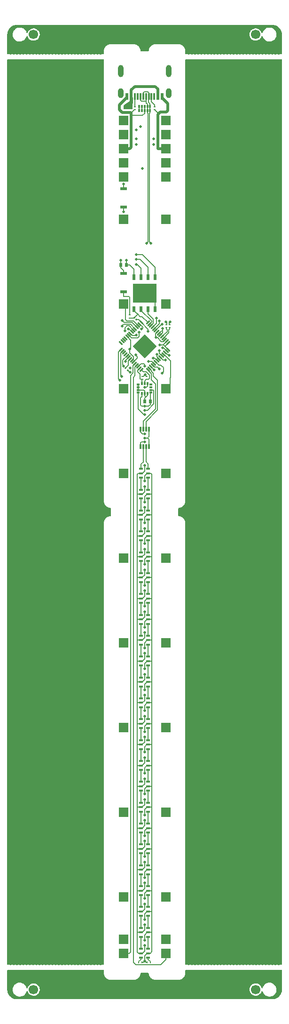
<source format=gtl>
G04 #@! TF.GenerationSoftware,KiCad,Pcbnew,(6.0.6)*
G04 #@! TF.CreationDate,2023-03-02T22:16:17-07:00*
G04 #@! TF.ProjectId,RP2040-Breadstick,52503230-3430-42d4-9272-656164737469,0.1*
G04 #@! TF.SameCoordinates,Original*
G04 #@! TF.FileFunction,Copper,L1,Top*
G04 #@! TF.FilePolarity,Positive*
%FSLAX46Y46*%
G04 Gerber Fmt 4.6, Leading zero omitted, Abs format (unit mm)*
G04 Created by KiCad (PCBNEW (6.0.6)) date 2023-03-02 22:16:17*
%MOMM*%
%LPD*%
G01*
G04 APERTURE LIST*
G04 Aperture macros list*
%AMRoundRect*
0 Rectangle with rounded corners*
0 $1 Rounding radius*
0 $2 $3 $4 $5 $6 $7 $8 $9 X,Y pos of 4 corners*
0 Add a 4 corners polygon primitive as box body*
4,1,4,$2,$3,$4,$5,$6,$7,$8,$9,$2,$3,0*
0 Add four circle primitives for the rounded corners*
1,1,$1+$1,$2,$3*
1,1,$1+$1,$4,$5*
1,1,$1+$1,$6,$7*
1,1,$1+$1,$8,$9*
0 Add four rect primitives between the rounded corners*
20,1,$1+$1,$2,$3,$4,$5,0*
20,1,$1+$1,$4,$5,$6,$7,0*
20,1,$1+$1,$6,$7,$8,$9,0*
20,1,$1+$1,$8,$9,$2,$3,0*%
%AMRotRect*
0 Rectangle, with rotation*
0 The origin of the aperture is its center*
0 $1 length*
0 $2 width*
0 $3 Rotation angle, in degrees counterclockwise*
0 Add horizontal line*
21,1,$1,$2,0,0,$3*%
G04 Aperture macros list end*
G04 #@! TA.AperFunction,ComponentPad*
%ADD10R,1.700000X1.700000*%
G04 #@! TD*
G04 #@! TA.AperFunction,SMDPad,CuDef*
%ADD11R,0.700000X0.400000*%
G04 #@! TD*
G04 #@! TA.AperFunction,SMDPad,CuDef*
%ADD12R,0.600000X0.350000*%
G04 #@! TD*
G04 #@! TA.AperFunction,SMDPad,CuDef*
%ADD13R,0.350000X0.600000*%
G04 #@! TD*
G04 #@! TA.AperFunction,SMDPad,CuDef*
%ADD14R,0.350000X0.250000*%
G04 #@! TD*
G04 #@! TA.AperFunction,ComponentPad*
%ADD15O,1.000000X2.200000*%
G04 #@! TD*
G04 #@! TA.AperFunction,ComponentPad*
%ADD16O,1.000000X1.800000*%
G04 #@! TD*
G04 #@! TA.AperFunction,SMDPad,CuDef*
%ADD17R,0.609600X1.143000*%
G04 #@! TD*
G04 #@! TA.AperFunction,SMDPad,CuDef*
%ADD18R,0.304800X1.143000*%
G04 #@! TD*
G04 #@! TA.AperFunction,SMDPad,CuDef*
%ADD19C,1.700000*%
G04 #@! TD*
G04 #@! TA.AperFunction,SMDPad,CuDef*
%ADD20RotRect,0.350000X0.250000X225.000000*%
G04 #@! TD*
G04 #@! TA.AperFunction,SMDPad,CuDef*
%ADD21R,0.300000X0.550000*%
G04 #@! TD*
G04 #@! TA.AperFunction,SMDPad,CuDef*
%ADD22R,0.400000X0.550000*%
G04 #@! TD*
G04 #@! TA.AperFunction,SMDPad,CuDef*
%ADD23R,0.600000X0.700000*%
G04 #@! TD*
G04 #@! TA.AperFunction,SMDPad,CuDef*
%ADD24R,1.295400X0.558800*%
G04 #@! TD*
G04 #@! TA.AperFunction,SMDPad,CuDef*
%ADD25RoundRect,0.026400X0.193600X-0.493600X0.193600X0.493600X-0.193600X0.493600X-0.193600X-0.493600X0*%
G04 #@! TD*
G04 #@! TA.AperFunction,SMDPad,CuDef*
%ADD26R,4.300000X3.400000*%
G04 #@! TD*
G04 #@! TA.AperFunction,SMDPad,CuDef*
%ADD27R,0.250000X0.350000*%
G04 #@! TD*
G04 #@! TA.AperFunction,SMDPad,CuDef*
%ADD28RoundRect,0.006000X-0.359210X0.226274X0.226274X-0.359210X0.359210X-0.226274X-0.226274X0.359210X0*%
G04 #@! TD*
G04 #@! TA.AperFunction,SMDPad,CuDef*
%ADD29RoundRect,0.020000X-0.339411X-0.226274X-0.226274X-0.339411X0.339411X0.226274X0.226274X0.339411X0*%
G04 #@! TD*
G04 #@! TA.AperFunction,SMDPad,CuDef*
%ADD30RotRect,3.100000X3.100000X315.000000*%
G04 #@! TD*
G04 #@! TA.AperFunction,SMDPad,CuDef*
%ADD31R,0.300000X0.850000*%
G04 #@! TD*
G04 #@! TA.AperFunction,ViaPad*
%ADD32C,0.500000*%
G04 #@! TD*
G04 #@! TA.AperFunction,Conductor*
%ADD33C,0.127000*%
G04 #@! TD*
G04 #@! TA.AperFunction,Conductor*
%ADD34C,0.500000*%
G04 #@! TD*
G04 #@! TA.AperFunction,Conductor*
%ADD35C,0.203200*%
G04 #@! TD*
G04 #@! TA.AperFunction,Conductor*
%ADD36C,0.200000*%
G04 #@! TD*
G04 APERTURE END LIST*
D10*
X85290000Y-45050000D03*
X92910000Y-45050000D03*
X92910000Y-177130000D03*
X92910000Y-39970000D03*
X85290000Y-85690000D03*
X85290000Y-146650000D03*
X92910000Y-100930000D03*
X85290000Y-161890000D03*
X85290000Y-100930000D03*
X85290000Y-131410000D03*
X92910000Y-70450000D03*
X85290000Y-42510000D03*
X92910000Y-55210000D03*
X85290000Y-47590000D03*
X92910000Y-146650000D03*
X92910000Y-47590000D03*
X85290000Y-39970000D03*
X85290000Y-70450000D03*
X92910000Y-131410000D03*
X92910000Y-85690000D03*
X85290000Y-184750000D03*
X85290000Y-187290000D03*
X92910000Y-184750000D03*
X92910000Y-161890000D03*
X92910000Y-116170000D03*
X85290000Y-55210000D03*
X85290000Y-37430000D03*
X92910000Y-37430000D03*
X92910000Y-187290000D03*
X85290000Y-116170000D03*
X92910000Y-42510000D03*
X85290000Y-177130000D03*
D11*
X89750000Y-154301948D03*
X89750000Y-153501948D03*
X89750000Y-152701948D03*
X88450000Y-152701948D03*
X88450000Y-153501948D03*
X88450000Y-154301948D03*
D12*
X87940000Y-84940000D03*
X87940000Y-85440000D03*
X87940000Y-85940000D03*
X87940000Y-86440000D03*
D13*
X88600000Y-86600000D03*
X89100000Y-86600000D03*
X89600000Y-86600000D03*
D12*
X90260000Y-86440000D03*
X90260000Y-85940000D03*
X90260000Y-85440000D03*
X90260000Y-84940000D03*
D13*
X89600000Y-84780000D03*
X89100000Y-84780000D03*
X88600000Y-84780000D03*
D11*
X89750000Y-158056730D03*
X89750000Y-157256730D03*
X89750000Y-156456730D03*
X88450000Y-156456730D03*
X88450000Y-157256730D03*
X88450000Y-158056730D03*
D14*
X86458400Y-72461000D03*
X86458400Y-73011000D03*
D11*
X89750000Y-169321076D03*
X89750000Y-168521076D03*
X89750000Y-167721076D03*
X88450000Y-167721076D03*
X88450000Y-168521076D03*
X88450000Y-169321076D03*
D15*
X93420000Y-28538199D03*
X84780000Y-28538199D03*
D16*
X93420000Y-32538200D03*
X84780000Y-32538200D03*
D17*
X92300001Y-33113199D03*
X91500000Y-33113199D03*
D18*
X90350000Y-33113199D03*
X89350000Y-33113199D03*
X88850000Y-33113199D03*
X87850000Y-33113199D03*
D17*
X85900001Y-33113199D03*
X86700000Y-33113199D03*
D18*
X87349940Y-33113199D03*
X88349941Y-33113199D03*
X89849940Y-33113199D03*
X90849941Y-33113199D03*
D19*
X69100000Y-22000000D03*
D11*
X89750011Y-116754124D03*
X89750011Y-115954124D03*
X89750011Y-115154124D03*
X88450011Y-115154124D03*
X88450011Y-115954124D03*
X88450011Y-116754124D03*
X89750000Y-112999346D03*
X89750000Y-112199346D03*
X89750000Y-111399346D03*
X88450000Y-111399346D03*
X88450000Y-112199346D03*
X88450000Y-112999346D03*
D20*
X86077400Y-82413400D03*
X85688492Y-82024492D03*
D14*
X93621200Y-74738200D03*
X93621200Y-74188200D03*
D11*
X89750000Y-176830640D03*
X89750000Y-176030640D03*
X89750000Y-175230640D03*
X88450000Y-175230640D03*
X88450000Y-176030640D03*
X88450000Y-176830640D03*
D21*
X90100000Y-34911400D03*
X89600000Y-34911400D03*
D22*
X89100000Y-34911400D03*
D21*
X88600000Y-34911400D03*
X88100000Y-34911400D03*
X88100000Y-35681400D03*
X88600000Y-35681400D03*
D22*
X89100000Y-35681400D03*
D21*
X89600000Y-35681400D03*
X90100000Y-35681400D03*
D11*
X89750000Y-143037602D03*
X89750000Y-142237602D03*
X89750000Y-141437602D03*
X88450000Y-141437602D03*
X88450000Y-142237602D03*
X88450000Y-143037602D03*
X89750000Y-109244564D03*
X89750000Y-108444564D03*
X89750000Y-107644564D03*
X88450000Y-107644564D03*
X88450000Y-108444564D03*
X88450000Y-109244564D03*
X89750000Y-105489782D03*
X89750000Y-104689782D03*
X89750000Y-103889782D03*
X88450000Y-103889782D03*
X88450000Y-104689782D03*
X88450000Y-105489782D03*
X89750000Y-146792384D03*
X89750000Y-145992384D03*
X89750000Y-145192384D03*
X88450000Y-145192384D03*
X88450000Y-145992384D03*
X88450000Y-146792384D03*
D14*
X89481000Y-84060000D03*
X89481000Y-83510000D03*
D23*
X90108000Y-87976000D03*
X89108000Y-87976000D03*
D11*
X89750000Y-131773256D03*
X89750000Y-130973256D03*
X89750000Y-130173256D03*
X88450000Y-130173256D03*
X88450000Y-130973256D03*
X88450000Y-131773256D03*
D19*
X69100000Y-193830000D03*
D24*
X85290000Y-53076400D03*
X85290000Y-49723600D03*
D11*
X89750000Y-150547166D03*
X89750000Y-149747166D03*
X89750000Y-148947166D03*
X88450000Y-148947166D03*
X88450000Y-149747166D03*
X88450000Y-150547166D03*
X89750000Y-180585422D03*
X89750000Y-179785422D03*
X89750000Y-178985422D03*
X88450000Y-178985422D03*
X88450000Y-179785422D03*
X88450000Y-180585422D03*
D25*
X87195000Y-71390000D03*
X88465000Y-71390000D03*
X89735000Y-71390000D03*
X91005000Y-71390000D03*
X91005000Y-65700000D03*
X89735000Y-65700000D03*
X88465000Y-65700000D03*
X87195000Y-65700000D03*
D26*
X89100000Y-68545000D03*
D27*
X88063000Y-188915600D03*
X88613000Y-188915600D03*
D19*
X109100000Y-193830000D03*
D11*
X89750000Y-188094986D03*
X89750000Y-187294986D03*
X89750000Y-186494986D03*
X88450000Y-186494986D03*
X88450000Y-187294986D03*
X88450000Y-188094986D03*
D28*
X88509566Y-73802611D03*
X88226723Y-74085453D03*
X87943880Y-74368296D03*
X87661038Y-74651139D03*
X87378195Y-74933981D03*
X87095352Y-75216824D03*
X86812510Y-75499667D03*
X86529667Y-75782510D03*
X86246824Y-76065352D03*
X85963981Y-76348195D03*
X85681139Y-76631038D03*
X85398296Y-76913880D03*
X85115453Y-77196723D03*
X84832611Y-77479566D03*
D29*
X84832611Y-78660434D03*
X85115453Y-78943277D03*
X85398296Y-79226120D03*
X85681139Y-79508962D03*
X85963981Y-79791805D03*
X86246824Y-80074648D03*
X86529667Y-80357490D03*
X86812510Y-80640333D03*
X87095352Y-80923176D03*
X87378195Y-81206019D03*
X87661038Y-81488861D03*
X87943880Y-81771704D03*
X88226723Y-82054547D03*
X88509566Y-82337389D03*
D28*
X89690434Y-82337389D03*
X89973277Y-82054547D03*
X90256120Y-81771704D03*
X90538962Y-81488861D03*
X90821805Y-81206019D03*
X91104648Y-80923176D03*
X91387490Y-80640333D03*
X91670333Y-80357490D03*
X91953176Y-80074648D03*
X92236019Y-79791805D03*
X92518861Y-79508962D03*
X92801704Y-79226120D03*
X93084547Y-78943277D03*
X93367389Y-78660434D03*
D29*
X93367389Y-77479566D03*
X93084547Y-77196723D03*
X92801704Y-76913880D03*
X92518861Y-76631038D03*
X92236019Y-76348195D03*
X91953176Y-76065352D03*
X91670333Y-75782510D03*
X91387490Y-75499667D03*
X91104648Y-75216824D03*
X90821805Y-74933981D03*
X90538962Y-74651139D03*
X90256120Y-74368296D03*
X89973277Y-74085453D03*
X89690434Y-73802611D03*
D30*
X89100000Y-78070000D03*
D14*
X90878000Y-34996000D03*
X90878000Y-35546000D03*
D11*
X89750000Y-135528038D03*
X89750000Y-134728038D03*
X89750000Y-133928038D03*
X88450000Y-133928038D03*
X88450000Y-134728038D03*
X88450000Y-135528038D03*
D31*
X88350000Y-96155000D03*
X88850000Y-96155000D03*
X89350000Y-96155000D03*
X89850000Y-96155000D03*
X89850000Y-93005000D03*
X89350000Y-93005000D03*
X88850000Y-93005000D03*
X88350000Y-93005000D03*
D11*
X89750000Y-101735000D03*
X89750000Y-100935000D03*
X89750000Y-100135000D03*
X88450000Y-100135000D03*
X88450000Y-100935000D03*
X88450000Y-101735000D03*
X89750000Y-161811512D03*
X89750000Y-161011512D03*
X89750000Y-160211512D03*
X88450000Y-160211512D03*
X88450000Y-161011512D03*
X88450000Y-161811512D03*
D24*
X85290000Y-64963600D03*
X85290000Y-68316400D03*
D20*
X87643454Y-73311454D03*
X87254546Y-72922546D03*
D19*
X109100000Y-22000000D03*
D23*
X85790000Y-63465000D03*
X84790000Y-63465000D03*
D14*
X87322000Y-34996000D03*
X87322000Y-35546000D03*
X88719000Y-84060000D03*
X88719000Y-83510000D03*
X93011600Y-74738200D03*
X93011600Y-74188200D03*
D11*
X89750000Y-165566294D03*
X89750000Y-164766294D03*
X89750000Y-163966294D03*
X88450000Y-163966294D03*
X88450000Y-164766294D03*
X88450000Y-165566294D03*
X89750000Y-124263692D03*
X89750000Y-123463692D03*
X89750000Y-122663692D03*
X88450000Y-122663692D03*
X88450000Y-123463692D03*
X88450000Y-124263692D03*
X89750000Y-139282820D03*
X89750000Y-138482820D03*
X89750000Y-137682820D03*
X88450000Y-137682820D03*
X88450000Y-138482820D03*
X88450000Y-139282820D03*
X89750011Y-120508904D03*
X89750011Y-119708904D03*
X89750011Y-118908904D03*
X88450011Y-118908904D03*
X88450011Y-119708904D03*
X88450011Y-120508904D03*
X89750000Y-184340204D03*
X89750000Y-183540204D03*
X89750000Y-182740204D03*
X88450000Y-182740204D03*
X88450000Y-183540204D03*
X88450000Y-184340204D03*
X89750000Y-173075858D03*
X89750000Y-172275858D03*
X89750000Y-171475858D03*
X88450000Y-171475858D03*
X88450000Y-172275858D03*
X88450000Y-173075858D03*
D27*
X90137000Y-188915600D03*
X89587000Y-188915600D03*
D11*
X89750000Y-128018474D03*
X89750000Y-127218474D03*
X89750000Y-126418474D03*
X88450000Y-126418474D03*
X88450000Y-127218474D03*
X88450000Y-128018474D03*
D32*
X89100000Y-107076800D03*
X89100000Y-163363200D03*
X89100000Y-182159200D03*
X89100000Y-129581200D03*
X89100000Y-99558400D03*
X89100000Y-167122400D03*
X89100000Y-125822000D03*
X89100000Y-95316600D03*
X89100000Y-114595200D03*
X89100000Y-185918400D03*
X89100000Y-178400000D03*
X89100000Y-148377200D03*
X89100000Y-170881600D03*
X89100000Y-133340400D03*
X89100000Y-110836000D03*
X89100000Y-155895600D03*
X89100000Y-103317600D03*
X89100000Y-122062800D03*
X89100000Y-144618000D03*
X87576000Y-41748000D03*
X89100000Y-118303600D03*
X89100000Y-159604000D03*
X89100000Y-152136400D03*
X88325000Y-38525000D03*
X89100000Y-140858800D03*
X87576000Y-40732000D03*
X90751000Y-41748000D03*
X89100000Y-174640800D03*
X89100000Y-137099600D03*
X87630000Y-39170000D03*
X90751000Y-40732000D03*
X85569400Y-35220200D03*
X86610800Y-34255000D03*
X86661600Y-35220200D03*
X86102800Y-34763000D03*
X85290000Y-48936200D03*
X86470000Y-82750000D03*
X85696400Y-80838600D03*
X85010600Y-83531000D03*
X89110911Y-89627000D03*
X89100000Y-90363600D03*
X84610000Y-84166000D03*
X85340800Y-81626000D03*
X93291000Y-35144000D03*
X93062400Y-34153400D03*
X89100000Y-166157200D03*
X89100000Y-139893600D03*
X84528000Y-35093200D03*
X89100000Y-147412000D03*
X86500000Y-82000000D03*
X89100000Y-117338400D03*
X84782000Y-62576000D03*
X89100000Y-106111600D03*
X91582850Y-36280650D03*
X89100000Y-94580000D03*
X90030000Y-78960000D03*
X89100000Y-184953200D03*
X89100000Y-109820000D03*
X89100000Y-132375200D03*
X89100000Y-181194000D03*
X89100000Y-188661600D03*
X89100000Y-136134400D03*
X89100000Y-128616000D03*
X85290000Y-53863800D03*
X89100000Y-169916400D03*
X89100000Y-121097600D03*
X85029650Y-34197850D03*
X89100000Y-151120400D03*
X89100000Y-162398000D03*
X89100000Y-124856800D03*
X89100000Y-154879600D03*
X89108000Y-87972000D03*
X88719000Y-46066000D03*
X89100000Y-173675600D03*
X89110000Y-78060000D03*
X89100000Y-177434800D03*
X89862000Y-67402000D03*
X89100000Y-102301600D03*
X89862000Y-69688000D03*
X89100000Y-143652800D03*
X89100000Y-113579200D03*
X88220000Y-77170000D03*
X89100000Y-158638800D03*
X92325800Y-74895000D03*
X89170000Y-83190000D03*
X89817342Y-80799331D03*
X89100000Y-88865000D03*
X86407600Y-78603400D03*
X91843200Y-77816000D03*
X85798000Y-62576000D03*
X89100000Y-93843400D03*
X89100000Y-85486800D03*
X89760400Y-75377600D03*
X89100000Y-81626000D03*
X93666400Y-73713824D03*
X90200000Y-59540000D03*
X89500000Y-59540000D03*
X92966400Y-73713824D03*
X92224200Y-74107600D03*
X87576000Y-63338000D03*
X91233600Y-73015400D03*
X87576000Y-61560000D03*
X87576000Y-62474400D03*
X91741600Y-73548800D03*
X88109400Y-75530000D03*
X87576000Y-76038000D03*
X86153600Y-74945800D03*
X85544000Y-75352200D03*
X85030000Y-74480000D03*
X92840000Y-80540000D03*
X91320000Y-79520000D03*
X90620000Y-80240000D03*
X92220000Y-82940000D03*
X91780000Y-82140000D03*
X90810000Y-82310000D03*
X85040000Y-73450000D03*
X88541200Y-74945800D03*
X92325800Y-78374800D03*
X93570400Y-79695600D03*
X91792400Y-78908200D03*
X87480000Y-79650000D03*
X91182800Y-76495200D03*
D33*
X88662106Y-164766294D02*
X89100000Y-164328400D01*
X88450000Y-100935000D02*
X88688600Y-100935000D01*
X87811760Y-176030640D02*
X87779200Y-176063200D01*
X88648852Y-153501948D02*
X89100000Y-153050800D01*
X88670942Y-172275858D02*
X89100000Y-171846800D01*
X88450000Y-164766294D02*
X87810694Y-164766294D01*
X87779200Y-179771600D02*
X87779200Y-183530800D01*
X87779200Y-161026400D02*
X87779200Y-164734800D01*
X88450000Y-187294986D02*
X88688614Y-187294986D01*
X87793022Y-179785422D02*
X87779200Y-179771600D01*
X88450000Y-138482820D02*
X88681980Y-138482820D01*
X87779200Y-108448400D02*
X87779200Y-112207600D01*
X88350000Y-95482400D02*
X88439600Y-95392800D01*
X88450000Y-172275858D02*
X87807342Y-172275858D01*
X88450000Y-161011512D02*
X88657688Y-161011512D01*
X88450000Y-145992384D02*
X88690816Y-145992384D01*
X87779200Y-119726000D02*
X87779200Y-123485200D01*
X88688600Y-100935000D02*
X89100000Y-100523600D01*
X88450000Y-149747166D02*
X88644434Y-149747166D01*
X88450000Y-164766294D02*
X88662106Y-164766294D01*
X89100000Y-100523600D02*
X89100000Y-99558400D01*
X88450000Y-108444564D02*
X87783036Y-108444564D01*
X87788604Y-183540204D02*
X87779200Y-183530800D01*
X88350000Y-96155000D02*
X88350000Y-95482400D01*
X89100000Y-138064800D02*
X89100000Y-137099600D01*
X88450000Y-183540204D02*
X88684196Y-183540204D01*
X89100000Y-160569200D02*
X89100000Y-159604000D01*
X87780834Y-149747166D02*
X87779200Y-149748800D01*
X89100000Y-149291600D02*
X89100000Y-148377200D01*
X88651054Y-112199346D02*
X89100000Y-111750400D01*
X89100000Y-183124400D02*
X89100000Y-182159200D01*
X89100000Y-141824000D02*
X89100000Y-140858800D01*
X87779200Y-127193600D02*
X87779200Y-130952800D01*
X88450011Y-115954124D02*
X87791876Y-115954124D01*
X88450000Y-145992384D02*
X87781984Y-145992384D01*
X88450011Y-119708904D02*
X87796296Y-119708904D01*
X87781984Y-145992384D02*
X87779200Y-145989600D01*
X88450000Y-142237602D02*
X88686398Y-142237602D01*
X87779200Y-115966800D02*
X87779200Y-119726000D01*
X87977400Y-100935000D02*
X87779200Y-101133200D01*
X88677562Y-134728038D02*
X89100000Y-134305600D01*
X87779200Y-112207600D02*
X87779200Y-115966800D01*
X88450000Y-168521076D02*
X87806276Y-168521076D01*
X87794088Y-161011512D02*
X87779200Y-161026400D01*
X89100000Y-115509600D02*
X89100000Y-114595200D01*
X88450000Y-179785422D02*
X87793022Y-179785422D01*
X88450000Y-104689782D02*
X87779782Y-104689782D01*
X87779200Y-130952800D02*
X87779200Y-134762800D01*
X88450000Y-127218474D02*
X88668726Y-127218474D01*
X87779200Y-101133200D02*
X87779200Y-104689200D01*
X87779200Y-149748800D02*
X87779200Y-153457200D01*
X88688614Y-187294986D02*
X89100000Y-186883600D01*
X87796296Y-119708904D02*
X87779200Y-119726000D01*
X89100000Y-104282800D02*
X89100000Y-103317600D01*
X88450000Y-108444564D02*
X88646636Y-108444564D01*
X89100000Y-145583200D02*
X89100000Y-144618000D01*
X87813962Y-134728038D02*
X87779200Y-134762800D01*
X88450000Y-138482820D02*
X87790820Y-138482820D01*
X88450000Y-176030640D02*
X88675360Y-176030640D01*
X87783036Y-108444564D02*
X87779200Y-108448400D01*
X88666524Y-168521076D02*
X89100000Y-168087600D01*
X88450000Y-183540204D02*
X87788604Y-183540204D01*
X87779200Y-157216400D02*
X87779200Y-161026400D01*
X87810694Y-164766294D02*
X87779200Y-164734800D01*
X88450011Y-119708904D02*
X88659896Y-119708904D01*
X87779200Y-123485200D02*
X87779200Y-127193600D01*
X89100000Y-186883600D02*
X89100000Y-185918400D01*
X87779200Y-142281200D02*
X87779200Y-145989600D01*
X87779200Y-145989600D02*
X87779200Y-149748800D01*
X87790820Y-138482820D02*
X87779200Y-138471200D01*
X88646636Y-108444564D02*
X89100000Y-107991200D01*
X88450000Y-168521076D02*
X88666524Y-168521076D01*
X88450000Y-176030640D02*
X87811760Y-176030640D01*
X88450000Y-142237602D02*
X87822798Y-142237602D01*
X88450000Y-179785422D02*
X88679778Y-179785422D01*
X87799656Y-130973256D02*
X87779200Y-130952800D01*
X89100000Y-119268800D02*
X89100000Y-118303600D01*
X88659896Y-119708904D02*
X89100000Y-119268800D01*
X87800708Y-123463692D02*
X87779200Y-123485200D01*
X88450000Y-134728038D02*
X88677562Y-134728038D01*
X87779200Y-138471200D02*
X87779200Y-142281200D01*
X88450000Y-172275858D02*
X88670942Y-172275858D01*
X89100000Y-175606000D02*
X89100000Y-174640800D01*
X88450000Y-130973256D02*
X87799656Y-130973256D01*
X88439600Y-95392800D02*
X88515800Y-95316600D01*
X88668726Y-127218474D02*
X89100000Y-126787200D01*
X87779200Y-187036000D02*
X88038186Y-187294986D01*
X89100000Y-171846800D02*
X89100000Y-170881600D01*
X88693018Y-104689782D02*
X89100000Y-104282800D01*
X89100000Y-123028000D02*
X89100000Y-122062800D01*
X88450000Y-123463692D02*
X88664308Y-123463692D01*
X88679778Y-179785422D02*
X89100000Y-179365200D01*
X89100000Y-179365200D02*
X89100000Y-178400000D01*
X88450011Y-115954124D02*
X88655476Y-115954124D01*
X89100000Y-164328400D02*
X89100000Y-163363200D01*
X88675360Y-176030640D02*
X89100000Y-175606000D01*
X88450000Y-157256730D02*
X87819530Y-157256730D01*
X87779200Y-172304000D02*
X87779200Y-176063200D01*
X88450000Y-149747166D02*
X87780834Y-149747166D01*
X89100000Y-126787200D02*
X89100000Y-125822000D01*
X87806276Y-168521076D02*
X87779200Y-168494000D01*
X88655476Y-115954124D02*
X89100000Y-115509600D01*
X87779200Y-168494000D02*
X87779200Y-172304000D01*
X89100000Y-130546400D02*
X89100000Y-129581200D01*
X88450000Y-112199346D02*
X88651054Y-112199346D01*
X87823948Y-153501948D02*
X87779200Y-153457200D01*
X87779782Y-104689782D02*
X87779200Y-104689200D01*
X88038186Y-187294986D02*
X88450000Y-187294986D01*
X87779200Y-153457200D02*
X87779200Y-157216400D01*
X89100000Y-168087600D02*
X89100000Y-167122400D01*
X88664308Y-123463692D02*
X89100000Y-123028000D01*
X87822798Y-142237602D02*
X87779200Y-142281200D01*
X88450000Y-127218474D02*
X87804074Y-127218474D01*
X88690816Y-145992384D02*
X89100000Y-145583200D01*
X88515800Y-95316600D02*
X89100000Y-95316600D01*
X87779200Y-183530800D02*
X87779200Y-187036000D01*
X88450000Y-130973256D02*
X88673144Y-130973256D01*
X87804074Y-127218474D02*
X87779200Y-127193600D01*
X88684196Y-183540204D02*
X89100000Y-183124400D01*
X88450000Y-157256730D02*
X88653270Y-157256730D01*
X89100000Y-107991200D02*
X89100000Y-107076800D01*
X88450000Y-104689782D02*
X88693018Y-104689782D01*
X87779200Y-134762800D02*
X87779200Y-138471200D01*
X88450000Y-134728038D02*
X87813962Y-134728038D01*
X88681980Y-138482820D02*
X89100000Y-138064800D01*
X88450000Y-112199346D02*
X87787454Y-112199346D01*
X88450000Y-161011512D02*
X87794088Y-161011512D01*
X88657688Y-161011512D02*
X89100000Y-160569200D01*
X87779200Y-104689200D02*
X87779200Y-108448400D01*
X89100000Y-134305600D02*
X89100000Y-133340400D01*
X87787454Y-112199346D02*
X87779200Y-112207600D01*
X87819530Y-157256730D02*
X87779200Y-157216400D01*
X88450000Y-153501948D02*
X87823948Y-153501948D01*
X88686398Y-142237602D02*
X89100000Y-141824000D01*
X87779200Y-176063200D02*
X87779200Y-179771600D01*
X89100000Y-153050800D02*
X89100000Y-152136400D01*
X88450000Y-153501948D02*
X88648852Y-153501948D01*
X87779200Y-164734800D02*
X87779200Y-168494000D01*
X88450000Y-100935000D02*
X87977400Y-100935000D01*
X87791876Y-115954124D02*
X87779200Y-115966800D01*
X89100000Y-111750400D02*
X89100000Y-110836000D01*
X89100000Y-156810000D02*
X89100000Y-155895600D01*
X88673144Y-130973256D02*
X89100000Y-130546400D01*
X88644434Y-149747166D02*
X89100000Y-149291600D01*
X87807342Y-172275858D02*
X87779200Y-172304000D01*
X88450000Y-123463692D02*
X87800708Y-123463692D01*
X88653270Y-157256730D02*
X89100000Y-156810000D01*
D34*
X86700000Y-34165800D02*
X86610800Y-34255000D01*
X91005000Y-31334000D02*
X91500000Y-31829000D01*
X91500000Y-31829000D02*
X91500000Y-33113199D01*
X87322000Y-31334000D02*
X91005000Y-31334000D01*
X86700000Y-33113199D02*
X86700000Y-31956000D01*
X86700000Y-31956000D02*
X87322000Y-31334000D01*
X86700000Y-33113199D02*
X86700000Y-34165800D01*
D33*
X87360000Y-81789899D02*
X87360000Y-83366000D01*
X87661038Y-81488861D02*
X87360000Y-81789899D01*
X87552400Y-189400000D02*
X91968400Y-189400000D01*
X91968400Y-189400000D02*
X92910000Y-188458400D01*
X92910000Y-188458400D02*
X92910000Y-187290000D01*
X87068000Y-188915600D02*
X87552400Y-189400000D01*
X87068000Y-83658000D02*
X87068000Y-188915600D01*
X87360000Y-83366000D02*
X87068000Y-83658000D01*
X86306000Y-187290000D02*
X85290000Y-187290000D01*
X87042600Y-82883300D02*
X86560000Y-83365900D01*
X87042600Y-81541614D02*
X87042600Y-82883300D01*
X87378195Y-81206019D02*
X87042600Y-81541614D01*
X86560000Y-83365900D02*
X86560000Y-187036000D01*
X86560000Y-187036000D02*
X86306000Y-187290000D01*
X88100000Y-34911400D02*
X88100000Y-35681400D01*
X88600000Y-34911400D02*
X88600000Y-35681400D01*
X85290000Y-49723600D02*
X85290000Y-48936200D01*
X85290000Y-69154600D02*
X85290000Y-68316400D01*
X86458400Y-72461000D02*
X86458400Y-69281600D01*
X86331400Y-69154600D02*
X85290000Y-69154600D01*
X86458400Y-69281600D02*
X86331400Y-69154600D01*
X86204400Y-80682757D02*
X86204400Y-81508584D01*
X86204400Y-81508584D02*
X85688492Y-82024492D01*
X86529667Y-80357490D02*
X86204400Y-80682757D01*
X88450000Y-188397200D02*
X88063000Y-188784200D01*
X88063000Y-188784200D02*
X88063000Y-188915600D01*
X88450000Y-188094986D02*
X88450000Y-188397200D01*
X89750000Y-188094986D02*
X89750000Y-188397200D01*
X89750000Y-188397200D02*
X90137000Y-188784200D01*
X90137000Y-188784200D02*
X90137000Y-188915600D01*
X88450000Y-184340204D02*
X88450000Y-186494986D01*
X89750000Y-184340204D02*
X89750000Y-186494986D01*
X88450000Y-180585422D02*
X88450000Y-182740204D01*
X89750000Y-180585422D02*
X89750000Y-182740204D01*
X88450000Y-176830640D02*
X88450000Y-178985422D01*
X89750000Y-176830640D02*
X89750000Y-178985422D01*
X88450000Y-173075858D02*
X88450000Y-175230640D01*
X89750000Y-173075858D02*
X89750000Y-175230640D01*
X88450000Y-169321076D02*
X88450000Y-171475858D01*
X89750000Y-169321076D02*
X89750000Y-171475858D01*
X88450000Y-165566294D02*
X88450000Y-167721076D01*
X89750000Y-165566294D02*
X89750000Y-167721076D01*
X88450000Y-161811512D02*
X88450000Y-163966294D01*
X89750000Y-161811512D02*
X89750000Y-163966294D01*
X88450000Y-158056730D02*
X88450000Y-160211512D01*
X89750000Y-158056730D02*
X89750000Y-160211512D01*
X88450000Y-154301948D02*
X88450000Y-156456730D01*
X89750000Y-154301948D02*
X89750000Y-156456730D01*
X88450000Y-150547166D02*
X88450000Y-152701948D01*
X89750000Y-150547166D02*
X89750000Y-152701948D01*
X88450000Y-146792384D02*
X88450000Y-148947166D01*
X89750000Y-146792384D02*
X89750000Y-148947166D01*
X88450000Y-143037602D02*
X88450000Y-145192384D01*
X89750000Y-143037602D02*
X89750000Y-145192384D01*
X88450000Y-139282820D02*
X88450000Y-141437602D01*
X89750000Y-139282820D02*
X89750000Y-141437602D01*
X88450000Y-135528038D02*
X88450000Y-137682820D01*
X89750000Y-135528038D02*
X89750000Y-137682820D01*
X88450000Y-131773256D02*
X88450000Y-133928038D01*
X89750000Y-131773256D02*
X89750000Y-133928038D01*
X88450000Y-128018474D02*
X88450000Y-130173256D01*
X89750000Y-128018474D02*
X89750000Y-130173256D01*
X88450000Y-124263692D02*
X88450000Y-126418474D01*
X89750000Y-124263692D02*
X89750000Y-126418474D01*
X88450011Y-122663681D02*
X88450000Y-122663692D01*
X88450011Y-120508904D02*
X88450011Y-122663681D01*
X89750011Y-122663681D02*
X89750000Y-122663692D01*
X89750011Y-120508904D02*
X89750011Y-122663681D01*
X88450011Y-116754124D02*
X88450011Y-118908904D01*
X89750011Y-116754124D02*
X89750011Y-118908904D01*
X88450000Y-115154113D02*
X88450011Y-115154124D01*
X88450000Y-112999346D02*
X88450000Y-115154113D01*
X89750000Y-112999346D02*
X89750000Y-115154113D01*
X89750000Y-115154113D02*
X89750011Y-115154124D01*
X88450000Y-109244564D02*
X88450000Y-111399346D01*
X89750000Y-109244564D02*
X89750000Y-111399346D01*
X88450000Y-105489782D02*
X88450000Y-107644564D01*
X89750000Y-105489782D02*
X89750000Y-107644564D01*
X88450000Y-101735000D02*
X88450000Y-103889782D01*
X89750000Y-101735000D02*
X89750000Y-103889782D01*
X87349940Y-34968060D02*
X87322000Y-34996000D01*
X87349940Y-33113199D02*
X87349940Y-34968060D01*
X90350000Y-34108000D02*
X90878000Y-34636000D01*
X90350000Y-33113199D02*
X90350000Y-34108000D01*
X90878000Y-34636000D02*
X90878000Y-34996000D01*
X86470000Y-82750000D02*
X86414000Y-82750000D01*
X86414000Y-82750000D02*
X86077400Y-82413400D01*
X85696400Y-80838600D02*
X85696400Y-80625072D01*
X85696400Y-80625072D02*
X86246824Y-80074648D01*
X91411400Y-84191400D02*
X91411400Y-89550800D01*
X89973277Y-82054547D02*
X90293800Y-82375070D01*
X90293800Y-82375070D02*
X90293800Y-82565800D01*
X91411400Y-89550800D02*
X89350000Y-91612200D01*
X90293800Y-82565800D02*
X90649400Y-82921400D01*
X90649400Y-83429400D02*
X91411400Y-84191400D01*
X89350000Y-91612200D02*
X89350000Y-93005000D01*
X90649400Y-82921400D02*
X90649400Y-83429400D01*
X89690434Y-82394234D02*
X90344600Y-83048400D01*
X90344600Y-84089800D02*
X91106600Y-84851800D01*
X89690434Y-82337389D02*
X89690434Y-82394234D01*
X90344600Y-83048400D02*
X90344600Y-84089800D01*
X91106600Y-84851800D02*
X91106600Y-89347600D01*
X88850000Y-91604200D02*
X88850000Y-93005000D01*
X91106600Y-89347600D02*
X88850000Y-91604200D01*
X88287200Y-83937400D02*
X88287200Y-83099200D01*
X88600000Y-84780000D02*
X88610000Y-84770000D01*
X87880800Y-82692800D02*
X87880800Y-82400470D01*
X88409800Y-84060000D02*
X88287200Y-83937400D01*
X87880800Y-82400470D02*
X88226723Y-82054547D01*
X88287200Y-83099200D02*
X87880800Y-82692800D01*
X88610000Y-84169000D02*
X88719000Y-84060000D01*
X88610000Y-84770000D02*
X88610000Y-84169000D01*
X88719000Y-84060000D02*
X88409800Y-84060000D01*
X88882177Y-82710000D02*
X89407022Y-82710000D01*
X89100000Y-84370000D02*
X89410000Y-84060000D01*
X89963600Y-83266578D02*
X89963600Y-83861200D01*
X89410000Y-84060000D02*
X89481000Y-84060000D01*
X89100000Y-84780000D02*
X89100000Y-84370000D01*
X88509566Y-82337389D02*
X88882177Y-82710000D01*
X89407022Y-82710000D02*
X89963600Y-83266578D01*
X89963600Y-83861200D02*
X89764800Y-84060000D01*
X89764800Y-84060000D02*
X89481000Y-84060000D01*
X90776400Y-86105889D02*
X90610511Y-85940000D01*
X89110911Y-89627000D02*
X89608000Y-89627000D01*
X85010600Y-83531000D02*
X84800000Y-83320400D01*
X84800000Y-79258730D02*
X85115453Y-78943277D01*
X89608000Y-89627000D02*
X90776400Y-88458600D01*
X90776400Y-88458600D02*
X90776400Y-86105889D01*
X90610511Y-85940000D02*
X90260000Y-85940000D01*
X84800000Y-83320400D02*
X84800000Y-79258730D01*
X84371120Y-79121925D02*
X84832611Y-78660434D01*
X87940000Y-89360000D02*
X87940000Y-86440000D01*
X84610000Y-84166000D02*
X84371120Y-83927120D01*
X89100000Y-90363600D02*
X88943600Y-90363600D01*
X84371120Y-83927120D02*
X84371120Y-79121925D01*
X88943600Y-90363600D02*
X87940000Y-89360000D01*
X89750000Y-145992384D02*
X90372784Y-145992384D01*
X88613000Y-188915600D02*
X88846000Y-188915600D01*
X89862000Y-69307000D02*
X89100000Y-68545000D01*
D34*
X86674300Y-36147300D02*
X86687000Y-36160000D01*
D33*
X89100000Y-112614000D02*
X89100000Y-113579200D01*
X89547796Y-183540204D02*
X89100000Y-183988000D01*
X89750000Y-145992384D02*
X89554416Y-145992384D01*
X89750000Y-104689782D02*
X89556618Y-104689782D01*
X89750000Y-134728038D02*
X89541162Y-134728038D01*
D34*
X85029650Y-34197850D02*
X84528000Y-34699500D01*
D33*
X89100000Y-165192000D02*
X89100000Y-166157200D01*
X89100000Y-120132400D02*
X89100000Y-121097600D01*
X90393724Y-168521076D02*
X90420800Y-168494000D01*
X89532326Y-127218474D02*
X89100000Y-127650800D01*
X90420800Y-123485200D02*
X90420800Y-127244400D01*
D34*
X84528000Y-35525000D02*
X85036000Y-36033000D01*
D33*
X89750000Y-138482820D02*
X89545580Y-138482820D01*
X89750000Y-112199346D02*
X89514654Y-112199346D01*
X89100000Y-35681400D02*
X89100000Y-36160000D01*
X89541162Y-134728038D02*
X89100000Y-135169200D01*
X89100000Y-138928400D02*
X89100000Y-139893600D01*
X85290000Y-64506400D02*
X84790000Y-64006400D01*
X91005000Y-68545000D02*
X89862000Y-67402000D01*
X89850000Y-94771200D02*
X89658800Y-94580000D01*
D34*
X86687000Y-36160000D02*
X86687000Y-36541000D01*
D33*
X89100000Y-157673600D02*
X89100000Y-158638800D01*
D34*
X85900001Y-33113199D02*
X85900001Y-33327499D01*
D33*
X89514654Y-112199346D02*
X89100000Y-112614000D01*
D34*
X91957500Y-35906000D02*
X91582850Y-36280650D01*
D33*
X89100000Y-146446800D02*
X89100000Y-147412000D01*
X90420800Y-179771600D02*
X90420800Y-183530800D01*
X89750000Y-176030640D02*
X89538960Y-176030640D01*
X90405912Y-161011512D02*
X90420800Y-161026400D01*
X89750000Y-183540204D02*
X89547796Y-183540204D01*
X89750000Y-123463692D02*
X90399292Y-123463692D01*
X89750000Y-108444564D02*
X90416964Y-108444564D01*
X90372784Y-145992384D02*
X90420800Y-146040400D01*
X89587000Y-188915600D02*
X89354000Y-188915600D01*
X90420800Y-119726000D02*
X90420800Y-123485200D01*
X89554416Y-145992384D02*
X89100000Y-146446800D01*
X89750000Y-183540204D02*
X90411396Y-183540204D01*
X90420800Y-176063200D02*
X90420800Y-179771600D01*
D34*
X86560000Y-36033000D02*
X86674300Y-36147300D01*
D33*
X90420800Y-112207600D02*
X90420800Y-115966800D01*
X87940000Y-84940000D02*
X87940000Y-85440000D01*
X89100000Y-127650800D02*
X89100000Y-128616000D01*
X89750000Y-157256730D02*
X90380470Y-157256730D01*
X85290000Y-53076400D02*
X85290000Y-53863800D01*
X90420800Y-153457200D02*
X90420800Y-157216400D01*
X89100000Y-86600000D02*
X89100000Y-86121800D01*
X89545580Y-138482820D02*
X89100000Y-138928400D01*
X89100000Y-153914400D02*
X89100000Y-154879600D01*
X89750011Y-115954124D02*
X90408124Y-115954124D01*
X89100000Y-142687600D02*
X89100000Y-143652800D01*
X90412546Y-112199346D02*
X90420800Y-112207600D01*
X89750000Y-142237602D02*
X90413598Y-142237602D01*
X90878000Y-35546000D02*
X90924400Y-35546000D01*
X89100000Y-36160000D02*
X88719000Y-36541000D01*
X89750000Y-172275858D02*
X90398142Y-172275858D01*
X90389306Y-164766294D02*
X90420800Y-164734800D01*
X89100000Y-86121800D02*
X88918200Y-85940000D01*
X90420218Y-104689782D02*
X90420800Y-104689200D01*
X89750000Y-153501948D02*
X89512452Y-153501948D01*
X89750000Y-161011512D02*
X89521288Y-161011512D01*
X89108000Y-87976000D02*
X89108000Y-87972000D01*
X85290000Y-64963600D02*
X85290000Y-64506400D01*
X89100000Y-131410000D02*
X89100000Y-132375200D01*
X89600000Y-86917200D02*
X89600000Y-86600000D01*
X89658800Y-94580000D02*
X89100000Y-94580000D01*
X86699700Y-36147300D02*
X86674300Y-36147300D01*
X89100000Y-176469600D02*
X89100000Y-177434800D01*
X89750000Y-112199346D02*
X90412546Y-112199346D01*
X90399292Y-123463692D02*
X90420800Y-123485200D01*
X89108000Y-87972000D02*
X89108000Y-87409200D01*
X90376052Y-153501948D02*
X90420800Y-153457200D01*
X89750000Y-108444564D02*
X89510236Y-108444564D01*
D34*
X86687000Y-36541000D02*
X86687000Y-42256000D01*
X91513000Y-42510000D02*
X92910000Y-42510000D01*
X93291000Y-35652000D02*
X93037000Y-35906000D01*
D33*
X89100000Y-172710400D02*
X89100000Y-173675600D01*
X89100000Y-180228800D02*
X89100000Y-181194000D01*
X89536744Y-130973256D02*
X89100000Y-131410000D01*
X88719000Y-36541000D02*
X86687000Y-36541000D01*
X89354000Y-188915600D02*
X89100000Y-188661600D01*
X89354000Y-87163200D02*
X89600000Y-86917200D01*
X89750000Y-134728038D02*
X90404762Y-134728038D01*
X89850000Y-93005000D02*
X89850000Y-94388800D01*
X90416964Y-108444564D02*
X90420800Y-108448400D01*
X90420800Y-138471200D02*
X90420800Y-142230400D01*
X89527908Y-123463692D02*
X89100000Y-123891600D01*
X90409180Y-138482820D02*
X90420800Y-138471200D01*
X90420800Y-104689200D02*
X90420800Y-108448400D01*
D34*
X91513000Y-36350500D02*
X91513000Y-42510000D01*
D33*
X85963981Y-79791805D02*
X85163000Y-80592786D01*
X90420800Y-101133200D02*
X90420800Y-104689200D01*
X84790000Y-62584000D02*
X84782000Y-62576000D01*
X89750000Y-172275858D02*
X89534542Y-172275858D01*
X89510236Y-108444564D02*
X89100000Y-108854800D01*
D34*
X91582850Y-36280650D02*
X91513000Y-36350500D01*
D33*
X89750000Y-142237602D02*
X89549998Y-142237602D01*
X87322000Y-35546000D02*
X87301000Y-35546000D01*
X89530124Y-168521076D02*
X89100000Y-168951200D01*
X89750000Y-138482820D02*
X90409180Y-138482820D01*
X90420800Y-134712000D02*
X90420800Y-138471200D01*
X89750000Y-127218474D02*
X90394874Y-127218474D01*
X87301000Y-35546000D02*
X86699700Y-36147300D01*
X90388240Y-176030640D02*
X90420800Y-176063200D01*
X89523496Y-119708904D02*
X89100000Y-120132400D01*
X90420800Y-161026400D02*
X90420800Y-164734800D01*
D34*
X86687000Y-42256000D02*
X86433000Y-42510000D01*
D33*
X89750000Y-149747166D02*
X89508034Y-149747166D01*
X90420800Y-183530800D02*
X90420800Y-187010600D01*
X89750000Y-187294986D02*
X89552214Y-187294986D01*
X90420800Y-187010600D02*
X90136414Y-187294986D01*
D34*
X86433000Y-42510000D02*
X85290000Y-42510000D01*
D33*
X89100000Y-168951200D02*
X89100000Y-169916400D01*
X90420800Y-115966800D02*
X90420800Y-119726000D01*
X89214300Y-87302900D02*
X89354000Y-87163200D01*
X89100000Y-123891600D02*
X89100000Y-124856800D01*
D34*
X84528000Y-35093200D02*
X84528000Y-35525000D01*
D33*
X90136414Y-187294986D02*
X89750000Y-187294986D01*
X89750000Y-164766294D02*
X89525706Y-164766294D01*
X89100000Y-108854800D02*
X89100000Y-109820000D01*
X89552200Y-100935000D02*
X89100000Y-101387200D01*
X89556618Y-104689782D02*
X89100000Y-105146400D01*
D34*
X93291000Y-35144000D02*
X93291000Y-35652000D01*
D33*
X90924400Y-35546000D02*
X91582850Y-36204450D01*
X89750000Y-164766294D02*
X90389306Y-164766294D01*
X89750000Y-161011512D02*
X90405912Y-161011512D01*
X85163000Y-81448200D02*
X85340800Y-81626000D01*
D34*
X84528000Y-34699500D02*
X84528000Y-35093200D01*
D33*
X90413598Y-142237602D02*
X90420800Y-142230400D01*
X89519076Y-115954124D02*
X89100000Y-116373200D01*
X89750000Y-179785422D02*
X90406978Y-179785422D01*
X89750000Y-168521076D02*
X89530124Y-168521076D01*
X88846000Y-188915600D02*
X89100000Y-188661600D01*
X90222600Y-100935000D02*
X90420800Y-101133200D01*
D34*
X92300001Y-33113199D02*
X92300001Y-33391001D01*
D33*
X90420800Y-149748800D02*
X90420800Y-153457200D01*
X89750000Y-127218474D02*
X89532326Y-127218474D01*
X89750000Y-176030640D02*
X90388240Y-176030640D01*
X89508034Y-149747166D02*
X89100000Y-150155200D01*
X90420800Y-127244400D02*
X90420800Y-131003600D01*
X89850000Y-96155000D02*
X89850000Y-94771200D01*
X90420800Y-164734800D02*
X90420800Y-168494000D01*
X89521288Y-161011512D02*
X89100000Y-161432800D01*
X90380470Y-157256730D02*
X90420800Y-157216400D01*
X89750000Y-130973256D02*
X89536744Y-130973256D01*
X90420800Y-172253200D02*
X90420800Y-176063200D01*
X89100000Y-150155200D02*
X89100000Y-151120400D01*
X89100000Y-86600000D02*
X89100000Y-86960000D01*
X90390456Y-130973256D02*
X90420800Y-131003600D01*
X89549998Y-142237602D02*
X89100000Y-142687600D01*
X88918200Y-85940000D02*
X87940000Y-85940000D01*
X84790000Y-63465000D02*
X84790000Y-62584000D01*
X89100000Y-183988000D02*
X89100000Y-184953200D01*
X89108000Y-87409200D02*
X89214300Y-87302900D01*
X89750000Y-123463692D02*
X89527908Y-123463692D01*
X90394874Y-127218474D02*
X90420800Y-127244400D01*
D34*
X93291000Y-34382000D02*
X93291000Y-35144000D01*
X85900001Y-33327499D02*
X85029650Y-34197850D01*
D33*
X90408124Y-115954124D02*
X90420800Y-115966800D01*
X89100000Y-86960000D02*
X89303200Y-87163200D01*
X90404762Y-134728038D02*
X90420800Y-134712000D01*
X89750000Y-168521076D02*
X90393724Y-168521076D01*
X90420800Y-131003600D02*
X90420800Y-134712000D01*
X89750011Y-119708904D02*
X90403704Y-119708904D01*
X89534542Y-172275858D02*
X89100000Y-172710400D01*
X89750000Y-157256730D02*
X89516870Y-157256730D01*
X89750000Y-130973256D02*
X90390456Y-130973256D01*
X89100000Y-101387200D02*
X89100000Y-102301600D01*
X90398142Y-172275858D02*
X90420800Y-172253200D01*
X90403704Y-119708904D02*
X90420800Y-119726000D01*
X89750000Y-104689782D02*
X90420218Y-104689782D01*
X85163000Y-80592786D02*
X85163000Y-81448200D01*
D34*
X85036000Y-36033000D02*
X86560000Y-36033000D01*
D33*
X90420800Y-108448400D02*
X90420800Y-112207600D01*
X87940000Y-85940000D02*
X87940000Y-85440000D01*
X90419166Y-149747166D02*
X90420800Y-149748800D01*
X89538960Y-176030640D02*
X89100000Y-176469600D01*
X90420800Y-142230400D02*
X90420800Y-146040400D01*
X89100000Y-135169200D02*
X89100000Y-136134400D01*
X89100000Y-116373200D02*
X89100000Y-117338400D01*
X89100000Y-105146400D02*
X89100000Y-106111600D01*
X89862000Y-69688000D02*
X89862000Y-69307000D01*
X90406978Y-179785422D02*
X90420800Y-179771600D01*
X91005000Y-71390000D02*
X91005000Y-68545000D01*
X90420800Y-168494000D02*
X90420800Y-172253200D01*
X89100000Y-161432800D02*
X89100000Y-162398000D01*
X89750000Y-149747166D02*
X90419166Y-149747166D01*
X91582850Y-36204450D02*
X91582850Y-36280650D01*
X89525706Y-164766294D02*
X89100000Y-165192000D01*
X90420800Y-146040400D02*
X90420800Y-149748800D01*
X84790000Y-64006400D02*
X84790000Y-63465000D01*
X89512452Y-153501948D02*
X89100000Y-153914400D01*
X89543378Y-179785422D02*
X89100000Y-180228800D01*
X89303200Y-87163200D02*
X89354000Y-87163200D01*
D34*
X92300001Y-33391001D02*
X93062400Y-34153400D01*
X93037000Y-35906000D02*
X91957500Y-35906000D01*
D33*
X89750000Y-100935000D02*
X89552200Y-100935000D01*
X89750000Y-179785422D02*
X89543378Y-179785422D01*
X89552214Y-187294986D02*
X89100000Y-187747200D01*
X90420800Y-157216400D02*
X90420800Y-161026400D01*
X89750000Y-100935000D02*
X90222600Y-100935000D01*
X89100000Y-187747200D02*
X89100000Y-188661600D01*
X90411396Y-183540204D02*
X90420800Y-183530800D01*
D34*
X93062400Y-34153400D02*
X93291000Y-34382000D01*
D33*
X89100000Y-34911400D02*
X89100000Y-35681400D01*
X89760400Y-94478400D02*
X89658800Y-94580000D01*
X89516870Y-157256730D02*
X89100000Y-157673600D01*
X89750011Y-115954124D02*
X89519076Y-115954124D01*
X89850000Y-94388800D02*
X89760400Y-94478400D01*
X89750011Y-119708904D02*
X89523496Y-119708904D01*
X89750000Y-153501948D02*
X90376052Y-153501948D01*
X88350000Y-93474400D02*
X88642800Y-93767200D01*
X88850000Y-83510000D02*
X89170000Y-83190000D01*
X92325800Y-74895000D02*
X92325800Y-75301400D01*
X86585400Y-76969614D02*
X86585400Y-78425600D01*
X90821805Y-81206019D02*
X90415117Y-80799331D01*
X91843200Y-77816000D02*
X92465270Y-77816000D01*
X92522955Y-77816000D02*
X92465270Y-77816000D01*
X86433000Y-63465000D02*
X85790000Y-63465000D01*
X88363400Y-88636400D02*
X88465000Y-88738000D01*
X88363400Y-87366400D02*
X88363400Y-88636400D01*
X88719000Y-83510000D02*
X88850000Y-83510000D01*
X93367389Y-78660434D02*
X92779977Y-78073023D01*
X86407600Y-79307600D02*
X86407600Y-78603400D01*
X87110000Y-80342843D02*
X87110000Y-80010000D01*
X88350000Y-93005000D02*
X88350000Y-93474400D01*
X92465270Y-77816000D02*
X93084547Y-77196723D01*
X88592000Y-88865000D02*
X89100000Y-88865000D01*
X87195000Y-64227000D02*
X86433000Y-63465000D01*
X90108000Y-86592000D02*
X90108000Y-87976000D01*
X92325800Y-75692728D02*
X91953176Y-76065352D01*
X87110000Y-80010000D02*
X86407600Y-79307600D01*
X93367389Y-77479566D02*
X92779977Y-78066978D01*
X88465000Y-88738000D02*
X88592000Y-88865000D01*
X90415117Y-80799331D02*
X89817342Y-80799331D01*
X88719000Y-93843400D02*
X89100000Y-93843400D01*
X88509566Y-73802611D02*
X88018409Y-73311454D01*
X88642800Y-93767200D02*
X88719000Y-93843400D01*
X90108000Y-87976000D02*
X90108000Y-88593600D01*
X85790000Y-62584000D02*
X85798000Y-62576000D01*
X86812510Y-80640333D02*
X87110000Y-80342843D01*
X89600000Y-85266200D02*
X89557200Y-85309000D01*
X89481000Y-83501000D02*
X89481000Y-83510000D01*
X90108000Y-88593600D02*
X89836600Y-88865000D01*
X92779977Y-78066978D02*
X92779977Y-78073023D01*
X89170000Y-83190000D02*
X89481000Y-83501000D01*
X89760400Y-75053445D02*
X89760400Y-75377600D01*
X85963981Y-76348195D02*
X86585400Y-76969614D01*
X87195000Y-65700000D02*
X87195000Y-64227000D01*
X92779977Y-78073023D02*
X92522955Y-77816000D01*
X88018409Y-73311454D02*
X87643454Y-73311454D01*
X91670333Y-75782510D02*
X92151443Y-75301400D01*
X92325800Y-75301400D02*
X92325800Y-75692728D01*
X86585400Y-78425600D02*
X86407600Y-78603400D01*
X89379400Y-85486800D02*
X89100000Y-85486800D01*
X88600000Y-87129800D02*
X88363400Y-87366400D01*
X85790000Y-63465000D02*
X85790000Y-62584000D01*
X89836600Y-88865000D02*
X89100000Y-88865000D01*
X88509566Y-73802611D02*
X89760400Y-75053445D01*
X89600000Y-84780000D02*
X89600000Y-85266200D01*
X89557200Y-85309000D02*
X89379400Y-85486800D01*
X88600000Y-86600000D02*
X88600000Y-87129800D01*
X92151443Y-75301400D02*
X92325800Y-75301400D01*
X90260000Y-86440000D02*
X90108000Y-86592000D01*
X89100000Y-81448200D02*
X89100000Y-81626000D01*
X88445184Y-81270400D02*
X88922200Y-81270400D01*
X87943880Y-81771704D02*
X88445184Y-81270400D01*
X88922200Y-81270400D02*
X89100000Y-81448200D01*
D35*
X90008750Y-59348750D02*
X90200000Y-59540000D01*
X90100000Y-35681400D02*
X90060000Y-35721400D01*
X93621200Y-74188200D02*
X93550000Y-74117000D01*
X90060000Y-36133901D02*
X90008750Y-36185151D01*
X90008750Y-36185151D02*
X90008750Y-59348750D01*
X89650000Y-32270000D02*
X89849940Y-32469940D01*
X88850000Y-32450000D02*
X89030000Y-32270000D01*
X90060000Y-35721400D02*
X90060000Y-36133901D01*
X89030000Y-32270000D02*
X89650000Y-32270000D01*
X90100000Y-34498899D02*
X89800000Y-34198899D01*
X88850000Y-33113199D02*
X88850000Y-32450000D01*
X89800000Y-33163139D02*
X89849940Y-33113199D01*
X89849940Y-32469940D02*
X89849940Y-33113199D01*
X93550000Y-73830224D02*
X93666400Y-73713824D01*
X89800000Y-34198899D02*
X89800000Y-33163139D01*
X90100000Y-34911400D02*
X90100000Y-35681400D01*
X90100000Y-34911400D02*
X90100000Y-34498899D01*
X93550000Y-74117000D02*
X93550000Y-73830224D01*
X89400000Y-34338860D02*
X89400000Y-34060000D01*
X89640000Y-36133901D02*
X89691250Y-36185151D01*
X93080000Y-73827424D02*
X92966400Y-73713824D01*
X88349941Y-33113199D02*
X88349941Y-33849941D01*
X88501000Y-34001000D02*
X89341000Y-34001000D01*
X89400000Y-33163199D02*
X89350000Y-33113199D01*
X89600000Y-34911400D02*
X89600000Y-34538860D01*
X89640000Y-35721400D02*
X89640000Y-36133901D01*
X89600000Y-34911400D02*
X89600000Y-35681400D01*
X89691250Y-36185151D02*
X89691250Y-59348750D01*
X89400000Y-34060000D02*
X89400000Y-33163199D01*
X93080000Y-74119800D02*
X93080000Y-73827424D01*
X89600000Y-34538860D02*
X89400000Y-34338860D01*
X89691250Y-59348750D02*
X89500000Y-59540000D01*
X88349941Y-33849941D02*
X88501000Y-34001000D01*
X89600000Y-35681400D02*
X89640000Y-35721400D01*
X93011600Y-74188200D02*
X93080000Y-74119800D01*
X89341000Y-34001000D02*
X89400000Y-34060000D01*
X93621200Y-75000701D02*
X93621200Y-74738200D01*
X93475150Y-75146751D02*
X93621200Y-75000701D01*
D36*
X92945781Y-76204118D02*
X92945781Y-76145781D01*
D35*
X93475150Y-75616413D02*
X93475150Y-75146751D01*
D36*
X92518861Y-76631038D02*
X92945781Y-76204118D01*
D35*
X92945781Y-76145781D02*
X93475150Y-75616413D01*
X93011600Y-75000701D02*
X93011600Y-74738200D01*
D36*
X92662939Y-75921275D02*
X92721275Y-75921275D01*
X92236019Y-76348195D02*
X92662939Y-75921275D01*
D35*
X93157650Y-75146751D02*
X93011600Y-75000701D01*
X93157650Y-75484899D02*
X93157650Y-75146751D01*
X92721275Y-75921275D02*
X93157650Y-75484899D01*
D33*
X87779200Y-63338000D02*
X88465000Y-64023800D01*
X92213872Y-74107600D02*
X91104648Y-75216824D01*
X88465000Y-64023800D02*
X88465000Y-65700000D01*
X92224200Y-74107600D02*
X92213872Y-74107600D01*
X87576000Y-63338000D02*
X87779200Y-63338000D01*
X90680000Y-73944416D02*
X90680000Y-73230000D01*
X90256120Y-74368296D02*
X90680000Y-73944416D01*
X89735000Y-72285000D02*
X89735000Y-71390000D01*
X90680000Y-73230000D02*
X89735000Y-72285000D01*
X90370000Y-73571058D02*
X88465000Y-71666058D01*
X90370000Y-73688730D02*
X90370000Y-73571058D01*
X88465000Y-71666058D02*
X88465000Y-71390000D01*
X89973277Y-74085453D02*
X90370000Y-73688730D01*
X91233600Y-73956501D02*
X90538962Y-74651139D01*
X87576000Y-61560000D02*
X88693600Y-61560000D01*
X91233600Y-73015400D02*
X91233600Y-73956501D01*
X88693600Y-61560000D02*
X91005000Y-63871400D01*
X91005000Y-63871400D02*
X91005000Y-65700000D01*
X87576000Y-62474400D02*
X88287200Y-62474400D01*
X91741600Y-74014186D02*
X90821805Y-74933981D01*
X89735000Y-63922200D02*
X89735000Y-65700000D01*
X91741600Y-73548800D02*
X91741600Y-74014186D01*
X88287200Y-62474400D02*
X89735000Y-63922200D01*
X88623823Y-72736000D02*
X88261800Y-72736000D01*
X86458400Y-73011000D02*
X87166092Y-73011000D01*
X87195000Y-71669200D02*
X87195000Y-71390000D01*
X89690434Y-73802611D02*
X88623823Y-72736000D01*
X87817300Y-72291500D02*
X87614100Y-72088300D01*
X87817300Y-72359792D02*
X87817300Y-72291500D01*
X88261800Y-72736000D02*
X87817300Y-72291500D01*
X87614100Y-72088300D02*
X87195000Y-71669200D01*
X87166092Y-73011000D02*
X87254546Y-72922546D01*
X87254546Y-72922546D02*
X87817300Y-72359792D01*
X86752872Y-76571400D02*
X87830000Y-76571400D01*
X86246824Y-76065352D02*
X86752872Y-76571400D01*
X87830000Y-76571400D02*
X88109400Y-76292000D01*
X88109400Y-76292000D02*
X88109400Y-75530000D01*
X86529667Y-75782510D02*
X86886757Y-76139600D01*
X86886757Y-76139600D02*
X87474400Y-76139600D01*
X87474400Y-76139600D02*
X87576000Y-76038000D01*
X86812510Y-75499667D02*
X86258643Y-74945800D01*
X86258643Y-74945800D02*
X86153600Y-74945800D01*
X85899600Y-74412400D02*
X86290928Y-74412400D01*
X85544000Y-74768000D02*
X85899600Y-74412400D01*
X85544000Y-75352200D02*
X85544000Y-74768000D01*
X86290928Y-74412400D02*
X87095352Y-75216824D01*
X85030000Y-74367600D02*
X85287600Y-74110000D01*
X86554214Y-74110000D02*
X87378195Y-74933981D01*
X85030000Y-74480000D02*
X85030000Y-74367600D01*
X85287600Y-74110000D02*
X86554214Y-74110000D01*
X92004648Y-80074648D02*
X91953176Y-80074648D01*
X92840000Y-80540000D02*
X92470000Y-80540000D01*
X92470000Y-80540000D02*
X92004648Y-80074648D01*
X91320000Y-79520000D02*
X91320000Y-79960000D01*
X91320000Y-79960000D02*
X91670333Y-80310333D01*
X91670333Y-80310333D02*
X91670333Y-80357490D01*
X90620000Y-80240000D02*
X90933578Y-80240000D01*
X91333911Y-80640333D02*
X91387490Y-80640333D01*
X90933578Y-80240000D02*
X91333911Y-80640333D01*
X91153176Y-80923176D02*
X91104648Y-80923176D01*
X92220000Y-82940000D02*
X92480000Y-82680000D01*
X92480000Y-82680000D02*
X92480000Y-81950000D01*
X91990000Y-81460000D02*
X91690000Y-81460000D01*
X92480000Y-81950000D02*
X91990000Y-81460000D01*
X91690000Y-81460000D02*
X91153176Y-80923176D01*
X91436800Y-81803800D02*
X90853901Y-81803800D01*
X91780000Y-82140000D02*
X91773000Y-82140000D01*
X91773000Y-82140000D02*
X91436800Y-81803800D01*
X90853901Y-81803800D02*
X90538962Y-81488861D01*
X90794416Y-82310000D02*
X90256120Y-81771704D01*
X90810000Y-82310000D02*
X90794416Y-82310000D01*
X85040000Y-73450000D02*
X85392800Y-73802800D01*
X86812699Y-73802800D02*
X87661038Y-74651139D01*
X85392800Y-73802800D02*
X86812699Y-73802800D01*
X85696400Y-73294800D02*
X85696400Y-70856400D01*
X87943880Y-74368296D02*
X87098984Y-73523400D01*
X85696400Y-70856400D02*
X85290000Y-70450000D01*
X85925000Y-73523400D02*
X85696400Y-73294800D01*
X87098984Y-73523400D02*
X85925000Y-73523400D01*
X88226723Y-74085453D02*
X88795200Y-74653930D01*
X88795200Y-74768000D02*
X88617400Y-74945800D01*
X88617400Y-74945800D02*
X88541200Y-74945800D01*
X88795200Y-74653930D02*
X88795200Y-74768000D01*
X92516070Y-78374800D02*
X92325800Y-78374800D01*
X93084547Y-78943277D02*
X92516070Y-78374800D01*
X93435600Y-79695600D02*
X93570400Y-79695600D01*
X92801704Y-79226120D02*
X92856120Y-79226120D01*
X93320000Y-79580000D02*
X93435600Y-79695600D01*
X93210000Y-79580000D02*
X93320000Y-79580000D01*
X92856120Y-79226120D02*
X93210000Y-79580000D01*
X93690000Y-83817800D02*
X93690000Y-84910000D01*
X92518861Y-79508962D02*
X92568962Y-79508962D01*
X93690000Y-84910000D02*
X92910000Y-85690000D01*
X93824400Y-83683400D02*
X93690000Y-83817800D01*
X92568962Y-79508962D02*
X93824400Y-80764400D01*
X93824400Y-80764400D02*
X93824400Y-83683400D01*
X91792400Y-79348186D02*
X91792400Y-78908200D01*
X92236019Y-79791805D02*
X91792400Y-79348186D01*
X89750000Y-99243200D02*
X89350000Y-98843200D01*
X89750000Y-100135000D02*
X89750000Y-99243200D01*
X89350000Y-96155000D02*
X89350000Y-98843200D01*
X88450000Y-100135000D02*
X88450000Y-99294000D01*
X88450000Y-99294000D02*
X88850000Y-98894000D01*
X88850000Y-96155000D02*
X88850000Y-98894000D01*
X87779200Y-79949200D02*
X87779200Y-80239328D01*
X91080000Y-75807157D02*
X91387490Y-75499667D01*
X87480000Y-79650000D02*
X87779200Y-79949200D01*
X92495584Y-77220000D02*
X92801704Y-76913880D01*
X91080000Y-76392400D02*
X91080000Y-75807157D01*
X91182800Y-76495200D02*
X91080000Y-76392400D01*
X87779200Y-80239328D02*
X87095352Y-80923176D01*
X91182800Y-76495200D02*
X91386000Y-76495200D01*
X92110800Y-77220000D02*
X92495584Y-77220000D01*
X91386000Y-76495200D02*
X92110800Y-77220000D01*
G04 #@! TA.AperFunction,Conductor*
G36*
X86933921Y-33233602D02*
G01*
X86980414Y-33287258D01*
X86991800Y-33339600D01*
X86991800Y-34329810D01*
X86971798Y-34397931D01*
X86954895Y-34418905D01*
X86915600Y-34458200D01*
X86915600Y-35348200D01*
X86895598Y-35416321D01*
X86841942Y-35462814D01*
X86789600Y-35474200D01*
X85441400Y-35474200D01*
X85373279Y-35454198D01*
X85326786Y-35400542D01*
X85315400Y-35348200D01*
X85315400Y-34803328D01*
X85335402Y-34735207D01*
X85369305Y-34699992D01*
X85899899Y-34329810D01*
X86407600Y-33975600D01*
X86407600Y-33339600D01*
X86427602Y-33271479D01*
X86481258Y-33224986D01*
X86533600Y-33213600D01*
X86865800Y-33213600D01*
X86933921Y-33233602D01*
G37*
G04 #@! TD.AperFunction*
G04 #@! TA.AperFunction,NonConductor*
G36*
X112086286Y-20254538D02*
G01*
X112089829Y-20254625D01*
X112101221Y-20254905D01*
X112104265Y-20255017D01*
X112195448Y-20259496D01*
X112264867Y-20262906D01*
X112277173Y-20264118D01*
X112434340Y-20287431D01*
X112446467Y-20289843D01*
X112600609Y-20328453D01*
X112612437Y-20332041D01*
X112762030Y-20385567D01*
X112773441Y-20390294D01*
X112917085Y-20458232D01*
X112927990Y-20464061D01*
X113064270Y-20545744D01*
X113074551Y-20552614D01*
X113202164Y-20647258D01*
X113211722Y-20655102D01*
X113329445Y-20761799D01*
X113338190Y-20770543D01*
X113444907Y-20888289D01*
X113452750Y-20897847D01*
X113547385Y-21025448D01*
X113554255Y-21035729D01*
X113563133Y-21050541D01*
X113629476Y-21161227D01*
X113635940Y-21172012D01*
X113641769Y-21182918D01*
X113709703Y-21326554D01*
X113714434Y-21337975D01*
X113743937Y-21420428D01*
X113767956Y-21487556D01*
X113771544Y-21499382D01*
X113807549Y-21643120D01*
X113809489Y-21650864D01*
X113810846Y-21656911D01*
X113811915Y-21662288D01*
X113812970Y-21668368D01*
X113816674Y-21693339D01*
X113834870Y-21815998D01*
X113835881Y-21822816D01*
X113837092Y-21835115D01*
X113843485Y-21965229D01*
X113844981Y-21995677D01*
X113845095Y-21998773D01*
X113845462Y-22013748D01*
X113845500Y-22016835D01*
X113845500Y-25417516D01*
X113825498Y-25485637D01*
X113771842Y-25532130D01*
X113701568Y-25542234D01*
X113688192Y-25539246D01*
X113682846Y-25536736D01*
X113578569Y-25520500D01*
X113506781Y-25520500D01*
X113447558Y-25528982D01*
X113414135Y-25533768D01*
X113414133Y-25533768D01*
X113405248Y-25535041D01*
X113303092Y-25581488D01*
X113232804Y-25591475D01*
X113197394Y-25580842D01*
X113197392Y-25580841D01*
X113103452Y-25536736D01*
X113094590Y-25535356D01*
X113094586Y-25535355D01*
X113025108Y-25524538D01*
X112999175Y-25520500D01*
X112927387Y-25520500D01*
X112868164Y-25528982D01*
X112834741Y-25533768D01*
X112834739Y-25533768D01*
X112825854Y-25535041D01*
X112723698Y-25581488D01*
X112653410Y-25591475D01*
X112618000Y-25580842D01*
X112617998Y-25580841D01*
X112524058Y-25536736D01*
X112515196Y-25535356D01*
X112515192Y-25535355D01*
X112445714Y-25524538D01*
X112419781Y-25520500D01*
X112347993Y-25520500D01*
X112288770Y-25528982D01*
X112255347Y-25533768D01*
X112255345Y-25533768D01*
X112246460Y-25535041D01*
X112144304Y-25581488D01*
X112074016Y-25591475D01*
X112038606Y-25580842D01*
X112038604Y-25580841D01*
X111944664Y-25536736D01*
X111935802Y-25535356D01*
X111935798Y-25535355D01*
X111866320Y-25524538D01*
X111840387Y-25520500D01*
X111768599Y-25520500D01*
X111709376Y-25528982D01*
X111675953Y-25533768D01*
X111675951Y-25533768D01*
X111667066Y-25535041D01*
X111564910Y-25581488D01*
X111494622Y-25591475D01*
X111459212Y-25580842D01*
X111459210Y-25580841D01*
X111365270Y-25536736D01*
X111356408Y-25535356D01*
X111356404Y-25535355D01*
X111286926Y-25524538D01*
X111260993Y-25520500D01*
X111189205Y-25520500D01*
X111129982Y-25528982D01*
X111096559Y-25533768D01*
X111096557Y-25533768D01*
X111087672Y-25535041D01*
X110985516Y-25581488D01*
X110915228Y-25591475D01*
X110879818Y-25580842D01*
X110879816Y-25580841D01*
X110785876Y-25536736D01*
X110777014Y-25535356D01*
X110777010Y-25535355D01*
X110707532Y-25524538D01*
X110681599Y-25520500D01*
X110609811Y-25520500D01*
X110550588Y-25528982D01*
X110517165Y-25533768D01*
X110517163Y-25533768D01*
X110508278Y-25535041D01*
X110406122Y-25581488D01*
X110335834Y-25591475D01*
X110300424Y-25580842D01*
X110300422Y-25580841D01*
X110206482Y-25536736D01*
X110197620Y-25535356D01*
X110197616Y-25535355D01*
X110128138Y-25524538D01*
X110102205Y-25520500D01*
X110030417Y-25520500D01*
X109971194Y-25528982D01*
X109937771Y-25533768D01*
X109937769Y-25533768D01*
X109928884Y-25535041D01*
X109826728Y-25581488D01*
X109756440Y-25591475D01*
X109721030Y-25580842D01*
X109721028Y-25580841D01*
X109627088Y-25536736D01*
X109618226Y-25535356D01*
X109618222Y-25535355D01*
X109548744Y-25524538D01*
X109522811Y-25520500D01*
X109451023Y-25520500D01*
X109391800Y-25528982D01*
X109358377Y-25533768D01*
X109358375Y-25533768D01*
X109349490Y-25535041D01*
X109247334Y-25581488D01*
X109177046Y-25591475D01*
X109141636Y-25580842D01*
X109141634Y-25580841D01*
X109047694Y-25536736D01*
X109038832Y-25535356D01*
X109038828Y-25535355D01*
X108969350Y-25524538D01*
X108943417Y-25520500D01*
X108871629Y-25520500D01*
X108812406Y-25528982D01*
X108778983Y-25533768D01*
X108778981Y-25533768D01*
X108770096Y-25535041D01*
X108667940Y-25581488D01*
X108597652Y-25591475D01*
X108562242Y-25580842D01*
X108562240Y-25580841D01*
X108468300Y-25536736D01*
X108459438Y-25535356D01*
X108459434Y-25535355D01*
X108389956Y-25524538D01*
X108364023Y-25520500D01*
X108292235Y-25520500D01*
X108233012Y-25528982D01*
X108199589Y-25533768D01*
X108199587Y-25533768D01*
X108190702Y-25535041D01*
X108088546Y-25581488D01*
X108018258Y-25591475D01*
X107982848Y-25580842D01*
X107982846Y-25580841D01*
X107888906Y-25536736D01*
X107880044Y-25535356D01*
X107880040Y-25535355D01*
X107810562Y-25524538D01*
X107784629Y-25520500D01*
X107712841Y-25520500D01*
X107653618Y-25528982D01*
X107620195Y-25533768D01*
X107620193Y-25533768D01*
X107611308Y-25535041D01*
X107509152Y-25581488D01*
X107438864Y-25591475D01*
X107403454Y-25580842D01*
X107403452Y-25580841D01*
X107309512Y-25536736D01*
X107300650Y-25535356D01*
X107300646Y-25535355D01*
X107231168Y-25524538D01*
X107205235Y-25520500D01*
X107133447Y-25520500D01*
X107074224Y-25528982D01*
X107040801Y-25533768D01*
X107040799Y-25533768D01*
X107031914Y-25535041D01*
X106929758Y-25581488D01*
X106859470Y-25591475D01*
X106824060Y-25580842D01*
X106824058Y-25580841D01*
X106730118Y-25536736D01*
X106721256Y-25535356D01*
X106721252Y-25535355D01*
X106651774Y-25524538D01*
X106625841Y-25520500D01*
X106554053Y-25520500D01*
X106494830Y-25528982D01*
X106461407Y-25533768D01*
X106461405Y-25533768D01*
X106452520Y-25535041D01*
X106350364Y-25581488D01*
X106280076Y-25591475D01*
X106244666Y-25580842D01*
X106244664Y-25580841D01*
X106150724Y-25536736D01*
X106141862Y-25535356D01*
X106141858Y-25535355D01*
X106072380Y-25524538D01*
X106046447Y-25520500D01*
X105974659Y-25520500D01*
X105915436Y-25528982D01*
X105882013Y-25533768D01*
X105882011Y-25533768D01*
X105873126Y-25535041D01*
X105770970Y-25581488D01*
X105700682Y-25591475D01*
X105665272Y-25580842D01*
X105665270Y-25580841D01*
X105571330Y-25536736D01*
X105562468Y-25535356D01*
X105562464Y-25535355D01*
X105492986Y-25524538D01*
X105467053Y-25520500D01*
X105395265Y-25520500D01*
X105336042Y-25528982D01*
X105302619Y-25533768D01*
X105302617Y-25533768D01*
X105293732Y-25535041D01*
X105285562Y-25538756D01*
X105285561Y-25538756D01*
X105191578Y-25581487D01*
X105121287Y-25591473D01*
X105085879Y-25580841D01*
X105000063Y-25540550D01*
X105000056Y-25540548D01*
X104991937Y-25536736D01*
X104983075Y-25535356D01*
X104983071Y-25535355D01*
X104913593Y-25524538D01*
X104887660Y-25520500D01*
X104815872Y-25520500D01*
X104756649Y-25528982D01*
X104723226Y-25533768D01*
X104723224Y-25533768D01*
X104714339Y-25535041D01*
X104612183Y-25581488D01*
X104541895Y-25591475D01*
X104506485Y-25580842D01*
X104506483Y-25580841D01*
X104412543Y-25536736D01*
X104403681Y-25535356D01*
X104403677Y-25535355D01*
X104334199Y-25524538D01*
X104308266Y-25520500D01*
X104236478Y-25520500D01*
X104177255Y-25528982D01*
X104143832Y-25533768D01*
X104143830Y-25533768D01*
X104134945Y-25535041D01*
X104032789Y-25581488D01*
X103962501Y-25591475D01*
X103927091Y-25580842D01*
X103927089Y-25580841D01*
X103833149Y-25536736D01*
X103824287Y-25535356D01*
X103824283Y-25535355D01*
X103754805Y-25524538D01*
X103728872Y-25520500D01*
X103657084Y-25520500D01*
X103597861Y-25528982D01*
X103564438Y-25533768D01*
X103564436Y-25533768D01*
X103555551Y-25535041D01*
X103453395Y-25581488D01*
X103383107Y-25591475D01*
X103347697Y-25580842D01*
X103347695Y-25580841D01*
X103253755Y-25536736D01*
X103244893Y-25535356D01*
X103244889Y-25535355D01*
X103175411Y-25524538D01*
X103149478Y-25520500D01*
X103077690Y-25520500D01*
X103018467Y-25528982D01*
X102985044Y-25533768D01*
X102985042Y-25533768D01*
X102976157Y-25535041D01*
X102874001Y-25581488D01*
X102803713Y-25591475D01*
X102768303Y-25580842D01*
X102768301Y-25580841D01*
X102674361Y-25536736D01*
X102665499Y-25535356D01*
X102665495Y-25535355D01*
X102596017Y-25524538D01*
X102570084Y-25520500D01*
X102498296Y-25520500D01*
X102439073Y-25528982D01*
X102405650Y-25533768D01*
X102405648Y-25533768D01*
X102396763Y-25535041D01*
X102294607Y-25581488D01*
X102224319Y-25591475D01*
X102188909Y-25580842D01*
X102188907Y-25580841D01*
X102094967Y-25536736D01*
X102086105Y-25535356D01*
X102086101Y-25535355D01*
X102016623Y-25524538D01*
X101990690Y-25520500D01*
X101918902Y-25520500D01*
X101859679Y-25528982D01*
X101826256Y-25533768D01*
X101826254Y-25533768D01*
X101817369Y-25535041D01*
X101715213Y-25581488D01*
X101644925Y-25591475D01*
X101609515Y-25580842D01*
X101609513Y-25580841D01*
X101515573Y-25536736D01*
X101506711Y-25535356D01*
X101506707Y-25535355D01*
X101437229Y-25524538D01*
X101411296Y-25520500D01*
X101339508Y-25520500D01*
X101280285Y-25528982D01*
X101246862Y-25533768D01*
X101246860Y-25533768D01*
X101237975Y-25535041D01*
X101135819Y-25581488D01*
X101065531Y-25591475D01*
X101030121Y-25580842D01*
X101030119Y-25580841D01*
X100936179Y-25536736D01*
X100927317Y-25535356D01*
X100927313Y-25535355D01*
X100857835Y-25524538D01*
X100831902Y-25520500D01*
X100760114Y-25520500D01*
X100700891Y-25528982D01*
X100667468Y-25533768D01*
X100667466Y-25533768D01*
X100658581Y-25535041D01*
X100556425Y-25581488D01*
X100486137Y-25591475D01*
X100450727Y-25580842D01*
X100450725Y-25580841D01*
X100356785Y-25536736D01*
X100347923Y-25535356D01*
X100347919Y-25535355D01*
X100278441Y-25524538D01*
X100252508Y-25520500D01*
X100180720Y-25520500D01*
X100121497Y-25528982D01*
X100088074Y-25533768D01*
X100088072Y-25533768D01*
X100079187Y-25535041D01*
X99977031Y-25581488D01*
X99906743Y-25591475D01*
X99871333Y-25580842D01*
X99871331Y-25580841D01*
X99777391Y-25536736D01*
X99768529Y-25535356D01*
X99768525Y-25535355D01*
X99699047Y-25524538D01*
X99673114Y-25520500D01*
X99601326Y-25520500D01*
X99542103Y-25528982D01*
X99508680Y-25533768D01*
X99508678Y-25533768D01*
X99499793Y-25535041D01*
X99397637Y-25581488D01*
X99327349Y-25591475D01*
X99291939Y-25580842D01*
X99291937Y-25580841D01*
X99197997Y-25536736D01*
X99189135Y-25535356D01*
X99189131Y-25535355D01*
X99119653Y-25524538D01*
X99093720Y-25520500D01*
X99021932Y-25520500D01*
X98962709Y-25528982D01*
X98929286Y-25533768D01*
X98929284Y-25533768D01*
X98920399Y-25535041D01*
X98818243Y-25581488D01*
X98747955Y-25591475D01*
X98712545Y-25580842D01*
X98712543Y-25580841D01*
X98618603Y-25536736D01*
X98609741Y-25535356D01*
X98609737Y-25535355D01*
X98540259Y-25524538D01*
X98514326Y-25520500D01*
X98442538Y-25520500D01*
X98383315Y-25528982D01*
X98349892Y-25533768D01*
X98349890Y-25533768D01*
X98341005Y-25535041D01*
X98238849Y-25581488D01*
X98168561Y-25591475D01*
X98133151Y-25580842D01*
X98133149Y-25580841D01*
X98039209Y-25536736D01*
X98030347Y-25535356D01*
X98030343Y-25535355D01*
X97960865Y-25524538D01*
X97934932Y-25520500D01*
X97863144Y-25520500D01*
X97803921Y-25528982D01*
X97770498Y-25533768D01*
X97770496Y-25533768D01*
X97761611Y-25535041D01*
X97659455Y-25581488D01*
X97589167Y-25591475D01*
X97553757Y-25580842D01*
X97553755Y-25580841D01*
X97459815Y-25536736D01*
X97450953Y-25535356D01*
X97450949Y-25535355D01*
X97381471Y-25524538D01*
X97355538Y-25520500D01*
X97283750Y-25520500D01*
X97224527Y-25528982D01*
X97191104Y-25533768D01*
X97191102Y-25533768D01*
X97182217Y-25535041D01*
X97080061Y-25581488D01*
X97009773Y-25591475D01*
X96974363Y-25580842D01*
X96974361Y-25580841D01*
X96880421Y-25536736D01*
X96871559Y-25535356D01*
X96871555Y-25535355D01*
X96802077Y-25524538D01*
X96776144Y-25520500D01*
X96704356Y-25520500D01*
X96602823Y-25535041D01*
X96595432Y-25538402D01*
X96524865Y-25538322D01*
X96465182Y-25499870D01*
X96435762Y-25435256D01*
X96434500Y-25417466D01*
X96434500Y-25012634D01*
X96434528Y-25011879D01*
X96435039Y-25008933D01*
X96434538Y-24988534D01*
X96434500Y-24985440D01*
X96434500Y-24965055D01*
X96433916Y-24962124D01*
X96433871Y-24961386D01*
X96433769Y-24957246D01*
X96433769Y-24953289D01*
X96434459Y-24947698D01*
X96433301Y-24932004D01*
X96432998Y-24925840D01*
X96432764Y-24916301D01*
X96432764Y-24916300D01*
X96432612Y-24910115D01*
X96431378Y-24904621D01*
X96430991Y-24900695D01*
X96430958Y-24900246D01*
X96430662Y-24896235D01*
X96430468Y-24892302D01*
X96430883Y-24886688D01*
X96428957Y-24871073D01*
X96428353Y-24864941D01*
X96427651Y-24855415D01*
X96427650Y-24855410D01*
X96427195Y-24849240D01*
X96425693Y-24843813D01*
X96425116Y-24839921D01*
X96424570Y-24835497D01*
X96424181Y-24831554D01*
X96424320Y-24825926D01*
X96421632Y-24810435D01*
X96420723Y-24804308D01*
X96419557Y-24794853D01*
X96418799Y-24788706D01*
X96417032Y-24783358D01*
X96416261Y-24779478D01*
X96415501Y-24775099D01*
X96414921Y-24771188D01*
X96414783Y-24765561D01*
X96411331Y-24750187D01*
X96410131Y-24744151D01*
X96408500Y-24734750D01*
X96408499Y-24734747D01*
X96407442Y-24728655D01*
X96405417Y-24723404D01*
X96404453Y-24719556D01*
X96403480Y-24715221D01*
X96402709Y-24711346D01*
X96402295Y-24705730D01*
X96400644Y-24699766D01*
X96400643Y-24699757D01*
X96398100Y-24690568D01*
X96396598Y-24684574D01*
X96394577Y-24675574D01*
X96393153Y-24669233D01*
X96390870Y-24664083D01*
X96389718Y-24660283D01*
X96388532Y-24655997D01*
X96387574Y-24652173D01*
X96386885Y-24646585D01*
X96381951Y-24631649D01*
X96380157Y-24625737D01*
X96377614Y-24616548D01*
X96375963Y-24610581D01*
X96373429Y-24605548D01*
X96372101Y-24601834D01*
X96370704Y-24597606D01*
X96369556Y-24593822D01*
X96368593Y-24588274D01*
X96362921Y-24573569D01*
X96360853Y-24567788D01*
X96357856Y-24558718D01*
X96355915Y-24552843D01*
X96353142Y-24547949D01*
X96351630Y-24544298D01*
X96350026Y-24540140D01*
X96348695Y-24536420D01*
X96347462Y-24530929D01*
X96344954Y-24525270D01*
X96344952Y-24525264D01*
X96341088Y-24516547D01*
X96338728Y-24510851D01*
X96333062Y-24496163D01*
X96330050Y-24491406D01*
X96328356Y-24487825D01*
X96326555Y-24483761D01*
X96325044Y-24480112D01*
X96323542Y-24474686D01*
X96316459Y-24460614D01*
X96313837Y-24455070D01*
X96307455Y-24440672D01*
X96304209Y-24436064D01*
X96302361Y-24432605D01*
X96300339Y-24428588D01*
X96298658Y-24425033D01*
X96296891Y-24419685D01*
X96289139Y-24406000D01*
X96286235Y-24400567D01*
X96279155Y-24386502D01*
X96275687Y-24382058D01*
X96273657Y-24378671D01*
X96271458Y-24374789D01*
X96269600Y-24371312D01*
X96267574Y-24366060D01*
X96259150Y-24352756D01*
X96255987Y-24347478D01*
X96251279Y-24339168D01*
X96251277Y-24339165D01*
X96248229Y-24333785D01*
X96244554Y-24329524D01*
X96242344Y-24326217D01*
X96239981Y-24322485D01*
X96237944Y-24319086D01*
X96235663Y-24313941D01*
X96226598Y-24301071D01*
X96223165Y-24295932D01*
X96218065Y-24287877D01*
X96218063Y-24287874D01*
X96214756Y-24282652D01*
X96210877Y-24278578D01*
X96208532Y-24275417D01*
X96205976Y-24271789D01*
X96203762Y-24268476D01*
X96201230Y-24263445D01*
X96197423Y-24258567D01*
X96197420Y-24258562D01*
X96191560Y-24251054D01*
X96187871Y-24246080D01*
X96182384Y-24238288D01*
X96182379Y-24238283D01*
X96178816Y-24233223D01*
X96174737Y-24229340D01*
X96172218Y-24226270D01*
X96169481Y-24222762D01*
X96167134Y-24219597D01*
X96164360Y-24214700D01*
X96160322Y-24210019D01*
X96160316Y-24210010D01*
X96154086Y-24202788D01*
X96150181Y-24198031D01*
X96140490Y-24185614D01*
X96136224Y-24181934D01*
X96133575Y-24179011D01*
X96130669Y-24175643D01*
X96128157Y-24172583D01*
X96125143Y-24167823D01*
X96114301Y-24156435D01*
X96110150Y-24151855D01*
X96103920Y-24144633D01*
X96103919Y-24144632D01*
X96099875Y-24139944D01*
X96095435Y-24136479D01*
X96092655Y-24133700D01*
X96091474Y-24132460D01*
X96089581Y-24130472D01*
X96086920Y-24127537D01*
X96083677Y-24122931D01*
X96072293Y-24112092D01*
X96067923Y-24107722D01*
X96061338Y-24100806D01*
X96061333Y-24100802D01*
X96057068Y-24096322D01*
X96052466Y-24093081D01*
X96049531Y-24090421D01*
X96049516Y-24090406D01*
X96046300Y-24087344D01*
X96043521Y-24084565D01*
X96040055Y-24080124D01*
X96035366Y-24076079D01*
X96028151Y-24069855D01*
X96023570Y-24065703D01*
X96016660Y-24059124D01*
X96016658Y-24059123D01*
X96012176Y-24054855D01*
X96007420Y-24051844D01*
X96004356Y-24049329D01*
X96000982Y-24046418D01*
X95998065Y-24043774D01*
X95994385Y-24039509D01*
X95981976Y-24029825D01*
X95977211Y-24025915D01*
X95969981Y-24019678D01*
X95965299Y-24015639D01*
X95960400Y-24012863D01*
X95957230Y-24010513D01*
X95953719Y-24007773D01*
X95950660Y-24005263D01*
X95946776Y-24001183D01*
X95933918Y-23992128D01*
X95928953Y-23988446D01*
X95921436Y-23982579D01*
X95921433Y-23982577D01*
X95916555Y-23978770D01*
X95911524Y-23976237D01*
X95908229Y-23974036D01*
X95904579Y-23971465D01*
X95901423Y-23969124D01*
X95897347Y-23965243D01*
X95892123Y-23961935D01*
X95892119Y-23961932D01*
X95884042Y-23956818D01*
X95878898Y-23953380D01*
X95878794Y-23953307D01*
X95866058Y-23944337D01*
X95860914Y-23942056D01*
X95857519Y-23940021D01*
X95853781Y-23937654D01*
X95850475Y-23935446D01*
X95846214Y-23931770D01*
X95840829Y-23928719D01*
X95832521Y-23924012D01*
X95827243Y-23920849D01*
X95813939Y-23912425D01*
X95808681Y-23910397D01*
X95805207Y-23908540D01*
X95801313Y-23906334D01*
X95797936Y-23904309D01*
X95793496Y-23900844D01*
X95779446Y-23893772D01*
X95773999Y-23890861D01*
X95760314Y-23883108D01*
X95754964Y-23881341D01*
X95751399Y-23879654D01*
X95747406Y-23877644D01*
X95743934Y-23875788D01*
X95739327Y-23872544D01*
X95724935Y-23866165D01*
X95719364Y-23863530D01*
X95705313Y-23856457D01*
X95699889Y-23854956D01*
X95696238Y-23853444D01*
X95692166Y-23851639D01*
X95688595Y-23849950D01*
X95683836Y-23846937D01*
X95678065Y-23844711D01*
X95678061Y-23844709D01*
X95669157Y-23841275D01*
X95663450Y-23838911D01*
X95655471Y-23835374D01*
X95654729Y-23835045D01*
X95649071Y-23832537D01*
X95643574Y-23831302D01*
X95639848Y-23829969D01*
X95635700Y-23828369D01*
X95632053Y-23826858D01*
X95627156Y-23824084D01*
X95621282Y-23822143D01*
X95621277Y-23822141D01*
X95612211Y-23819146D01*
X95606430Y-23817078D01*
X95591725Y-23811406D01*
X95586177Y-23810443D01*
X95582393Y-23809295D01*
X95578165Y-23807898D01*
X95574451Y-23806570D01*
X95569418Y-23804036D01*
X95554245Y-23799837D01*
X95548350Y-23798048D01*
X95539296Y-23795057D01*
X95539294Y-23795057D01*
X95533414Y-23793114D01*
X95527826Y-23792425D01*
X95524002Y-23791467D01*
X95519716Y-23790281D01*
X95515916Y-23789129D01*
X95510766Y-23786846D01*
X95495423Y-23783401D01*
X95489431Y-23781899D01*
X95480237Y-23779355D01*
X95480232Y-23779354D01*
X95474269Y-23777704D01*
X95468650Y-23777290D01*
X95464801Y-23776525D01*
X95460394Y-23775535D01*
X95456600Y-23774584D01*
X95451344Y-23772557D01*
X95445244Y-23771499D01*
X95445242Y-23771498D01*
X95435869Y-23769872D01*
X95429800Y-23768665D01*
X95420480Y-23766572D01*
X95420475Y-23766571D01*
X95414439Y-23765216D01*
X95408813Y-23765078D01*
X95404899Y-23764498D01*
X95400509Y-23763736D01*
X95396640Y-23762966D01*
X95391293Y-23761200D01*
X95375653Y-23759271D01*
X95369586Y-23758371D01*
X95354072Y-23755679D01*
X95348438Y-23755817D01*
X95344524Y-23755431D01*
X95342302Y-23755157D01*
X95340084Y-23754884D01*
X95336183Y-23754305D01*
X95330760Y-23752804D01*
X95317903Y-23751856D01*
X95315074Y-23751647D01*
X95308918Y-23751040D01*
X95299457Y-23749873D01*
X95299454Y-23749873D01*
X95293310Y-23749115D01*
X95287695Y-23749529D01*
X95283747Y-23749335D01*
X95280197Y-23749073D01*
X95279318Y-23749009D01*
X95275375Y-23748621D01*
X95269879Y-23747387D01*
X95263692Y-23747235D01*
X95263690Y-23747235D01*
X95258772Y-23747115D01*
X95254168Y-23747002D01*
X95248004Y-23746699D01*
X95232301Y-23745540D01*
X95226701Y-23746230D01*
X95222776Y-23746231D01*
X95218620Y-23746129D01*
X95217876Y-23746084D01*
X95214944Y-23745500D01*
X95194527Y-23745500D01*
X95191436Y-23745462D01*
X95190729Y-23745445D01*
X95171061Y-23744962D01*
X95168118Y-23745473D01*
X95167375Y-23745500D01*
X91112625Y-23745500D01*
X91111882Y-23745473D01*
X91108939Y-23744962D01*
X91088564Y-23745462D01*
X91085473Y-23745500D01*
X91065055Y-23745500D01*
X91062128Y-23746082D01*
X91061351Y-23746130D01*
X91057256Y-23746230D01*
X91053295Y-23746230D01*
X91047698Y-23745540D01*
X91031995Y-23746699D01*
X91025831Y-23747002D01*
X91021968Y-23747096D01*
X91016306Y-23747235D01*
X91016303Y-23747235D01*
X91010120Y-23747387D01*
X91004625Y-23748621D01*
X91000709Y-23749007D01*
X90996232Y-23749337D01*
X90992300Y-23749530D01*
X90986688Y-23749116D01*
X90971073Y-23751042D01*
X90964946Y-23751646D01*
X90963267Y-23751769D01*
X90955415Y-23752348D01*
X90955410Y-23752349D01*
X90949240Y-23752804D01*
X90943813Y-23754306D01*
X90939921Y-23754883D01*
X90935497Y-23755429D01*
X90931554Y-23755818D01*
X90925926Y-23755679D01*
X90919824Y-23756738D01*
X90919822Y-23756738D01*
X90910435Y-23758367D01*
X90904310Y-23759276D01*
X90888706Y-23761200D01*
X90883358Y-23762967D01*
X90879478Y-23763738D01*
X90875099Y-23764498D01*
X90871188Y-23765078D01*
X90865561Y-23765216D01*
X90850187Y-23768668D01*
X90844151Y-23769868D01*
X90834750Y-23771499D01*
X90834747Y-23771500D01*
X90828655Y-23772557D01*
X90823404Y-23774582D01*
X90819556Y-23775546D01*
X90815221Y-23776519D01*
X90811346Y-23777290D01*
X90805730Y-23777704D01*
X90799766Y-23779355D01*
X90799757Y-23779356D01*
X90790568Y-23781899D01*
X90784576Y-23783401D01*
X90769233Y-23786846D01*
X90764083Y-23789129D01*
X90760283Y-23790281D01*
X90755997Y-23791467D01*
X90752173Y-23792425D01*
X90746585Y-23793114D01*
X90740705Y-23795057D01*
X90740703Y-23795057D01*
X90731649Y-23798048D01*
X90725754Y-23799837D01*
X90710581Y-23804036D01*
X90705548Y-23806570D01*
X90701834Y-23807898D01*
X90697606Y-23809295D01*
X90693822Y-23810443D01*
X90688274Y-23811406D01*
X90673569Y-23817078D01*
X90667788Y-23819146D01*
X90652843Y-23824084D01*
X90647949Y-23826857D01*
X90644298Y-23828369D01*
X90640140Y-23829973D01*
X90636420Y-23831304D01*
X90630929Y-23832537D01*
X90625272Y-23835044D01*
X90625264Y-23835047D01*
X90616547Y-23838911D01*
X90610851Y-23841271D01*
X90596163Y-23846937D01*
X90591406Y-23849949D01*
X90587825Y-23851643D01*
X90583761Y-23853444D01*
X90580112Y-23854955D01*
X90574686Y-23856457D01*
X90560614Y-23863540D01*
X90555070Y-23866162D01*
X90540672Y-23872544D01*
X90536064Y-23875790D01*
X90532605Y-23877638D01*
X90528588Y-23879660D01*
X90525033Y-23881341D01*
X90519685Y-23883108D01*
X90514303Y-23886157D01*
X90506000Y-23890860D01*
X90500567Y-23893764D01*
X90486502Y-23900844D01*
X90482058Y-23904312D01*
X90478671Y-23906342D01*
X90474818Y-23908525D01*
X90474797Y-23908537D01*
X90471312Y-23910399D01*
X90466060Y-23912425D01*
X90452756Y-23920849D01*
X90447478Y-23924012D01*
X90439168Y-23928720D01*
X90439165Y-23928722D01*
X90433785Y-23931770D01*
X90429524Y-23935445D01*
X90426217Y-23937655D01*
X90422485Y-23940018D01*
X90419086Y-23942055D01*
X90413941Y-23944336D01*
X90401071Y-23953401D01*
X90395932Y-23956834D01*
X90387877Y-23961934D01*
X90387874Y-23961936D01*
X90382652Y-23965243D01*
X90378578Y-23969122D01*
X90375417Y-23971467D01*
X90373338Y-23972932D01*
X90371779Y-23974030D01*
X90368476Y-23976237D01*
X90363445Y-23978769D01*
X90358567Y-23982576D01*
X90358562Y-23982579D01*
X90351054Y-23988439D01*
X90346080Y-23992128D01*
X90338288Y-23997615D01*
X90338285Y-23997618D01*
X90333223Y-24001183D01*
X90329340Y-24005262D01*
X90326270Y-24007781D01*
X90322762Y-24010518D01*
X90319597Y-24012865D01*
X90314700Y-24015639D01*
X90310019Y-24019677D01*
X90310010Y-24019683D01*
X90302788Y-24025913D01*
X90298031Y-24029818D01*
X90285614Y-24039509D01*
X90281934Y-24043775D01*
X90279011Y-24046424D01*
X90275643Y-24049330D01*
X90272583Y-24051842D01*
X90267823Y-24054856D01*
X90263335Y-24059129D01*
X90256435Y-24065698D01*
X90251855Y-24069849D01*
X90244633Y-24076079D01*
X90239944Y-24080124D01*
X90236479Y-24084564D01*
X90233700Y-24087344D01*
X90232460Y-24088525D01*
X90230472Y-24090418D01*
X90227537Y-24093079D01*
X90222931Y-24096322D01*
X90218658Y-24100810D01*
X90212092Y-24107706D01*
X90207722Y-24112076D01*
X90200806Y-24118661D01*
X90200802Y-24118666D01*
X90196322Y-24122931D01*
X90193081Y-24127533D01*
X90190428Y-24130460D01*
X90187357Y-24133686D01*
X90184565Y-24136478D01*
X90180124Y-24139944D01*
X90176081Y-24144631D01*
X90176079Y-24144633D01*
X90169855Y-24151848D01*
X90165703Y-24156429D01*
X90159128Y-24163335D01*
X90154855Y-24167823D01*
X90151844Y-24172579D01*
X90149329Y-24175643D01*
X90146418Y-24179017D01*
X90143774Y-24181934D01*
X90139509Y-24185614D01*
X90129825Y-24198023D01*
X90125920Y-24202782D01*
X90115639Y-24214700D01*
X90112863Y-24219599D01*
X90110518Y-24222762D01*
X90107773Y-24226280D01*
X90105263Y-24229339D01*
X90101183Y-24233223D01*
X90097617Y-24238288D01*
X90092140Y-24246065D01*
X90088446Y-24251046D01*
X90078770Y-24263444D01*
X90076237Y-24268475D01*
X90074036Y-24271770D01*
X90071465Y-24275420D01*
X90069124Y-24278576D01*
X90065243Y-24282652D01*
X90061935Y-24287876D01*
X90061932Y-24287880D01*
X90056818Y-24295957D01*
X90053391Y-24301085D01*
X90044337Y-24313941D01*
X90042056Y-24319085D01*
X90040021Y-24322480D01*
X90037654Y-24326218D01*
X90035446Y-24329524D01*
X90031770Y-24333785D01*
X90028720Y-24339168D01*
X90028719Y-24339170D01*
X90024012Y-24347478D01*
X90020849Y-24352756D01*
X90012425Y-24366060D01*
X90010397Y-24371318D01*
X90008540Y-24374792D01*
X90006428Y-24378521D01*
X90006342Y-24378673D01*
X90004309Y-24382063D01*
X90000844Y-24386503D01*
X89993777Y-24400544D01*
X89990865Y-24405993D01*
X89983108Y-24419685D01*
X89981341Y-24425035D01*
X89979654Y-24428600D01*
X89977651Y-24432580D01*
X89977645Y-24432592D01*
X89975788Y-24436065D01*
X89972544Y-24440672D01*
X89966169Y-24455055D01*
X89963530Y-24460635D01*
X89956457Y-24474686D01*
X89954956Y-24480110D01*
X89953444Y-24483761D01*
X89951639Y-24487833D01*
X89949950Y-24491404D01*
X89946937Y-24496163D01*
X89944711Y-24501934D01*
X89944709Y-24501938D01*
X89941275Y-24510842D01*
X89938915Y-24516539D01*
X89932537Y-24530928D01*
X89931302Y-24536425D01*
X89929969Y-24540151D01*
X89928373Y-24544289D01*
X89926858Y-24547946D01*
X89924084Y-24552843D01*
X89922143Y-24558717D01*
X89922141Y-24558722D01*
X89919146Y-24567788D01*
X89917078Y-24573569D01*
X89911406Y-24588274D01*
X89910443Y-24593822D01*
X89909295Y-24597606D01*
X89907898Y-24601834D01*
X89906570Y-24605548D01*
X89904036Y-24610581D01*
X89902385Y-24616548D01*
X89899842Y-24625737D01*
X89898048Y-24631649D01*
X89893114Y-24646585D01*
X89892425Y-24652173D01*
X89891467Y-24655997D01*
X89890281Y-24660283D01*
X89889129Y-24664083D01*
X89886846Y-24669233D01*
X89885422Y-24675574D01*
X89883401Y-24684574D01*
X89881899Y-24690568D01*
X89879355Y-24699762D01*
X89879354Y-24699767D01*
X89877704Y-24705730D01*
X89877290Y-24711349D01*
X89876525Y-24715198D01*
X89875535Y-24719605D01*
X89874584Y-24723399D01*
X89872557Y-24728655D01*
X89871499Y-24734755D01*
X89871498Y-24734757D01*
X89869872Y-24744130D01*
X89868665Y-24750199D01*
X89866572Y-24759519D01*
X89866571Y-24759524D01*
X89865216Y-24765560D01*
X89865078Y-24771186D01*
X89864498Y-24775100D01*
X89863736Y-24779490D01*
X89862966Y-24783359D01*
X89861200Y-24788706D01*
X89859271Y-24804346D01*
X89858371Y-24810413D01*
X89855679Y-24825927D01*
X89855817Y-24831561D01*
X89855431Y-24835479D01*
X89854884Y-24839915D01*
X89854305Y-24843816D01*
X89852804Y-24849239D01*
X89851856Y-24862096D01*
X89851647Y-24864925D01*
X89851040Y-24871081D01*
X89849148Y-24886422D01*
X89849115Y-24886687D01*
X89846966Y-24886422D01*
X89828296Y-24944693D01*
X89773519Y-24989860D01*
X89723996Y-25000000D01*
X88476002Y-25000000D01*
X88407881Y-24979998D01*
X88361388Y-24926342D01*
X88352216Y-24886527D01*
X88350883Y-24886691D01*
X88350850Y-24886422D01*
X88348957Y-24871073D01*
X88348353Y-24864941D01*
X88347651Y-24855415D01*
X88347650Y-24855410D01*
X88347195Y-24849240D01*
X88345693Y-24843813D01*
X88345116Y-24839921D01*
X88344570Y-24835497D01*
X88344181Y-24831554D01*
X88344320Y-24825926D01*
X88341632Y-24810435D01*
X88340723Y-24804308D01*
X88339557Y-24794853D01*
X88338799Y-24788706D01*
X88337032Y-24783358D01*
X88336261Y-24779478D01*
X88335501Y-24775099D01*
X88334921Y-24771188D01*
X88334783Y-24765561D01*
X88331331Y-24750187D01*
X88330131Y-24744151D01*
X88328500Y-24734750D01*
X88328499Y-24734747D01*
X88327442Y-24728655D01*
X88325417Y-24723404D01*
X88324453Y-24719556D01*
X88323480Y-24715221D01*
X88322709Y-24711346D01*
X88322295Y-24705730D01*
X88320644Y-24699766D01*
X88320643Y-24699757D01*
X88318100Y-24690568D01*
X88316598Y-24684574D01*
X88314577Y-24675574D01*
X88313153Y-24669233D01*
X88310870Y-24664083D01*
X88309718Y-24660283D01*
X88308532Y-24655997D01*
X88307574Y-24652173D01*
X88306885Y-24646585D01*
X88301951Y-24631649D01*
X88300157Y-24625737D01*
X88297614Y-24616548D01*
X88295963Y-24610581D01*
X88293429Y-24605548D01*
X88292101Y-24601834D01*
X88290704Y-24597606D01*
X88289556Y-24593822D01*
X88288593Y-24588274D01*
X88282921Y-24573569D01*
X88280853Y-24567788D01*
X88277856Y-24558718D01*
X88275915Y-24552843D01*
X88273142Y-24547949D01*
X88271630Y-24544298D01*
X88270026Y-24540140D01*
X88268695Y-24536420D01*
X88267462Y-24530929D01*
X88264954Y-24525270D01*
X88264952Y-24525264D01*
X88261088Y-24516547D01*
X88258728Y-24510851D01*
X88253062Y-24496163D01*
X88250050Y-24491406D01*
X88248356Y-24487825D01*
X88246555Y-24483761D01*
X88245044Y-24480112D01*
X88243542Y-24474686D01*
X88236459Y-24460614D01*
X88233837Y-24455070D01*
X88227455Y-24440672D01*
X88224209Y-24436064D01*
X88222361Y-24432605D01*
X88220339Y-24428588D01*
X88218658Y-24425033D01*
X88216891Y-24419685D01*
X88209139Y-24406000D01*
X88206235Y-24400567D01*
X88199155Y-24386502D01*
X88195687Y-24382058D01*
X88193657Y-24378671D01*
X88191458Y-24374789D01*
X88189600Y-24371312D01*
X88187574Y-24366060D01*
X88179150Y-24352756D01*
X88175987Y-24347478D01*
X88171279Y-24339168D01*
X88171277Y-24339165D01*
X88168229Y-24333785D01*
X88164554Y-24329524D01*
X88162344Y-24326217D01*
X88159981Y-24322485D01*
X88157944Y-24319086D01*
X88155663Y-24313941D01*
X88146598Y-24301071D01*
X88143165Y-24295932D01*
X88138065Y-24287877D01*
X88138063Y-24287874D01*
X88134756Y-24282652D01*
X88130877Y-24278578D01*
X88128532Y-24275417D01*
X88125976Y-24271789D01*
X88123762Y-24268476D01*
X88121230Y-24263445D01*
X88117423Y-24258567D01*
X88117420Y-24258562D01*
X88111560Y-24251054D01*
X88107871Y-24246080D01*
X88102384Y-24238288D01*
X88102379Y-24238283D01*
X88098816Y-24233223D01*
X88094737Y-24229340D01*
X88092218Y-24226270D01*
X88089481Y-24222762D01*
X88087134Y-24219597D01*
X88084360Y-24214700D01*
X88080322Y-24210019D01*
X88080316Y-24210010D01*
X88074086Y-24202788D01*
X88070181Y-24198031D01*
X88060490Y-24185614D01*
X88056224Y-24181934D01*
X88053575Y-24179011D01*
X88050669Y-24175643D01*
X88048157Y-24172583D01*
X88045143Y-24167823D01*
X88034301Y-24156435D01*
X88030150Y-24151855D01*
X88023920Y-24144633D01*
X88023919Y-24144632D01*
X88019875Y-24139944D01*
X88015435Y-24136479D01*
X88012655Y-24133700D01*
X88011474Y-24132460D01*
X88009581Y-24130472D01*
X88006920Y-24127537D01*
X88003677Y-24122931D01*
X87992293Y-24112092D01*
X87987923Y-24107722D01*
X87981338Y-24100806D01*
X87981333Y-24100802D01*
X87977068Y-24096322D01*
X87972466Y-24093081D01*
X87969531Y-24090421D01*
X87969516Y-24090406D01*
X87966300Y-24087344D01*
X87963521Y-24084565D01*
X87960055Y-24080124D01*
X87955366Y-24076079D01*
X87948151Y-24069855D01*
X87943570Y-24065703D01*
X87936660Y-24059124D01*
X87936658Y-24059123D01*
X87932176Y-24054855D01*
X87927420Y-24051844D01*
X87924356Y-24049329D01*
X87920982Y-24046418D01*
X87918065Y-24043774D01*
X87914385Y-24039509D01*
X87901976Y-24029825D01*
X87897211Y-24025915D01*
X87889981Y-24019678D01*
X87885299Y-24015639D01*
X87880400Y-24012863D01*
X87877230Y-24010513D01*
X87873719Y-24007773D01*
X87870660Y-24005263D01*
X87866776Y-24001183D01*
X87853918Y-23992128D01*
X87848953Y-23988446D01*
X87841436Y-23982579D01*
X87841433Y-23982577D01*
X87836555Y-23978770D01*
X87831524Y-23976237D01*
X87828229Y-23974036D01*
X87824579Y-23971465D01*
X87821423Y-23969124D01*
X87817347Y-23965243D01*
X87812123Y-23961935D01*
X87812119Y-23961932D01*
X87804042Y-23956818D01*
X87798898Y-23953380D01*
X87798794Y-23953307D01*
X87786058Y-23944337D01*
X87780914Y-23942056D01*
X87777519Y-23940021D01*
X87773781Y-23937654D01*
X87770475Y-23935446D01*
X87766214Y-23931770D01*
X87760829Y-23928719D01*
X87752521Y-23924012D01*
X87747243Y-23920849D01*
X87733939Y-23912425D01*
X87728681Y-23910397D01*
X87725207Y-23908540D01*
X87721313Y-23906334D01*
X87717936Y-23904309D01*
X87713496Y-23900844D01*
X87699446Y-23893772D01*
X87693999Y-23890861D01*
X87680314Y-23883108D01*
X87674964Y-23881341D01*
X87671399Y-23879654D01*
X87667406Y-23877644D01*
X87663934Y-23875788D01*
X87659327Y-23872544D01*
X87644935Y-23866165D01*
X87639364Y-23863530D01*
X87625313Y-23856457D01*
X87619889Y-23854956D01*
X87616238Y-23853444D01*
X87612166Y-23851639D01*
X87608595Y-23849950D01*
X87603836Y-23846937D01*
X87598065Y-23844711D01*
X87598061Y-23844709D01*
X87589157Y-23841275D01*
X87583450Y-23838911D01*
X87575471Y-23835374D01*
X87574729Y-23835045D01*
X87569071Y-23832537D01*
X87563574Y-23831302D01*
X87559848Y-23829969D01*
X87555700Y-23828369D01*
X87552053Y-23826858D01*
X87547156Y-23824084D01*
X87541282Y-23822143D01*
X87541277Y-23822141D01*
X87532211Y-23819146D01*
X87526430Y-23817078D01*
X87511725Y-23811406D01*
X87506177Y-23810443D01*
X87502393Y-23809295D01*
X87498165Y-23807898D01*
X87494451Y-23806570D01*
X87489418Y-23804036D01*
X87474245Y-23799837D01*
X87468350Y-23798048D01*
X87459296Y-23795057D01*
X87459294Y-23795057D01*
X87453414Y-23793114D01*
X87447826Y-23792425D01*
X87444002Y-23791467D01*
X87439716Y-23790281D01*
X87435916Y-23789129D01*
X87430766Y-23786846D01*
X87415423Y-23783401D01*
X87409431Y-23781899D01*
X87400237Y-23779355D01*
X87400232Y-23779354D01*
X87394269Y-23777704D01*
X87388650Y-23777290D01*
X87384801Y-23776525D01*
X87380394Y-23775535D01*
X87376600Y-23774584D01*
X87371344Y-23772557D01*
X87365244Y-23771499D01*
X87365242Y-23771498D01*
X87355869Y-23769872D01*
X87349800Y-23768665D01*
X87340480Y-23766572D01*
X87340475Y-23766571D01*
X87334439Y-23765216D01*
X87328813Y-23765078D01*
X87324899Y-23764498D01*
X87320509Y-23763736D01*
X87316640Y-23762966D01*
X87311293Y-23761200D01*
X87295653Y-23759271D01*
X87289586Y-23758371D01*
X87274072Y-23755679D01*
X87268438Y-23755817D01*
X87264524Y-23755431D01*
X87262302Y-23755157D01*
X87260084Y-23754884D01*
X87256183Y-23754305D01*
X87250760Y-23752804D01*
X87237903Y-23751856D01*
X87235074Y-23751647D01*
X87228918Y-23751040D01*
X87219457Y-23749873D01*
X87219454Y-23749873D01*
X87213310Y-23749115D01*
X87207695Y-23749529D01*
X87203747Y-23749335D01*
X87200197Y-23749073D01*
X87199318Y-23749009D01*
X87195375Y-23748621D01*
X87189879Y-23747387D01*
X87183692Y-23747235D01*
X87183690Y-23747235D01*
X87178772Y-23747115D01*
X87174168Y-23747002D01*
X87168004Y-23746699D01*
X87152301Y-23745540D01*
X87146701Y-23746230D01*
X87142776Y-23746231D01*
X87138620Y-23746129D01*
X87137876Y-23746084D01*
X87134944Y-23745500D01*
X87114527Y-23745500D01*
X87111436Y-23745462D01*
X87110729Y-23745445D01*
X87091061Y-23744962D01*
X87088118Y-23745473D01*
X87087375Y-23745500D01*
X83032625Y-23745500D01*
X83031882Y-23745473D01*
X83028939Y-23744962D01*
X83008564Y-23745462D01*
X83005473Y-23745500D01*
X82985055Y-23745500D01*
X82982128Y-23746082D01*
X82981351Y-23746130D01*
X82977256Y-23746230D01*
X82973295Y-23746230D01*
X82967698Y-23745540D01*
X82951995Y-23746699D01*
X82945831Y-23747002D01*
X82941968Y-23747096D01*
X82936306Y-23747235D01*
X82936303Y-23747235D01*
X82930120Y-23747387D01*
X82924625Y-23748621D01*
X82920709Y-23749007D01*
X82916232Y-23749337D01*
X82912300Y-23749530D01*
X82906688Y-23749116D01*
X82891073Y-23751042D01*
X82884946Y-23751646D01*
X82883267Y-23751769D01*
X82875415Y-23752348D01*
X82875410Y-23752349D01*
X82869240Y-23752804D01*
X82863813Y-23754306D01*
X82859921Y-23754883D01*
X82855497Y-23755429D01*
X82851554Y-23755818D01*
X82845926Y-23755679D01*
X82839824Y-23756738D01*
X82839822Y-23756738D01*
X82830435Y-23758367D01*
X82824310Y-23759276D01*
X82808706Y-23761200D01*
X82803358Y-23762967D01*
X82799478Y-23763738D01*
X82795099Y-23764498D01*
X82791188Y-23765078D01*
X82785561Y-23765216D01*
X82770187Y-23768668D01*
X82764151Y-23769868D01*
X82754750Y-23771499D01*
X82754747Y-23771500D01*
X82748655Y-23772557D01*
X82743404Y-23774582D01*
X82739556Y-23775546D01*
X82735221Y-23776519D01*
X82731346Y-23777290D01*
X82725730Y-23777704D01*
X82719766Y-23779355D01*
X82719757Y-23779356D01*
X82710568Y-23781899D01*
X82704576Y-23783401D01*
X82689233Y-23786846D01*
X82684083Y-23789129D01*
X82680283Y-23790281D01*
X82675997Y-23791467D01*
X82672173Y-23792425D01*
X82666585Y-23793114D01*
X82660705Y-23795057D01*
X82660703Y-23795057D01*
X82651649Y-23798048D01*
X82645754Y-23799837D01*
X82630581Y-23804036D01*
X82625548Y-23806570D01*
X82621834Y-23807898D01*
X82617606Y-23809295D01*
X82613822Y-23810443D01*
X82608274Y-23811406D01*
X82593569Y-23817078D01*
X82587788Y-23819146D01*
X82572843Y-23824084D01*
X82567949Y-23826857D01*
X82564298Y-23828369D01*
X82560140Y-23829973D01*
X82556420Y-23831304D01*
X82550929Y-23832537D01*
X82545272Y-23835044D01*
X82545264Y-23835047D01*
X82536547Y-23838911D01*
X82530851Y-23841271D01*
X82516163Y-23846937D01*
X82511406Y-23849949D01*
X82507825Y-23851643D01*
X82503761Y-23853444D01*
X82500112Y-23854955D01*
X82494686Y-23856457D01*
X82480614Y-23863540D01*
X82475070Y-23866162D01*
X82460672Y-23872544D01*
X82456064Y-23875790D01*
X82452605Y-23877638D01*
X82448588Y-23879660D01*
X82445033Y-23881341D01*
X82439685Y-23883108D01*
X82434303Y-23886157D01*
X82426000Y-23890860D01*
X82420567Y-23893764D01*
X82406502Y-23900844D01*
X82402058Y-23904312D01*
X82398671Y-23906342D01*
X82394818Y-23908525D01*
X82394797Y-23908537D01*
X82391312Y-23910399D01*
X82386060Y-23912425D01*
X82372756Y-23920849D01*
X82367478Y-23924012D01*
X82359168Y-23928720D01*
X82359165Y-23928722D01*
X82353785Y-23931770D01*
X82349524Y-23935445D01*
X82346217Y-23937655D01*
X82342485Y-23940018D01*
X82339086Y-23942055D01*
X82333941Y-23944336D01*
X82321071Y-23953401D01*
X82315932Y-23956834D01*
X82307877Y-23961934D01*
X82307874Y-23961936D01*
X82302652Y-23965243D01*
X82298578Y-23969122D01*
X82295417Y-23971467D01*
X82293338Y-23972932D01*
X82291779Y-23974030D01*
X82288476Y-23976237D01*
X82283445Y-23978769D01*
X82278567Y-23982576D01*
X82278562Y-23982579D01*
X82271054Y-23988439D01*
X82266080Y-23992128D01*
X82258288Y-23997615D01*
X82258285Y-23997618D01*
X82253223Y-24001183D01*
X82249340Y-24005262D01*
X82246270Y-24007781D01*
X82242762Y-24010518D01*
X82239597Y-24012865D01*
X82234700Y-24015639D01*
X82230019Y-24019677D01*
X82230010Y-24019683D01*
X82222788Y-24025913D01*
X82218031Y-24029818D01*
X82205614Y-24039509D01*
X82201934Y-24043775D01*
X82199011Y-24046424D01*
X82195643Y-24049330D01*
X82192583Y-24051842D01*
X82187823Y-24054856D01*
X82183335Y-24059129D01*
X82176435Y-24065698D01*
X82171855Y-24069849D01*
X82164633Y-24076079D01*
X82159944Y-24080124D01*
X82156479Y-24084564D01*
X82153700Y-24087344D01*
X82152460Y-24088525D01*
X82150472Y-24090418D01*
X82147537Y-24093079D01*
X82142931Y-24096322D01*
X82138658Y-24100810D01*
X82132092Y-24107706D01*
X82127722Y-24112076D01*
X82120806Y-24118661D01*
X82120802Y-24118666D01*
X82116322Y-24122931D01*
X82113081Y-24127533D01*
X82110428Y-24130460D01*
X82107357Y-24133686D01*
X82104565Y-24136478D01*
X82100124Y-24139944D01*
X82096081Y-24144631D01*
X82096079Y-24144633D01*
X82089855Y-24151848D01*
X82085703Y-24156429D01*
X82079128Y-24163335D01*
X82074855Y-24167823D01*
X82071844Y-24172579D01*
X82069329Y-24175643D01*
X82066418Y-24179017D01*
X82063774Y-24181934D01*
X82059509Y-24185614D01*
X82049825Y-24198023D01*
X82045920Y-24202782D01*
X82035639Y-24214700D01*
X82032863Y-24219599D01*
X82030518Y-24222762D01*
X82027773Y-24226280D01*
X82025263Y-24229339D01*
X82021183Y-24233223D01*
X82017617Y-24238288D01*
X82012140Y-24246065D01*
X82008446Y-24251046D01*
X81998770Y-24263444D01*
X81996237Y-24268475D01*
X81994036Y-24271770D01*
X81991465Y-24275420D01*
X81989124Y-24278576D01*
X81985243Y-24282652D01*
X81981935Y-24287876D01*
X81981932Y-24287880D01*
X81976818Y-24295957D01*
X81973391Y-24301085D01*
X81964337Y-24313941D01*
X81962056Y-24319085D01*
X81960021Y-24322480D01*
X81957654Y-24326218D01*
X81955446Y-24329524D01*
X81951770Y-24333785D01*
X81948720Y-24339168D01*
X81948719Y-24339170D01*
X81944012Y-24347478D01*
X81940849Y-24352756D01*
X81932425Y-24366060D01*
X81930397Y-24371318D01*
X81928540Y-24374792D01*
X81926428Y-24378521D01*
X81926342Y-24378673D01*
X81924309Y-24382063D01*
X81920844Y-24386503D01*
X81913777Y-24400544D01*
X81910865Y-24405993D01*
X81903108Y-24419685D01*
X81901341Y-24425035D01*
X81899654Y-24428600D01*
X81897651Y-24432580D01*
X81897645Y-24432592D01*
X81895788Y-24436065D01*
X81892544Y-24440672D01*
X81886169Y-24455055D01*
X81883530Y-24460635D01*
X81876457Y-24474686D01*
X81874956Y-24480110D01*
X81873444Y-24483761D01*
X81871639Y-24487833D01*
X81869950Y-24491404D01*
X81866937Y-24496163D01*
X81864711Y-24501934D01*
X81864709Y-24501938D01*
X81861275Y-24510842D01*
X81858915Y-24516539D01*
X81852537Y-24530928D01*
X81851302Y-24536425D01*
X81849969Y-24540151D01*
X81848373Y-24544289D01*
X81846858Y-24547946D01*
X81844084Y-24552843D01*
X81842143Y-24558717D01*
X81842141Y-24558722D01*
X81839146Y-24567788D01*
X81837078Y-24573569D01*
X81831406Y-24588274D01*
X81830443Y-24593822D01*
X81829295Y-24597606D01*
X81827898Y-24601834D01*
X81826570Y-24605548D01*
X81824036Y-24610581D01*
X81822385Y-24616548D01*
X81819842Y-24625737D01*
X81818048Y-24631649D01*
X81813114Y-24646585D01*
X81812425Y-24652173D01*
X81811467Y-24655997D01*
X81810281Y-24660283D01*
X81809129Y-24664083D01*
X81806846Y-24669233D01*
X81805422Y-24675574D01*
X81803401Y-24684574D01*
X81801899Y-24690568D01*
X81799355Y-24699762D01*
X81799354Y-24699767D01*
X81797704Y-24705730D01*
X81797290Y-24711349D01*
X81796525Y-24715198D01*
X81795535Y-24719605D01*
X81794584Y-24723399D01*
X81792557Y-24728655D01*
X81791499Y-24734755D01*
X81791498Y-24734757D01*
X81789872Y-24744130D01*
X81788665Y-24750199D01*
X81786572Y-24759519D01*
X81786571Y-24759524D01*
X81785216Y-24765560D01*
X81785078Y-24771186D01*
X81784498Y-24775100D01*
X81783736Y-24779490D01*
X81782966Y-24783359D01*
X81781200Y-24788706D01*
X81779271Y-24804346D01*
X81778371Y-24810413D01*
X81775679Y-24825927D01*
X81775817Y-24831561D01*
X81775431Y-24835479D01*
X81774884Y-24839915D01*
X81774305Y-24843816D01*
X81772804Y-24849239D01*
X81771856Y-24862096D01*
X81771647Y-24864925D01*
X81771040Y-24871081D01*
X81769873Y-24880542D01*
X81769115Y-24886689D01*
X81769529Y-24892304D01*
X81769335Y-24896252D01*
X81769009Y-24900677D01*
X81768621Y-24904624D01*
X81767387Y-24910120D01*
X81767235Y-24916307D01*
X81767235Y-24916309D01*
X81767002Y-24925824D01*
X81766699Y-24931995D01*
X81765540Y-24947698D01*
X81765805Y-24949851D01*
X81763729Y-24973957D01*
X81762935Y-24977949D01*
X81762935Y-24977952D01*
X81760514Y-24990122D01*
X81762935Y-25002292D01*
X81763079Y-25003016D01*
X81765500Y-25027598D01*
X81765500Y-25417515D01*
X81745498Y-25485636D01*
X81691842Y-25532129D01*
X81621568Y-25542233D01*
X81608190Y-25539245D01*
X81602847Y-25536736D01*
X81593981Y-25535356D01*
X81593979Y-25535355D01*
X81529482Y-25525313D01*
X81498570Y-25520500D01*
X81426782Y-25520500D01*
X81367559Y-25528982D01*
X81334136Y-25533768D01*
X81334134Y-25533768D01*
X81325249Y-25535041D01*
X81223093Y-25581488D01*
X81152805Y-25591475D01*
X81117395Y-25580842D01*
X81117393Y-25580841D01*
X81023453Y-25536736D01*
X81014591Y-25535356D01*
X81014587Y-25535355D01*
X80945109Y-25524538D01*
X80919176Y-25520500D01*
X80847388Y-25520500D01*
X80788165Y-25528982D01*
X80754742Y-25533768D01*
X80754740Y-25533768D01*
X80745855Y-25535041D01*
X80643699Y-25581488D01*
X80573411Y-25591475D01*
X80538001Y-25580842D01*
X80537999Y-25580841D01*
X80444059Y-25536736D01*
X80435197Y-25535356D01*
X80435193Y-25535355D01*
X80365715Y-25524538D01*
X80339782Y-25520500D01*
X80267994Y-25520500D01*
X80208771Y-25528982D01*
X80175348Y-25533768D01*
X80175346Y-25533768D01*
X80166461Y-25535041D01*
X80064305Y-25581488D01*
X79994017Y-25591475D01*
X79958607Y-25580842D01*
X79958605Y-25580841D01*
X79864665Y-25536736D01*
X79855803Y-25535356D01*
X79855799Y-25535355D01*
X79786321Y-25524538D01*
X79760388Y-25520500D01*
X79688600Y-25520500D01*
X79629377Y-25528982D01*
X79595954Y-25533768D01*
X79595952Y-25533768D01*
X79587067Y-25535041D01*
X79484911Y-25581488D01*
X79414623Y-25591475D01*
X79379213Y-25580842D01*
X79379211Y-25580841D01*
X79285271Y-25536736D01*
X79276409Y-25535356D01*
X79276405Y-25535355D01*
X79206927Y-25524538D01*
X79180994Y-25520500D01*
X79109206Y-25520500D01*
X79049983Y-25528982D01*
X79016560Y-25533768D01*
X79016558Y-25533768D01*
X79007673Y-25535041D01*
X78905517Y-25581488D01*
X78835229Y-25591475D01*
X78799819Y-25580842D01*
X78799817Y-25580841D01*
X78705877Y-25536736D01*
X78697015Y-25535356D01*
X78697011Y-25535355D01*
X78627533Y-25524538D01*
X78601600Y-25520500D01*
X78529812Y-25520500D01*
X78470589Y-25528982D01*
X78437166Y-25533768D01*
X78437164Y-25533768D01*
X78428279Y-25535041D01*
X78326123Y-25581488D01*
X78255835Y-25591475D01*
X78220425Y-25580842D01*
X78220423Y-25580841D01*
X78126483Y-25536736D01*
X78117621Y-25535356D01*
X78117617Y-25535355D01*
X78048139Y-25524538D01*
X78022206Y-25520500D01*
X77950418Y-25520500D01*
X77891195Y-25528982D01*
X77857772Y-25533768D01*
X77857770Y-25533768D01*
X77848885Y-25535041D01*
X77746729Y-25581488D01*
X77676441Y-25591475D01*
X77641031Y-25580842D01*
X77641029Y-25580841D01*
X77547089Y-25536736D01*
X77538227Y-25535356D01*
X77538223Y-25535355D01*
X77468745Y-25524538D01*
X77442812Y-25520500D01*
X77371024Y-25520500D01*
X77311801Y-25528982D01*
X77278378Y-25533768D01*
X77278376Y-25533768D01*
X77269491Y-25535041D01*
X77167335Y-25581488D01*
X77097047Y-25591475D01*
X77061637Y-25580842D01*
X77061635Y-25580841D01*
X76967695Y-25536736D01*
X76958833Y-25535356D01*
X76958829Y-25535355D01*
X76889351Y-25524538D01*
X76863418Y-25520500D01*
X76791630Y-25520500D01*
X76732407Y-25528982D01*
X76698984Y-25533768D01*
X76698982Y-25533768D01*
X76690097Y-25535041D01*
X76587941Y-25581488D01*
X76517653Y-25591475D01*
X76482243Y-25580842D01*
X76482241Y-25580841D01*
X76388301Y-25536736D01*
X76379439Y-25535356D01*
X76379435Y-25535355D01*
X76309957Y-25524538D01*
X76284024Y-25520500D01*
X76212236Y-25520500D01*
X76153013Y-25528982D01*
X76119590Y-25533768D01*
X76119588Y-25533768D01*
X76110703Y-25535041D01*
X76008547Y-25581488D01*
X75938259Y-25591475D01*
X75902849Y-25580842D01*
X75902847Y-25580841D01*
X75808907Y-25536736D01*
X75800045Y-25535356D01*
X75800041Y-25535355D01*
X75730563Y-25524538D01*
X75704630Y-25520500D01*
X75632842Y-25520500D01*
X75573619Y-25528982D01*
X75540196Y-25533768D01*
X75540194Y-25533768D01*
X75531309Y-25535041D01*
X75429153Y-25581488D01*
X75358865Y-25591475D01*
X75323455Y-25580842D01*
X75323453Y-25580841D01*
X75229513Y-25536736D01*
X75220651Y-25535356D01*
X75220647Y-25535355D01*
X75151169Y-25524538D01*
X75125236Y-25520500D01*
X75053448Y-25520500D01*
X74994225Y-25528982D01*
X74960802Y-25533768D01*
X74960800Y-25533768D01*
X74951915Y-25535041D01*
X74849759Y-25581488D01*
X74779471Y-25591475D01*
X74744061Y-25580842D01*
X74744059Y-25580841D01*
X74650119Y-25536736D01*
X74641257Y-25535356D01*
X74641253Y-25535355D01*
X74571775Y-25524538D01*
X74545842Y-25520500D01*
X74474054Y-25520500D01*
X74414831Y-25528982D01*
X74381408Y-25533768D01*
X74381406Y-25533768D01*
X74372521Y-25535041D01*
X74270365Y-25581488D01*
X74200077Y-25591475D01*
X74164667Y-25580842D01*
X74164665Y-25580841D01*
X74070725Y-25536736D01*
X74061863Y-25535356D01*
X74061859Y-25535355D01*
X73992381Y-25524538D01*
X73966448Y-25520500D01*
X73894660Y-25520500D01*
X73835437Y-25528982D01*
X73802014Y-25533768D01*
X73802012Y-25533768D01*
X73793127Y-25535041D01*
X73690971Y-25581488D01*
X73620683Y-25591475D01*
X73585273Y-25580842D01*
X73585271Y-25580841D01*
X73491331Y-25536736D01*
X73482469Y-25535356D01*
X73482465Y-25535355D01*
X73412987Y-25524538D01*
X73387054Y-25520500D01*
X73315266Y-25520500D01*
X73256043Y-25528982D01*
X73222620Y-25533768D01*
X73222618Y-25533768D01*
X73213733Y-25535041D01*
X73205563Y-25538756D01*
X73205562Y-25538756D01*
X73111579Y-25581487D01*
X73041288Y-25591473D01*
X73005880Y-25580841D01*
X72920064Y-25540550D01*
X72920057Y-25540548D01*
X72911938Y-25536736D01*
X72903076Y-25535356D01*
X72903072Y-25535355D01*
X72833594Y-25524538D01*
X72807661Y-25520500D01*
X72735873Y-25520500D01*
X72676650Y-25528982D01*
X72643227Y-25533768D01*
X72643225Y-25533768D01*
X72634340Y-25535041D01*
X72532184Y-25581488D01*
X72461896Y-25591475D01*
X72426486Y-25580842D01*
X72426484Y-25580841D01*
X72332544Y-25536736D01*
X72323682Y-25535356D01*
X72323678Y-25535355D01*
X72254200Y-25524538D01*
X72228267Y-25520500D01*
X72156479Y-25520500D01*
X72097256Y-25528982D01*
X72063833Y-25533768D01*
X72063831Y-25533768D01*
X72054946Y-25535041D01*
X71952790Y-25581488D01*
X71882502Y-25591475D01*
X71847092Y-25580842D01*
X71847090Y-25580841D01*
X71753150Y-25536736D01*
X71744288Y-25535356D01*
X71744284Y-25535355D01*
X71674806Y-25524538D01*
X71648873Y-25520500D01*
X71577085Y-25520500D01*
X71517862Y-25528982D01*
X71484439Y-25533768D01*
X71484437Y-25533768D01*
X71475552Y-25535041D01*
X71373396Y-25581488D01*
X71303108Y-25591475D01*
X71267698Y-25580842D01*
X71267696Y-25580841D01*
X71173756Y-25536736D01*
X71164894Y-25535356D01*
X71164890Y-25535355D01*
X71095412Y-25524538D01*
X71069479Y-25520500D01*
X70997691Y-25520500D01*
X70938468Y-25528982D01*
X70905045Y-25533768D01*
X70905043Y-25533768D01*
X70896158Y-25535041D01*
X70794002Y-25581488D01*
X70723714Y-25591475D01*
X70688304Y-25580842D01*
X70688302Y-25580841D01*
X70594362Y-25536736D01*
X70585500Y-25535356D01*
X70585496Y-25535355D01*
X70516018Y-25524538D01*
X70490085Y-25520500D01*
X70418297Y-25520500D01*
X70359074Y-25528982D01*
X70325651Y-25533768D01*
X70325649Y-25533768D01*
X70316764Y-25535041D01*
X70214608Y-25581488D01*
X70144320Y-25591475D01*
X70108910Y-25580842D01*
X70108908Y-25580841D01*
X70014968Y-25536736D01*
X70006106Y-25535356D01*
X70006102Y-25535355D01*
X69936624Y-25524538D01*
X69910691Y-25520500D01*
X69838903Y-25520500D01*
X69779680Y-25528982D01*
X69746257Y-25533768D01*
X69746255Y-25533768D01*
X69737370Y-25535041D01*
X69635214Y-25581488D01*
X69564926Y-25591475D01*
X69529516Y-25580842D01*
X69529514Y-25580841D01*
X69435574Y-25536736D01*
X69426712Y-25535356D01*
X69426708Y-25535355D01*
X69357230Y-25524538D01*
X69331297Y-25520500D01*
X69259509Y-25520500D01*
X69200286Y-25528982D01*
X69166863Y-25533768D01*
X69166861Y-25533768D01*
X69157976Y-25535041D01*
X69055820Y-25581488D01*
X68985532Y-25591475D01*
X68950122Y-25580842D01*
X68950120Y-25580841D01*
X68856180Y-25536736D01*
X68847318Y-25535356D01*
X68847314Y-25535355D01*
X68777836Y-25524538D01*
X68751903Y-25520500D01*
X68680115Y-25520500D01*
X68620892Y-25528982D01*
X68587469Y-25533768D01*
X68587467Y-25533768D01*
X68578582Y-25535041D01*
X68476426Y-25581488D01*
X68406138Y-25591475D01*
X68370728Y-25580842D01*
X68370726Y-25580841D01*
X68276786Y-25536736D01*
X68267924Y-25535356D01*
X68267920Y-25535355D01*
X68198442Y-25524538D01*
X68172509Y-25520500D01*
X68100721Y-25520500D01*
X68041498Y-25528982D01*
X68008075Y-25533768D01*
X68008073Y-25533768D01*
X67999188Y-25535041D01*
X67897032Y-25581488D01*
X67826744Y-25591475D01*
X67791334Y-25580842D01*
X67791332Y-25580841D01*
X67697392Y-25536736D01*
X67688530Y-25535356D01*
X67688526Y-25535355D01*
X67619048Y-25524538D01*
X67593115Y-25520500D01*
X67521327Y-25520500D01*
X67462104Y-25528982D01*
X67428681Y-25533768D01*
X67428679Y-25533768D01*
X67419794Y-25535041D01*
X67317638Y-25581488D01*
X67247350Y-25591475D01*
X67211940Y-25580842D01*
X67211938Y-25580841D01*
X67117998Y-25536736D01*
X67109136Y-25535356D01*
X67109132Y-25535355D01*
X67039654Y-25524538D01*
X67013721Y-25520500D01*
X66941933Y-25520500D01*
X66882710Y-25528982D01*
X66849287Y-25533768D01*
X66849285Y-25533768D01*
X66840400Y-25535041D01*
X66738244Y-25581488D01*
X66667956Y-25591475D01*
X66632546Y-25580842D01*
X66632544Y-25580841D01*
X66538604Y-25536736D01*
X66529742Y-25535356D01*
X66529738Y-25535355D01*
X66460260Y-25524538D01*
X66434327Y-25520500D01*
X66362539Y-25520500D01*
X66303316Y-25528982D01*
X66269893Y-25533768D01*
X66269891Y-25533768D01*
X66261006Y-25535041D01*
X66158850Y-25581488D01*
X66088562Y-25591475D01*
X66053152Y-25580842D01*
X66053150Y-25580841D01*
X65959210Y-25536736D01*
X65950348Y-25535356D01*
X65950344Y-25535355D01*
X65880866Y-25524538D01*
X65854933Y-25520500D01*
X65783145Y-25520500D01*
X65723922Y-25528982D01*
X65690499Y-25533768D01*
X65690497Y-25533768D01*
X65681612Y-25535041D01*
X65579456Y-25581488D01*
X65509168Y-25591475D01*
X65473758Y-25580842D01*
X65473756Y-25580841D01*
X65379816Y-25536736D01*
X65370954Y-25535356D01*
X65370950Y-25535355D01*
X65301472Y-25524538D01*
X65275539Y-25520500D01*
X65203751Y-25520500D01*
X65144528Y-25528982D01*
X65111105Y-25533768D01*
X65111103Y-25533768D01*
X65102218Y-25535041D01*
X65000062Y-25581488D01*
X64929774Y-25591475D01*
X64894364Y-25580842D01*
X64894362Y-25580841D01*
X64800422Y-25536736D01*
X64791560Y-25535356D01*
X64791556Y-25535355D01*
X64722078Y-25524538D01*
X64696145Y-25520500D01*
X64624357Y-25520500D01*
X64522824Y-25535041D01*
X64515433Y-25538402D01*
X64444868Y-25538324D01*
X64385184Y-25499874D01*
X64355763Y-25435261D01*
X64354500Y-25417467D01*
X64354500Y-22039564D01*
X65341051Y-22039564D01*
X65367954Y-22261880D01*
X65433800Y-22475917D01*
X65436370Y-22480897D01*
X65436372Y-22480901D01*
X65498703Y-22601665D01*
X65536509Y-22674912D01*
X65672833Y-22852573D01*
X65676979Y-22856346D01*
X65676984Y-22856351D01*
X65809677Y-22977092D01*
X65838464Y-23003286D01*
X66028167Y-23122286D01*
X66235944Y-23205812D01*
X66241436Y-23206949D01*
X66241438Y-23206950D01*
X66382059Y-23236071D01*
X66455228Y-23251224D01*
X66459839Y-23251490D01*
X66459840Y-23251490D01*
X66510225Y-23254395D01*
X66510229Y-23254395D01*
X66512048Y-23254500D01*
X66656819Y-23254500D01*
X66659606Y-23254251D01*
X66659612Y-23254251D01*
X66728962Y-23248061D01*
X66823051Y-23239664D01*
X67039051Y-23180573D01*
X67044109Y-23178161D01*
X67044113Y-23178159D01*
X67236107Y-23086583D01*
X67236109Y-23086582D01*
X67241174Y-23084166D01*
X67245736Y-23080888D01*
X67418470Y-22956766D01*
X67418472Y-22956764D01*
X67423030Y-22953489D01*
X67578871Y-22792674D01*
X67658003Y-22674912D01*
X67700641Y-22611460D01*
X67700643Y-22611457D01*
X67703770Y-22606803D01*
X67793782Y-22401752D01*
X67805229Y-22354071D01*
X67840581Y-22292502D01*
X67903607Y-22259819D01*
X67974298Y-22266399D01*
X68030210Y-22310153D01*
X68049870Y-22352467D01*
X68052969Y-22364668D01*
X68052971Y-22364673D01*
X68054392Y-22370269D01*
X68056809Y-22375512D01*
X68094010Y-22456208D01*
X68139377Y-22554616D01*
X68142710Y-22559332D01*
X68220872Y-22669929D01*
X68256533Y-22720389D01*
X68401938Y-22862035D01*
X68570720Y-22974812D01*
X68576023Y-22977090D01*
X68576026Y-22977092D01*
X68664707Y-23015192D01*
X68757228Y-23054942D01*
X68830244Y-23071464D01*
X68949579Y-23098467D01*
X68949584Y-23098468D01*
X68955216Y-23099742D01*
X68960987Y-23099969D01*
X68960989Y-23099969D01*
X69020756Y-23102317D01*
X69158053Y-23107712D01*
X69258499Y-23093148D01*
X69353231Y-23079413D01*
X69353236Y-23079412D01*
X69358945Y-23078584D01*
X69364409Y-23076729D01*
X69364414Y-23076728D01*
X69545693Y-23015192D01*
X69545698Y-23015190D01*
X69551165Y-23013334D01*
X69728276Y-22914147D01*
X69790934Y-22862035D01*
X69869489Y-22796701D01*
X69884345Y-22784345D01*
X69975360Y-22674912D01*
X70010453Y-22632718D01*
X70010455Y-22632715D01*
X70014147Y-22628276D01*
X70113334Y-22451165D01*
X70115190Y-22445698D01*
X70115192Y-22445693D01*
X70176728Y-22264414D01*
X70176729Y-22264409D01*
X70178584Y-22258945D01*
X70179412Y-22253236D01*
X70179413Y-22253231D01*
X70207179Y-22061727D01*
X70207712Y-22058053D01*
X70209232Y-22000000D01*
X70206564Y-21970964D01*
X107991148Y-21970964D01*
X108004424Y-22173522D01*
X108005845Y-22179118D01*
X108005846Y-22179123D01*
X108052971Y-22364674D01*
X108054392Y-22370269D01*
X108056809Y-22375512D01*
X108094010Y-22456208D01*
X108139377Y-22554616D01*
X108142710Y-22559332D01*
X108220872Y-22669929D01*
X108256533Y-22720389D01*
X108401938Y-22862035D01*
X108570720Y-22974812D01*
X108576023Y-22977090D01*
X108576026Y-22977092D01*
X108664707Y-23015192D01*
X108757228Y-23054942D01*
X108830244Y-23071464D01*
X108949579Y-23098467D01*
X108949584Y-23098468D01*
X108955216Y-23099742D01*
X108960987Y-23099969D01*
X108960989Y-23099969D01*
X109020756Y-23102317D01*
X109158053Y-23107712D01*
X109258499Y-23093148D01*
X109353231Y-23079413D01*
X109353236Y-23079412D01*
X109358945Y-23078584D01*
X109364409Y-23076729D01*
X109364414Y-23076728D01*
X109545693Y-23015192D01*
X109545698Y-23015190D01*
X109551165Y-23013334D01*
X109728276Y-22914147D01*
X109790934Y-22862035D01*
X109869489Y-22796701D01*
X109884345Y-22784345D01*
X109975360Y-22674912D01*
X110010453Y-22632718D01*
X110010455Y-22632715D01*
X110014147Y-22628276D01*
X110113334Y-22451165D01*
X110152243Y-22336543D01*
X110193080Y-22278467D01*
X110258833Y-22251689D01*
X110328626Y-22264710D01*
X110380299Y-22313397D01*
X110391985Y-22339995D01*
X110399576Y-22364668D01*
X110432149Y-22470553D01*
X110432152Y-22470561D01*
X110433800Y-22475917D01*
X110436370Y-22480897D01*
X110436372Y-22480901D01*
X110498703Y-22601665D01*
X110536509Y-22674912D01*
X110672833Y-22852573D01*
X110676979Y-22856346D01*
X110676984Y-22856351D01*
X110809677Y-22977092D01*
X110838464Y-23003286D01*
X111028167Y-23122286D01*
X111235944Y-23205812D01*
X111241436Y-23206949D01*
X111241438Y-23206950D01*
X111382059Y-23236071D01*
X111455228Y-23251224D01*
X111459839Y-23251490D01*
X111459840Y-23251490D01*
X111510225Y-23254395D01*
X111510229Y-23254395D01*
X111512048Y-23254500D01*
X111656819Y-23254500D01*
X111659606Y-23254251D01*
X111659612Y-23254251D01*
X111728962Y-23248061D01*
X111823051Y-23239664D01*
X112039051Y-23180573D01*
X112044109Y-23178161D01*
X112044113Y-23178159D01*
X112236107Y-23086583D01*
X112236109Y-23086582D01*
X112241174Y-23084166D01*
X112245736Y-23080888D01*
X112418470Y-22956766D01*
X112418472Y-22956764D01*
X112423030Y-22953489D01*
X112578871Y-22792674D01*
X112658003Y-22674912D01*
X112700641Y-22611460D01*
X112700643Y-22611457D01*
X112703770Y-22606803D01*
X112793782Y-22401752D01*
X112846059Y-22184002D01*
X112856144Y-22009083D01*
X112858626Y-21966043D01*
X112858626Y-21966040D01*
X112858949Y-21960436D01*
X112832046Y-21738120D01*
X112766200Y-21524083D01*
X112753455Y-21499389D01*
X112666063Y-21330071D01*
X112666063Y-21330070D01*
X112663491Y-21325088D01*
X112527167Y-21147427D01*
X112523021Y-21143654D01*
X112523016Y-21143649D01*
X112365689Y-21000493D01*
X112361536Y-20996714D01*
X112171833Y-20877714D01*
X111964056Y-20794188D01*
X111958564Y-20793051D01*
X111958562Y-20793050D01*
X111807657Y-20761799D01*
X111744772Y-20748776D01*
X111740161Y-20748510D01*
X111740160Y-20748510D01*
X111689775Y-20745605D01*
X111689771Y-20745605D01*
X111687952Y-20745500D01*
X111543181Y-20745500D01*
X111540394Y-20745749D01*
X111540388Y-20745749D01*
X111471038Y-20751939D01*
X111376949Y-20760336D01*
X111160949Y-20819427D01*
X111155891Y-20821839D01*
X111155887Y-20821841D01*
X110963893Y-20913417D01*
X110958826Y-20915834D01*
X110954265Y-20919111D01*
X110954264Y-20919112D01*
X110791975Y-21035729D01*
X110776970Y-21046511D01*
X110725468Y-21099657D01*
X110646178Y-21181478D01*
X110621129Y-21207326D01*
X110618001Y-21211981D01*
X110500150Y-21387364D01*
X110496230Y-21393197D01*
X110436421Y-21529444D01*
X110413613Y-21581403D01*
X110406218Y-21598248D01*
X110404908Y-21603703D01*
X110404905Y-21603713D01*
X110393931Y-21649423D01*
X110358579Y-21710992D01*
X110295553Y-21743674D01*
X110224862Y-21737093D01*
X110168950Y-21693339D01*
X110150146Y-21654215D01*
X110135557Y-21602487D01*
X110124978Y-21581033D01*
X110048331Y-21425609D01*
X110045776Y-21420428D01*
X109924320Y-21257779D01*
X109775258Y-21119987D01*
X109770375Y-21116906D01*
X109770371Y-21116903D01*
X109608464Y-21014748D01*
X109603581Y-21011667D01*
X109415039Y-20936446D01*
X109409379Y-20935320D01*
X109409375Y-20935319D01*
X109221613Y-20897971D01*
X109221610Y-20897971D01*
X109215946Y-20896844D01*
X109210171Y-20896768D01*
X109210167Y-20896768D01*
X109108793Y-20895441D01*
X109012971Y-20894187D01*
X109007274Y-20895166D01*
X109007273Y-20895166D01*
X108872421Y-20918338D01*
X108812910Y-20928564D01*
X108622463Y-20998824D01*
X108448010Y-21102612D01*
X108443670Y-21106418D01*
X108443666Y-21106421D01*
X108356439Y-21182918D01*
X108295392Y-21236455D01*
X108169720Y-21395869D01*
X108167031Y-21400980D01*
X108167029Y-21400983D01*
X108154073Y-21425609D01*
X108075203Y-21575515D01*
X108039785Y-21689579D01*
X108019816Y-21753892D01*
X108015007Y-21769378D01*
X107991148Y-21970964D01*
X70206564Y-21970964D01*
X70193261Y-21826190D01*
X70191187Y-21803613D01*
X70191186Y-21803610D01*
X70190658Y-21797859D01*
X70186449Y-21782936D01*
X70137125Y-21608046D01*
X70137124Y-21608044D01*
X70135557Y-21602487D01*
X70124978Y-21581033D01*
X70048331Y-21425609D01*
X70045776Y-21420428D01*
X69924320Y-21257779D01*
X69775258Y-21119987D01*
X69770375Y-21116906D01*
X69770371Y-21116903D01*
X69608464Y-21014748D01*
X69603581Y-21011667D01*
X69415039Y-20936446D01*
X69409379Y-20935320D01*
X69409375Y-20935319D01*
X69221613Y-20897971D01*
X69221610Y-20897971D01*
X69215946Y-20896844D01*
X69210171Y-20896768D01*
X69210167Y-20896768D01*
X69108793Y-20895441D01*
X69012971Y-20894187D01*
X69007274Y-20895166D01*
X69007273Y-20895166D01*
X68872421Y-20918338D01*
X68812910Y-20928564D01*
X68622463Y-20998824D01*
X68448010Y-21102612D01*
X68443670Y-21106418D01*
X68443666Y-21106421D01*
X68356439Y-21182918D01*
X68295392Y-21236455D01*
X68169720Y-21395869D01*
X68167031Y-21400980D01*
X68167029Y-21400983D01*
X68154073Y-21425609D01*
X68075203Y-21575515D01*
X68048922Y-21660155D01*
X68048824Y-21660470D01*
X68009521Y-21719595D01*
X67944492Y-21748086D01*
X67874382Y-21736896D01*
X67821452Y-21689579D01*
X67808061Y-21660155D01*
X67788987Y-21598153D01*
X67766200Y-21524083D01*
X67753455Y-21499389D01*
X67666063Y-21330071D01*
X67666063Y-21330070D01*
X67663491Y-21325088D01*
X67527167Y-21147427D01*
X67523021Y-21143654D01*
X67523016Y-21143649D01*
X67365689Y-21000493D01*
X67361536Y-20996714D01*
X67171833Y-20877714D01*
X66964056Y-20794188D01*
X66958564Y-20793051D01*
X66958562Y-20793050D01*
X66807657Y-20761799D01*
X66744772Y-20748776D01*
X66740161Y-20748510D01*
X66740160Y-20748510D01*
X66689775Y-20745605D01*
X66689771Y-20745605D01*
X66687952Y-20745500D01*
X66543181Y-20745500D01*
X66540394Y-20745749D01*
X66540388Y-20745749D01*
X66471038Y-20751939D01*
X66376949Y-20760336D01*
X66160949Y-20819427D01*
X66155891Y-20821839D01*
X66155887Y-20821841D01*
X65963893Y-20913417D01*
X65958826Y-20915834D01*
X65954265Y-20919111D01*
X65954264Y-20919112D01*
X65791975Y-21035729D01*
X65776970Y-21046511D01*
X65725468Y-21099657D01*
X65646178Y-21181478D01*
X65621129Y-21207326D01*
X65618001Y-21211981D01*
X65500150Y-21387364D01*
X65496230Y-21393197D01*
X65436421Y-21529444D01*
X65413613Y-21581403D01*
X65406218Y-21598248D01*
X65390843Y-21662288D01*
X65361102Y-21786172D01*
X65353941Y-21815998D01*
X65352838Y-21835132D01*
X65343064Y-22004657D01*
X65341051Y-22039564D01*
X64354500Y-22039564D01*
X64354500Y-22016804D01*
X64354538Y-22013713D01*
X64354829Y-22001858D01*
X64354905Y-21998773D01*
X64355018Y-21995707D01*
X64355020Y-21995677D01*
X64362906Y-21835132D01*
X64364118Y-21822826D01*
X64387431Y-21665659D01*
X64389843Y-21653532D01*
X64428453Y-21499390D01*
X64432043Y-21487556D01*
X64485567Y-21337969D01*
X64490296Y-21326552D01*
X64490989Y-21325088D01*
X64558233Y-21182912D01*
X64564061Y-21172009D01*
X64570524Y-21161227D01*
X64611226Y-21093319D01*
X64645744Y-21035729D01*
X64652614Y-21025448D01*
X64747258Y-20897835D01*
X64755102Y-20888277D01*
X64861799Y-20770554D01*
X64870543Y-20761809D01*
X64988289Y-20655092D01*
X64997847Y-20647249D01*
X65125448Y-20552614D01*
X65135729Y-20545744D01*
X65272009Y-20464061D01*
X65272018Y-20464056D01*
X65282918Y-20458230D01*
X65426554Y-20390296D01*
X65437976Y-20385565D01*
X65472695Y-20373142D01*
X65587567Y-20332039D01*
X65599382Y-20328455D01*
X65753535Y-20289842D01*
X65765654Y-20287431D01*
X65922824Y-20264117D01*
X65935115Y-20262907D01*
X66095685Y-20255018D01*
X66098767Y-20254904D01*
X66109812Y-20254633D01*
X66113707Y-20254538D01*
X66116794Y-20254500D01*
X112083195Y-20254500D01*
X112086286Y-20254538D01*
G37*
G04 #@! TD.AperFunction*
G04 #@! TA.AperFunction,NonConductor*
G36*
X81225636Y-26419158D02*
G01*
X81319579Y-26463264D01*
X81328441Y-26464644D01*
X81328445Y-26464645D01*
X81397923Y-26475462D01*
X81423856Y-26479500D01*
X81495644Y-26479500D01*
X81597177Y-26464959D01*
X81604568Y-26461598D01*
X81675135Y-26461678D01*
X81734818Y-26500130D01*
X81764238Y-26564744D01*
X81765500Y-26582534D01*
X81765500Y-105902375D01*
X81765473Y-105903118D01*
X81764962Y-105906061D01*
X81765114Y-105912246D01*
X81765462Y-105926436D01*
X81765500Y-105929527D01*
X81765500Y-105949944D01*
X81766084Y-105952876D01*
X81766129Y-105953613D01*
X81766231Y-105957776D01*
X81766230Y-105961701D01*
X81765540Y-105967301D01*
X81765996Y-105973478D01*
X81766698Y-105982989D01*
X81767001Y-105989159D01*
X81767387Y-106004879D01*
X81768621Y-106010375D01*
X81769009Y-106014322D01*
X81769335Y-106018747D01*
X81769529Y-106022695D01*
X81769115Y-106028310D01*
X81769873Y-106034453D01*
X81769873Y-106034457D01*
X81771040Y-106043918D01*
X81771647Y-106050074D01*
X81772804Y-106065760D01*
X81774305Y-106071183D01*
X81774884Y-106075084D01*
X81775431Y-106079520D01*
X81775817Y-106083438D01*
X81775679Y-106089072D01*
X81778217Y-106103697D01*
X81778369Y-106104573D01*
X81779271Y-106110653D01*
X81781200Y-106126293D01*
X81782966Y-106131640D01*
X81783736Y-106135509D01*
X81784498Y-106139899D01*
X81785078Y-106143813D01*
X81785216Y-106149439D01*
X81786571Y-106155474D01*
X81786572Y-106155480D01*
X81788665Y-106164800D01*
X81789868Y-106170848D01*
X81792557Y-106186344D01*
X81794584Y-106191600D01*
X81795535Y-106195394D01*
X81796520Y-106199778D01*
X81797290Y-106203650D01*
X81797704Y-106209269D01*
X81799354Y-106215232D01*
X81799355Y-106215237D01*
X81801899Y-106224431D01*
X81803401Y-106230423D01*
X81806846Y-106245766D01*
X81809129Y-106250916D01*
X81810281Y-106254716D01*
X81811467Y-106259002D01*
X81812425Y-106262826D01*
X81813114Y-106268414D01*
X81815057Y-106274294D01*
X81815057Y-106274296D01*
X81818048Y-106283350D01*
X81819837Y-106289245D01*
X81824036Y-106304418D01*
X81826570Y-106309451D01*
X81827898Y-106313165D01*
X81829295Y-106317393D01*
X81830443Y-106321177D01*
X81831406Y-106326725D01*
X81837078Y-106341430D01*
X81839146Y-106347211D01*
X81842141Y-106356277D01*
X81842143Y-106356281D01*
X81844084Y-106362156D01*
X81846858Y-106367053D01*
X81848373Y-106370710D01*
X81849969Y-106374848D01*
X81851302Y-106378574D01*
X81852537Y-106384071D01*
X81858912Y-106398452D01*
X81861274Y-106404153D01*
X81866937Y-106418836D01*
X81869950Y-106423595D01*
X81871639Y-106427166D01*
X81873444Y-106431238D01*
X81874956Y-106434889D01*
X81876457Y-106440313D01*
X81883525Y-106454354D01*
X81886165Y-106459935D01*
X81892544Y-106474327D01*
X81895788Y-106478934D01*
X81897644Y-106482406D01*
X81899654Y-106486399D01*
X81901341Y-106489964D01*
X81903108Y-106495314D01*
X81910861Y-106508999D01*
X81913772Y-106514446D01*
X81920844Y-106528496D01*
X81924309Y-106532936D01*
X81926334Y-106536313D01*
X81928537Y-106540202D01*
X81930397Y-106543681D01*
X81932425Y-106548939D01*
X81940849Y-106562243D01*
X81944012Y-106567521D01*
X81951770Y-106581214D01*
X81955446Y-106585475D01*
X81957654Y-106588781D01*
X81960021Y-106592519D01*
X81962056Y-106595914D01*
X81964337Y-106601058D01*
X81967899Y-106606115D01*
X81973380Y-106613898D01*
X81976818Y-106619042D01*
X81981932Y-106627119D01*
X81981934Y-106627122D01*
X81985243Y-106632347D01*
X81989124Y-106636423D01*
X81991465Y-106639579D01*
X81994036Y-106643229D01*
X81996237Y-106646524D01*
X81998770Y-106651555D01*
X82002577Y-106656433D01*
X82002579Y-106656436D01*
X82008446Y-106663953D01*
X82012129Y-106668919D01*
X82021183Y-106681776D01*
X82025263Y-106685660D01*
X82027773Y-106688719D01*
X82029190Y-106690534D01*
X82030513Y-106692230D01*
X82032863Y-106695400D01*
X82035639Y-106700299D01*
X82039678Y-106704981D01*
X82045915Y-106712211D01*
X82049825Y-106716976D01*
X82059509Y-106729385D01*
X82063774Y-106733065D01*
X82066418Y-106735982D01*
X82069329Y-106739356D01*
X82071844Y-106742420D01*
X82074855Y-106747176D01*
X82079123Y-106751658D01*
X82079124Y-106751660D01*
X82085703Y-106758570D01*
X82089855Y-106763151D01*
X82096079Y-106770366D01*
X82100124Y-106775055D01*
X82104565Y-106778521D01*
X82107343Y-106781299D01*
X82110405Y-106784514D01*
X82110421Y-106784531D01*
X82113081Y-106787466D01*
X82116322Y-106792068D01*
X82120802Y-106796333D01*
X82120806Y-106796338D01*
X82127722Y-106802923D01*
X82132092Y-106807293D01*
X82142931Y-106818677D01*
X82147537Y-106821920D01*
X82150472Y-106824581D01*
X82152460Y-106826474D01*
X82153700Y-106827655D01*
X82156479Y-106830435D01*
X82159944Y-106834875D01*
X82164632Y-106838919D01*
X82164633Y-106838920D01*
X82171855Y-106845150D01*
X82176435Y-106849301D01*
X82187823Y-106860143D01*
X82192583Y-106863157D01*
X82195643Y-106865669D01*
X82199011Y-106868575D01*
X82201934Y-106871224D01*
X82205614Y-106875490D01*
X82218031Y-106885181D01*
X82222788Y-106889086D01*
X82230010Y-106895316D01*
X82230017Y-106895321D01*
X82234700Y-106899360D01*
X82239597Y-106902134D01*
X82242762Y-106904481D01*
X82246270Y-106907218D01*
X82249340Y-106909737D01*
X82253223Y-106913816D01*
X82258283Y-106917379D01*
X82258288Y-106917384D01*
X82266080Y-106922871D01*
X82271054Y-106926560D01*
X82278562Y-106932420D01*
X82278567Y-106932423D01*
X82283445Y-106936230D01*
X82288476Y-106938762D01*
X82291770Y-106940963D01*
X82293338Y-106942067D01*
X82295417Y-106943532D01*
X82298578Y-106945877D01*
X82302652Y-106949756D01*
X82307874Y-106953063D01*
X82307877Y-106953065D01*
X82315932Y-106958165D01*
X82321071Y-106961598D01*
X82333941Y-106970663D01*
X82339086Y-106972944D01*
X82342485Y-106974981D01*
X82346217Y-106977344D01*
X82349524Y-106979554D01*
X82353785Y-106983229D01*
X82359165Y-106986277D01*
X82359168Y-106986279D01*
X82367478Y-106990987D01*
X82372756Y-106994150D01*
X82386060Y-107002574D01*
X82391312Y-107004600D01*
X82394789Y-107006458D01*
X82398671Y-107008657D01*
X82402058Y-107010687D01*
X82406502Y-107014155D01*
X82420567Y-107021235D01*
X82426000Y-107024139D01*
X82439685Y-107031891D01*
X82445033Y-107033658D01*
X82448588Y-107035339D01*
X82452605Y-107037361D01*
X82456064Y-107039209D01*
X82460672Y-107042455D01*
X82475070Y-107048837D01*
X82480614Y-107051459D01*
X82494686Y-107058542D01*
X82500112Y-107060044D01*
X82503761Y-107061555D01*
X82507825Y-107063356D01*
X82511406Y-107065050D01*
X82516163Y-107068062D01*
X82530851Y-107073728D01*
X82536547Y-107076088D01*
X82545264Y-107079952D01*
X82545272Y-107079955D01*
X82550929Y-107082462D01*
X82556420Y-107083695D01*
X82560140Y-107085026D01*
X82564298Y-107086630D01*
X82567949Y-107088142D01*
X82572843Y-107090915D01*
X82578719Y-107092856D01*
X82578718Y-107092856D01*
X82587788Y-107095853D01*
X82593569Y-107097921D01*
X82608274Y-107103593D01*
X82613822Y-107104556D01*
X82617606Y-107105704D01*
X82621834Y-107107101D01*
X82625548Y-107108429D01*
X82630581Y-107110963D01*
X82645754Y-107115162D01*
X82651649Y-107116951D01*
X82660703Y-107119942D01*
X82660705Y-107119942D01*
X82666585Y-107121885D01*
X82672173Y-107122574D01*
X82675997Y-107123532D01*
X82680283Y-107124718D01*
X82684083Y-107125870D01*
X82689233Y-107128153D01*
X82704574Y-107131598D01*
X82710568Y-107133100D01*
X82719757Y-107135643D01*
X82719766Y-107135644D01*
X82725730Y-107137295D01*
X82731346Y-107137709D01*
X82735221Y-107138480D01*
X82739556Y-107139453D01*
X82743404Y-107140417D01*
X82748655Y-107142442D01*
X82754747Y-107143499D01*
X82754750Y-107143500D01*
X82764151Y-107145131D01*
X82770187Y-107146331D01*
X82785561Y-107149783D01*
X82791188Y-107149921D01*
X82795099Y-107150501D01*
X82799478Y-107151261D01*
X82803358Y-107152032D01*
X82808706Y-107153799D01*
X82814853Y-107154557D01*
X82824308Y-107155723D01*
X82830435Y-107156632D01*
X82839822Y-107158261D01*
X82839824Y-107158261D01*
X82845926Y-107159320D01*
X82851554Y-107159181D01*
X82855497Y-107159570D01*
X82859921Y-107160116D01*
X82863813Y-107160693D01*
X82869240Y-107162195D01*
X82875410Y-107162650D01*
X82875415Y-107162651D01*
X82883267Y-107163230D01*
X82884946Y-107163353D01*
X82891073Y-107163957D01*
X82906688Y-107165883D01*
X82906691Y-107165883D01*
X82906426Y-107168033D01*
X82964694Y-107186703D01*
X83009860Y-107241480D01*
X83020000Y-107291002D01*
X83020000Y-108538997D01*
X82999998Y-108607118D01*
X82946342Y-108653611D01*
X82906527Y-108662783D01*
X82906691Y-108664116D01*
X82906688Y-108664116D01*
X82891073Y-108666042D01*
X82884946Y-108666646D01*
X82883267Y-108666769D01*
X82875415Y-108667348D01*
X82875410Y-108667349D01*
X82869240Y-108667804D01*
X82863813Y-108669306D01*
X82859921Y-108669883D01*
X82855497Y-108670429D01*
X82851554Y-108670818D01*
X82845926Y-108670679D01*
X82839824Y-108671738D01*
X82839822Y-108671738D01*
X82830435Y-108673367D01*
X82824310Y-108674276D01*
X82808706Y-108676200D01*
X82803358Y-108677967D01*
X82799478Y-108678738D01*
X82795099Y-108679498D01*
X82791188Y-108680078D01*
X82785561Y-108680216D01*
X82770187Y-108683668D01*
X82764151Y-108684868D01*
X82754750Y-108686499D01*
X82754747Y-108686500D01*
X82748655Y-108687557D01*
X82743404Y-108689582D01*
X82739556Y-108690546D01*
X82735221Y-108691519D01*
X82731346Y-108692290D01*
X82725730Y-108692704D01*
X82719766Y-108694355D01*
X82719757Y-108694356D01*
X82710568Y-108696899D01*
X82704576Y-108698401D01*
X82689233Y-108701846D01*
X82684083Y-108704129D01*
X82680283Y-108705281D01*
X82675997Y-108706467D01*
X82672173Y-108707425D01*
X82666585Y-108708114D01*
X82660705Y-108710057D01*
X82660703Y-108710057D01*
X82651649Y-108713048D01*
X82645754Y-108714837D01*
X82630581Y-108719036D01*
X82625548Y-108721570D01*
X82621834Y-108722898D01*
X82617606Y-108724295D01*
X82613822Y-108725443D01*
X82608274Y-108726406D01*
X82593569Y-108732078D01*
X82587788Y-108734146D01*
X82572843Y-108739084D01*
X82567949Y-108741857D01*
X82564298Y-108743369D01*
X82560140Y-108744973D01*
X82556420Y-108746304D01*
X82550929Y-108747537D01*
X82545272Y-108750044D01*
X82545264Y-108750047D01*
X82536547Y-108753911D01*
X82530851Y-108756271D01*
X82516163Y-108761937D01*
X82511406Y-108764949D01*
X82507825Y-108766643D01*
X82503761Y-108768444D01*
X82500112Y-108769955D01*
X82494686Y-108771457D01*
X82480614Y-108778540D01*
X82475070Y-108781162D01*
X82460672Y-108787544D01*
X82456064Y-108790790D01*
X82452605Y-108792638D01*
X82448588Y-108794660D01*
X82445033Y-108796341D01*
X82439685Y-108798108D01*
X82434303Y-108801157D01*
X82426000Y-108805860D01*
X82420567Y-108808764D01*
X82406502Y-108815844D01*
X82402058Y-108819312D01*
X82398671Y-108821342D01*
X82394818Y-108823525D01*
X82394797Y-108823537D01*
X82391312Y-108825399D01*
X82386060Y-108827425D01*
X82372756Y-108835849D01*
X82367478Y-108839012D01*
X82359168Y-108843720D01*
X82359165Y-108843722D01*
X82353785Y-108846770D01*
X82349524Y-108850445D01*
X82346217Y-108852655D01*
X82342485Y-108855018D01*
X82339086Y-108857055D01*
X82333941Y-108859336D01*
X82321071Y-108868401D01*
X82315932Y-108871834D01*
X82307877Y-108876934D01*
X82307874Y-108876936D01*
X82302652Y-108880243D01*
X82298578Y-108884122D01*
X82295417Y-108886467D01*
X82293338Y-108887932D01*
X82291779Y-108889030D01*
X82288476Y-108891237D01*
X82283445Y-108893769D01*
X82278567Y-108897576D01*
X82278562Y-108897579D01*
X82271054Y-108903439D01*
X82266080Y-108907128D01*
X82258288Y-108912615D01*
X82258285Y-108912618D01*
X82253223Y-108916183D01*
X82249340Y-108920262D01*
X82246270Y-108922781D01*
X82242762Y-108925518D01*
X82239597Y-108927865D01*
X82234700Y-108930639D01*
X82230019Y-108934677D01*
X82230010Y-108934683D01*
X82222788Y-108940913D01*
X82218031Y-108944818D01*
X82205614Y-108954509D01*
X82201934Y-108958775D01*
X82199011Y-108961424D01*
X82195643Y-108964330D01*
X82192583Y-108966842D01*
X82187823Y-108969856D01*
X82183335Y-108974129D01*
X82176435Y-108980698D01*
X82171855Y-108984849D01*
X82164633Y-108991079D01*
X82159944Y-108995124D01*
X82156479Y-108999564D01*
X82153700Y-109002344D01*
X82152460Y-109003525D01*
X82150472Y-109005418D01*
X82147537Y-109008079D01*
X82142931Y-109011322D01*
X82138658Y-109015810D01*
X82132092Y-109022706D01*
X82127722Y-109027076D01*
X82120806Y-109033661D01*
X82120802Y-109033666D01*
X82116322Y-109037931D01*
X82113081Y-109042533D01*
X82110428Y-109045460D01*
X82107357Y-109048686D01*
X82104565Y-109051478D01*
X82100124Y-109054944D01*
X82096081Y-109059631D01*
X82096079Y-109059633D01*
X82089855Y-109066848D01*
X82085703Y-109071429D01*
X82084390Y-109072808D01*
X82074855Y-109082823D01*
X82071844Y-109087579D01*
X82069329Y-109090643D01*
X82066418Y-109094017D01*
X82063774Y-109096934D01*
X82059509Y-109100614D01*
X82049825Y-109113023D01*
X82045920Y-109117782D01*
X82035639Y-109129700D01*
X82032863Y-109134599D01*
X82030518Y-109137762D01*
X82027773Y-109141280D01*
X82025263Y-109144339D01*
X82021183Y-109148223D01*
X82017617Y-109153288D01*
X82012140Y-109161065D01*
X82008446Y-109166046D01*
X81998770Y-109178444D01*
X81996237Y-109183475D01*
X81994036Y-109186770D01*
X81991465Y-109190420D01*
X81989124Y-109193576D01*
X81985243Y-109197652D01*
X81981935Y-109202876D01*
X81981932Y-109202880D01*
X81976818Y-109210957D01*
X81973391Y-109216085D01*
X81964337Y-109228941D01*
X81962056Y-109234085D01*
X81960021Y-109237480D01*
X81957654Y-109241218D01*
X81955446Y-109244524D01*
X81951770Y-109248785D01*
X81948720Y-109254168D01*
X81948719Y-109254170D01*
X81944012Y-109262478D01*
X81940849Y-109267756D01*
X81932425Y-109281060D01*
X81930397Y-109286318D01*
X81928540Y-109289792D01*
X81926428Y-109293521D01*
X81926342Y-109293673D01*
X81924309Y-109297063D01*
X81920844Y-109301503D01*
X81913777Y-109315544D01*
X81910865Y-109320993D01*
X81903108Y-109334685D01*
X81901341Y-109340035D01*
X81899654Y-109343600D01*
X81897651Y-109347580D01*
X81897645Y-109347592D01*
X81895788Y-109351065D01*
X81892544Y-109355672D01*
X81886169Y-109370055D01*
X81883530Y-109375635D01*
X81876457Y-109389686D01*
X81874956Y-109395110D01*
X81873444Y-109398761D01*
X81871639Y-109402833D01*
X81869950Y-109406404D01*
X81866937Y-109411163D01*
X81864711Y-109416934D01*
X81864709Y-109416938D01*
X81861275Y-109425842D01*
X81858915Y-109431539D01*
X81852537Y-109445928D01*
X81851302Y-109451425D01*
X81849969Y-109455151D01*
X81848373Y-109459289D01*
X81846858Y-109462946D01*
X81844084Y-109467843D01*
X81842143Y-109473717D01*
X81842141Y-109473722D01*
X81839146Y-109482788D01*
X81837078Y-109488569D01*
X81831406Y-109503274D01*
X81830443Y-109508822D01*
X81829295Y-109512606D01*
X81827898Y-109516834D01*
X81826570Y-109520548D01*
X81824036Y-109525581D01*
X81822385Y-109531548D01*
X81819842Y-109540737D01*
X81818048Y-109546649D01*
X81813114Y-109561585D01*
X81812425Y-109567173D01*
X81811467Y-109570997D01*
X81810281Y-109575283D01*
X81809129Y-109579083D01*
X81806846Y-109584233D01*
X81805422Y-109590574D01*
X81803401Y-109599574D01*
X81801899Y-109605568D01*
X81799355Y-109614762D01*
X81799354Y-109614767D01*
X81797704Y-109620730D01*
X81797290Y-109626349D01*
X81796525Y-109630198D01*
X81795535Y-109634605D01*
X81794584Y-109638399D01*
X81792557Y-109643655D01*
X81791499Y-109649755D01*
X81791498Y-109649757D01*
X81789872Y-109659130D01*
X81788665Y-109665199D01*
X81786572Y-109674519D01*
X81786571Y-109674524D01*
X81785216Y-109680560D01*
X81785078Y-109686186D01*
X81784498Y-109690100D01*
X81783736Y-109694490D01*
X81782966Y-109698359D01*
X81781200Y-109703706D01*
X81779271Y-109719346D01*
X81778371Y-109725413D01*
X81775679Y-109740927D01*
X81775817Y-109746561D01*
X81775431Y-109750479D01*
X81774884Y-109754915D01*
X81774305Y-109758816D01*
X81772804Y-109764239D01*
X81771856Y-109777096D01*
X81771647Y-109779925D01*
X81771040Y-109786081D01*
X81769873Y-109795542D01*
X81769115Y-109801689D01*
X81769529Y-109807304D01*
X81769335Y-109811252D01*
X81769009Y-109815677D01*
X81768621Y-109819624D01*
X81767387Y-109825120D01*
X81767235Y-109831307D01*
X81767235Y-109831309D01*
X81767002Y-109840824D01*
X81766699Y-109846995D01*
X81765540Y-109862698D01*
X81766230Y-109868298D01*
X81766231Y-109872223D01*
X81766129Y-109876379D01*
X81766084Y-109877123D01*
X81765500Y-109880055D01*
X81765500Y-109900472D01*
X81765462Y-109903563D01*
X81764962Y-109923938D01*
X81765473Y-109926881D01*
X81765500Y-109927624D01*
X81765500Y-189247515D01*
X81745498Y-189315636D01*
X81691842Y-189362129D01*
X81621568Y-189372233D01*
X81608190Y-189369245D01*
X81602847Y-189366736D01*
X81593981Y-189365356D01*
X81593979Y-189365355D01*
X81540320Y-189357000D01*
X81498570Y-189350500D01*
X81426782Y-189350500D01*
X81367559Y-189358982D01*
X81334136Y-189363768D01*
X81334134Y-189363768D01*
X81325249Y-189365041D01*
X81223093Y-189411488D01*
X81152805Y-189421475D01*
X81117395Y-189410842D01*
X81117393Y-189410841D01*
X81023453Y-189366736D01*
X81014591Y-189365356D01*
X81014587Y-189365355D01*
X80945109Y-189354538D01*
X80919176Y-189350500D01*
X80847388Y-189350500D01*
X80788165Y-189358982D01*
X80754742Y-189363768D01*
X80754740Y-189363768D01*
X80745855Y-189365041D01*
X80643699Y-189411488D01*
X80573411Y-189421475D01*
X80538001Y-189410842D01*
X80537999Y-189410841D01*
X80444059Y-189366736D01*
X80435197Y-189365356D01*
X80435193Y-189365355D01*
X80365715Y-189354538D01*
X80339782Y-189350500D01*
X80267994Y-189350500D01*
X80208771Y-189358982D01*
X80175348Y-189363768D01*
X80175346Y-189363768D01*
X80166461Y-189365041D01*
X80064305Y-189411488D01*
X79994017Y-189421475D01*
X79958607Y-189410842D01*
X79958605Y-189410841D01*
X79864665Y-189366736D01*
X79855803Y-189365356D01*
X79855799Y-189365355D01*
X79786321Y-189354538D01*
X79760388Y-189350500D01*
X79688600Y-189350500D01*
X79629377Y-189358982D01*
X79595954Y-189363768D01*
X79595952Y-189363768D01*
X79587067Y-189365041D01*
X79484911Y-189411488D01*
X79414623Y-189421475D01*
X79379213Y-189410842D01*
X79379211Y-189410841D01*
X79285271Y-189366736D01*
X79276409Y-189365356D01*
X79276405Y-189365355D01*
X79206927Y-189354538D01*
X79180994Y-189350500D01*
X79109206Y-189350500D01*
X79049983Y-189358982D01*
X79016560Y-189363768D01*
X79016558Y-189363768D01*
X79007673Y-189365041D01*
X78905517Y-189411488D01*
X78835229Y-189421475D01*
X78799819Y-189410842D01*
X78799817Y-189410841D01*
X78705877Y-189366736D01*
X78697015Y-189365356D01*
X78697011Y-189365355D01*
X78627533Y-189354538D01*
X78601600Y-189350500D01*
X78529812Y-189350500D01*
X78470589Y-189358982D01*
X78437166Y-189363768D01*
X78437164Y-189363768D01*
X78428279Y-189365041D01*
X78326123Y-189411488D01*
X78255835Y-189421475D01*
X78220425Y-189410842D01*
X78220423Y-189410841D01*
X78126483Y-189366736D01*
X78117621Y-189365356D01*
X78117617Y-189365355D01*
X78048139Y-189354538D01*
X78022206Y-189350500D01*
X77950418Y-189350500D01*
X77891195Y-189358982D01*
X77857772Y-189363768D01*
X77857770Y-189363768D01*
X77848885Y-189365041D01*
X77746729Y-189411488D01*
X77676441Y-189421475D01*
X77641031Y-189410842D01*
X77641029Y-189410841D01*
X77547089Y-189366736D01*
X77538227Y-189365356D01*
X77538223Y-189365355D01*
X77468745Y-189354538D01*
X77442812Y-189350500D01*
X77371024Y-189350500D01*
X77311801Y-189358982D01*
X77278378Y-189363768D01*
X77278376Y-189363768D01*
X77269491Y-189365041D01*
X77167335Y-189411488D01*
X77097047Y-189421475D01*
X77061637Y-189410842D01*
X77061635Y-189410841D01*
X76967695Y-189366736D01*
X76958833Y-189365356D01*
X76958829Y-189365355D01*
X76889351Y-189354538D01*
X76863418Y-189350500D01*
X76791630Y-189350500D01*
X76732407Y-189358982D01*
X76698984Y-189363768D01*
X76698982Y-189363768D01*
X76690097Y-189365041D01*
X76587941Y-189411488D01*
X76517653Y-189421475D01*
X76482243Y-189410842D01*
X76482241Y-189410841D01*
X76388301Y-189366736D01*
X76379439Y-189365356D01*
X76379435Y-189365355D01*
X76309957Y-189354538D01*
X76284024Y-189350500D01*
X76212236Y-189350500D01*
X76153013Y-189358982D01*
X76119590Y-189363768D01*
X76119588Y-189363768D01*
X76110703Y-189365041D01*
X76008547Y-189411488D01*
X75938259Y-189421475D01*
X75902849Y-189410842D01*
X75902847Y-189410841D01*
X75808907Y-189366736D01*
X75800045Y-189365356D01*
X75800041Y-189365355D01*
X75730563Y-189354538D01*
X75704630Y-189350500D01*
X75632842Y-189350500D01*
X75573619Y-189358982D01*
X75540196Y-189363768D01*
X75540194Y-189363768D01*
X75531309Y-189365041D01*
X75429153Y-189411488D01*
X75358865Y-189421475D01*
X75323455Y-189410842D01*
X75323453Y-189410841D01*
X75229513Y-189366736D01*
X75220651Y-189365356D01*
X75220647Y-189365355D01*
X75151169Y-189354538D01*
X75125236Y-189350500D01*
X75053448Y-189350500D01*
X74994225Y-189358982D01*
X74960802Y-189363768D01*
X74960800Y-189363768D01*
X74951915Y-189365041D01*
X74849759Y-189411488D01*
X74779471Y-189421475D01*
X74744061Y-189410842D01*
X74744059Y-189410841D01*
X74650119Y-189366736D01*
X74641257Y-189365356D01*
X74641253Y-189365355D01*
X74571775Y-189354538D01*
X74545842Y-189350500D01*
X74474054Y-189350500D01*
X74414831Y-189358982D01*
X74381408Y-189363768D01*
X74381406Y-189363768D01*
X74372521Y-189365041D01*
X74270365Y-189411488D01*
X74200077Y-189421475D01*
X74164667Y-189410842D01*
X74164665Y-189410841D01*
X74070725Y-189366736D01*
X74061863Y-189365356D01*
X74061859Y-189365355D01*
X73992381Y-189354538D01*
X73966448Y-189350500D01*
X73894660Y-189350500D01*
X73835437Y-189358982D01*
X73802014Y-189363768D01*
X73802012Y-189363768D01*
X73793127Y-189365041D01*
X73690971Y-189411488D01*
X73620683Y-189421475D01*
X73585273Y-189410842D01*
X73585271Y-189410841D01*
X73491331Y-189366736D01*
X73482469Y-189365356D01*
X73482465Y-189365355D01*
X73412987Y-189354538D01*
X73387054Y-189350500D01*
X73315266Y-189350500D01*
X73256043Y-189358982D01*
X73222620Y-189363768D01*
X73222618Y-189363768D01*
X73213733Y-189365041D01*
X73205563Y-189368756D01*
X73205562Y-189368756D01*
X73111579Y-189411487D01*
X73041288Y-189421473D01*
X73005880Y-189410841D01*
X72920064Y-189370550D01*
X72920057Y-189370548D01*
X72911938Y-189366736D01*
X72903076Y-189365356D01*
X72903072Y-189365355D01*
X72833594Y-189354538D01*
X72807661Y-189350500D01*
X72735873Y-189350500D01*
X72676650Y-189358982D01*
X72643227Y-189363768D01*
X72643225Y-189363768D01*
X72634340Y-189365041D01*
X72532184Y-189411488D01*
X72461896Y-189421475D01*
X72426486Y-189410842D01*
X72426484Y-189410841D01*
X72332544Y-189366736D01*
X72323682Y-189365356D01*
X72323678Y-189365355D01*
X72254200Y-189354538D01*
X72228267Y-189350500D01*
X72156479Y-189350500D01*
X72097256Y-189358982D01*
X72063833Y-189363768D01*
X72063831Y-189363768D01*
X72054946Y-189365041D01*
X71952790Y-189411488D01*
X71882502Y-189421475D01*
X71847092Y-189410842D01*
X71847090Y-189410841D01*
X71753150Y-189366736D01*
X71744288Y-189365356D01*
X71744284Y-189365355D01*
X71674806Y-189354538D01*
X71648873Y-189350500D01*
X71577085Y-189350500D01*
X71517862Y-189358982D01*
X71484439Y-189363768D01*
X71484437Y-189363768D01*
X71475552Y-189365041D01*
X71373396Y-189411488D01*
X71303108Y-189421475D01*
X71267698Y-189410842D01*
X71267696Y-189410841D01*
X71173756Y-189366736D01*
X71164894Y-189365356D01*
X71164890Y-189365355D01*
X71095412Y-189354538D01*
X71069479Y-189350500D01*
X70997691Y-189350500D01*
X70938468Y-189358982D01*
X70905045Y-189363768D01*
X70905043Y-189363768D01*
X70896158Y-189365041D01*
X70794002Y-189411488D01*
X70723714Y-189421475D01*
X70688304Y-189410842D01*
X70688302Y-189410841D01*
X70594362Y-189366736D01*
X70585500Y-189365356D01*
X70585496Y-189365355D01*
X70516018Y-189354538D01*
X70490085Y-189350500D01*
X70418297Y-189350500D01*
X70359074Y-189358982D01*
X70325651Y-189363768D01*
X70325649Y-189363768D01*
X70316764Y-189365041D01*
X70214608Y-189411488D01*
X70144320Y-189421475D01*
X70108910Y-189410842D01*
X70108908Y-189410841D01*
X70014968Y-189366736D01*
X70006106Y-189365356D01*
X70006102Y-189365355D01*
X69936624Y-189354538D01*
X69910691Y-189350500D01*
X69838903Y-189350500D01*
X69779680Y-189358982D01*
X69746257Y-189363768D01*
X69746255Y-189363768D01*
X69737370Y-189365041D01*
X69635214Y-189411488D01*
X69564926Y-189421475D01*
X69529516Y-189410842D01*
X69529514Y-189410841D01*
X69435574Y-189366736D01*
X69426712Y-189365356D01*
X69426708Y-189365355D01*
X69357230Y-189354538D01*
X69331297Y-189350500D01*
X69259509Y-189350500D01*
X69200286Y-189358982D01*
X69166863Y-189363768D01*
X69166861Y-189363768D01*
X69157976Y-189365041D01*
X69055820Y-189411488D01*
X68985532Y-189421475D01*
X68950122Y-189410842D01*
X68950120Y-189410841D01*
X68856180Y-189366736D01*
X68847318Y-189365356D01*
X68847314Y-189365355D01*
X68777836Y-189354538D01*
X68751903Y-189350500D01*
X68680115Y-189350500D01*
X68620892Y-189358982D01*
X68587469Y-189363768D01*
X68587467Y-189363768D01*
X68578582Y-189365041D01*
X68476426Y-189411488D01*
X68406138Y-189421475D01*
X68370728Y-189410842D01*
X68370726Y-189410841D01*
X68276786Y-189366736D01*
X68267924Y-189365356D01*
X68267920Y-189365355D01*
X68198442Y-189354538D01*
X68172509Y-189350500D01*
X68100721Y-189350500D01*
X68041498Y-189358982D01*
X68008075Y-189363768D01*
X68008073Y-189363768D01*
X67999188Y-189365041D01*
X67897032Y-189411488D01*
X67826744Y-189421475D01*
X67791334Y-189410842D01*
X67791332Y-189410841D01*
X67697392Y-189366736D01*
X67688530Y-189365356D01*
X67688526Y-189365355D01*
X67619048Y-189354538D01*
X67593115Y-189350500D01*
X67521327Y-189350500D01*
X67462104Y-189358982D01*
X67428681Y-189363768D01*
X67428679Y-189363768D01*
X67419794Y-189365041D01*
X67317638Y-189411488D01*
X67247350Y-189421475D01*
X67211940Y-189410842D01*
X67211938Y-189410841D01*
X67117998Y-189366736D01*
X67109136Y-189365356D01*
X67109132Y-189365355D01*
X67039654Y-189354538D01*
X67013721Y-189350500D01*
X66941933Y-189350500D01*
X66882710Y-189358982D01*
X66849287Y-189363768D01*
X66849285Y-189363768D01*
X66840400Y-189365041D01*
X66738244Y-189411488D01*
X66667956Y-189421475D01*
X66632546Y-189410842D01*
X66632544Y-189410841D01*
X66538604Y-189366736D01*
X66529742Y-189365356D01*
X66529738Y-189365355D01*
X66460260Y-189354538D01*
X66434327Y-189350500D01*
X66362539Y-189350500D01*
X66303316Y-189358982D01*
X66269893Y-189363768D01*
X66269891Y-189363768D01*
X66261006Y-189365041D01*
X66158850Y-189411488D01*
X66088562Y-189421475D01*
X66053152Y-189410842D01*
X66053150Y-189410841D01*
X65959210Y-189366736D01*
X65950348Y-189365356D01*
X65950344Y-189365355D01*
X65880866Y-189354538D01*
X65854933Y-189350500D01*
X65783145Y-189350500D01*
X65723922Y-189358982D01*
X65690499Y-189363768D01*
X65690497Y-189363768D01*
X65681612Y-189365041D01*
X65579456Y-189411488D01*
X65509168Y-189421475D01*
X65473758Y-189410842D01*
X65473756Y-189410841D01*
X65379816Y-189366736D01*
X65370954Y-189365356D01*
X65370950Y-189365355D01*
X65301472Y-189354538D01*
X65275539Y-189350500D01*
X65203751Y-189350500D01*
X65144528Y-189358982D01*
X65111105Y-189363768D01*
X65111103Y-189363768D01*
X65102218Y-189365041D01*
X65000062Y-189411488D01*
X64929774Y-189421475D01*
X64894364Y-189410842D01*
X64894362Y-189410841D01*
X64800422Y-189366736D01*
X64791560Y-189365356D01*
X64791556Y-189365355D01*
X64722078Y-189354538D01*
X64696145Y-189350500D01*
X64624357Y-189350500D01*
X64522824Y-189365041D01*
X64515433Y-189368402D01*
X64444868Y-189368324D01*
X64385184Y-189329874D01*
X64355763Y-189265261D01*
X64354500Y-189247467D01*
X64354500Y-26582484D01*
X64374502Y-26514363D01*
X64428158Y-26467870D01*
X64498432Y-26457766D01*
X64511808Y-26460754D01*
X64517154Y-26463264D01*
X64621431Y-26479500D01*
X64693219Y-26479500D01*
X64752442Y-26471018D01*
X64785865Y-26466232D01*
X64785867Y-26466232D01*
X64794752Y-26464959D01*
X64896908Y-26418512D01*
X64967196Y-26408525D01*
X65002605Y-26419158D01*
X65096548Y-26463264D01*
X65105410Y-26464644D01*
X65105414Y-26464645D01*
X65174892Y-26475462D01*
X65200825Y-26479500D01*
X65272613Y-26479500D01*
X65331836Y-26471018D01*
X65365259Y-26466232D01*
X65365261Y-26466232D01*
X65374146Y-26464959D01*
X65476302Y-26418512D01*
X65546590Y-26408525D01*
X65581999Y-26419158D01*
X65675942Y-26463264D01*
X65684804Y-26464644D01*
X65684808Y-26464645D01*
X65754286Y-26475462D01*
X65780219Y-26479500D01*
X65852007Y-26479500D01*
X65911230Y-26471018D01*
X65944653Y-26466232D01*
X65944655Y-26466232D01*
X65953540Y-26464959D01*
X66055696Y-26418512D01*
X66125984Y-26408525D01*
X66161393Y-26419158D01*
X66255336Y-26463264D01*
X66264198Y-26464644D01*
X66264202Y-26464645D01*
X66333680Y-26475462D01*
X66359613Y-26479500D01*
X66431401Y-26479500D01*
X66490624Y-26471018D01*
X66524047Y-26466232D01*
X66524049Y-26466232D01*
X66532934Y-26464959D01*
X66635090Y-26418512D01*
X66705378Y-26408525D01*
X66740787Y-26419158D01*
X66834730Y-26463264D01*
X66843592Y-26464644D01*
X66843596Y-26464645D01*
X66913074Y-26475462D01*
X66939007Y-26479500D01*
X67010795Y-26479500D01*
X67070018Y-26471018D01*
X67103441Y-26466232D01*
X67103443Y-26466232D01*
X67112328Y-26464959D01*
X67214484Y-26418512D01*
X67284772Y-26408525D01*
X67320181Y-26419158D01*
X67414124Y-26463264D01*
X67422986Y-26464644D01*
X67422990Y-26464645D01*
X67492468Y-26475462D01*
X67518401Y-26479500D01*
X67590189Y-26479500D01*
X67649412Y-26471018D01*
X67682835Y-26466232D01*
X67682837Y-26466232D01*
X67691722Y-26464959D01*
X67793878Y-26418512D01*
X67864166Y-26408525D01*
X67899575Y-26419158D01*
X67993518Y-26463264D01*
X68002380Y-26464644D01*
X68002384Y-26464645D01*
X68071862Y-26475462D01*
X68097795Y-26479500D01*
X68169583Y-26479500D01*
X68228806Y-26471018D01*
X68262229Y-26466232D01*
X68262231Y-26466232D01*
X68271116Y-26464959D01*
X68373272Y-26418512D01*
X68443560Y-26408525D01*
X68478969Y-26419158D01*
X68572912Y-26463264D01*
X68581774Y-26464644D01*
X68581778Y-26464645D01*
X68651256Y-26475462D01*
X68677189Y-26479500D01*
X68748977Y-26479500D01*
X68808200Y-26471018D01*
X68841623Y-26466232D01*
X68841625Y-26466232D01*
X68850510Y-26464959D01*
X68952666Y-26418512D01*
X69022954Y-26408525D01*
X69058363Y-26419158D01*
X69152306Y-26463264D01*
X69161168Y-26464644D01*
X69161172Y-26464645D01*
X69230650Y-26475462D01*
X69256583Y-26479500D01*
X69328371Y-26479500D01*
X69387594Y-26471018D01*
X69421017Y-26466232D01*
X69421019Y-26466232D01*
X69429904Y-26464959D01*
X69532060Y-26418512D01*
X69602348Y-26408525D01*
X69637757Y-26419158D01*
X69731700Y-26463264D01*
X69740562Y-26464644D01*
X69740566Y-26464645D01*
X69810044Y-26475462D01*
X69835977Y-26479500D01*
X69907765Y-26479500D01*
X69966988Y-26471018D01*
X70000411Y-26466232D01*
X70000413Y-26466232D01*
X70009298Y-26464959D01*
X70111454Y-26418512D01*
X70181742Y-26408525D01*
X70217151Y-26419158D01*
X70311094Y-26463264D01*
X70319956Y-26464644D01*
X70319960Y-26464645D01*
X70389438Y-26475462D01*
X70415371Y-26479500D01*
X70487159Y-26479500D01*
X70546382Y-26471018D01*
X70579805Y-26466232D01*
X70579807Y-26466232D01*
X70588692Y-26464959D01*
X70690848Y-26418512D01*
X70761136Y-26408525D01*
X70796545Y-26419158D01*
X70890488Y-26463264D01*
X70899350Y-26464644D01*
X70899354Y-26464645D01*
X70968832Y-26475462D01*
X70994765Y-26479500D01*
X71066553Y-26479500D01*
X71125776Y-26471018D01*
X71159199Y-26466232D01*
X71159201Y-26466232D01*
X71168086Y-26464959D01*
X71270242Y-26418512D01*
X71340530Y-26408525D01*
X71375939Y-26419158D01*
X71469882Y-26463264D01*
X71478744Y-26464644D01*
X71478748Y-26464645D01*
X71548226Y-26475462D01*
X71574159Y-26479500D01*
X71645947Y-26479500D01*
X71705170Y-26471018D01*
X71738593Y-26466232D01*
X71738595Y-26466232D01*
X71747480Y-26464959D01*
X71849636Y-26418512D01*
X71919924Y-26408525D01*
X71955333Y-26419158D01*
X72049276Y-26463264D01*
X72058138Y-26464644D01*
X72058142Y-26464645D01*
X72127620Y-26475462D01*
X72153553Y-26479500D01*
X72225341Y-26479500D01*
X72284564Y-26471018D01*
X72317987Y-26466232D01*
X72317989Y-26466232D01*
X72326874Y-26464959D01*
X72429030Y-26418512D01*
X72499318Y-26408525D01*
X72534727Y-26419158D01*
X72628670Y-26463264D01*
X72637532Y-26464644D01*
X72637536Y-26464645D01*
X72707014Y-26475462D01*
X72732947Y-26479500D01*
X72804735Y-26479500D01*
X72863958Y-26471018D01*
X72897381Y-26466232D01*
X72897383Y-26466232D01*
X72906268Y-26464959D01*
X72914439Y-26461244D01*
X73008422Y-26418513D01*
X73078713Y-26408527D01*
X73114121Y-26419159D01*
X73199937Y-26459450D01*
X73199944Y-26459452D01*
X73208063Y-26463264D01*
X73216925Y-26464644D01*
X73216929Y-26464645D01*
X73286407Y-26475462D01*
X73312340Y-26479500D01*
X73384128Y-26479500D01*
X73443351Y-26471018D01*
X73476774Y-26466232D01*
X73476776Y-26466232D01*
X73485661Y-26464959D01*
X73587817Y-26418512D01*
X73658105Y-26408525D01*
X73693514Y-26419158D01*
X73787457Y-26463264D01*
X73796319Y-26464644D01*
X73796323Y-26464645D01*
X73865801Y-26475462D01*
X73891734Y-26479500D01*
X73963522Y-26479500D01*
X74022745Y-26471018D01*
X74056168Y-26466232D01*
X74056170Y-26466232D01*
X74065055Y-26464959D01*
X74167211Y-26418512D01*
X74237499Y-26408525D01*
X74272908Y-26419158D01*
X74366851Y-26463264D01*
X74375713Y-26464644D01*
X74375717Y-26464645D01*
X74445195Y-26475462D01*
X74471128Y-26479500D01*
X74542916Y-26479500D01*
X74602139Y-26471018D01*
X74635562Y-26466232D01*
X74635564Y-26466232D01*
X74644449Y-26464959D01*
X74746605Y-26418512D01*
X74816893Y-26408525D01*
X74852302Y-26419158D01*
X74946245Y-26463264D01*
X74955107Y-26464644D01*
X74955111Y-26464645D01*
X75024589Y-26475462D01*
X75050522Y-26479500D01*
X75122310Y-26479500D01*
X75181533Y-26471018D01*
X75214956Y-26466232D01*
X75214958Y-26466232D01*
X75223843Y-26464959D01*
X75325999Y-26418512D01*
X75396287Y-26408525D01*
X75431696Y-26419158D01*
X75525639Y-26463264D01*
X75534501Y-26464644D01*
X75534505Y-26464645D01*
X75603983Y-26475462D01*
X75629916Y-26479500D01*
X75701704Y-26479500D01*
X75760927Y-26471018D01*
X75794350Y-26466232D01*
X75794352Y-26466232D01*
X75803237Y-26464959D01*
X75905393Y-26418512D01*
X75975681Y-26408525D01*
X76011090Y-26419158D01*
X76105033Y-26463264D01*
X76113895Y-26464644D01*
X76113899Y-26464645D01*
X76183377Y-26475462D01*
X76209310Y-26479500D01*
X76281098Y-26479500D01*
X76340321Y-26471018D01*
X76373744Y-26466232D01*
X76373746Y-26466232D01*
X76382631Y-26464959D01*
X76484787Y-26418512D01*
X76555075Y-26408525D01*
X76590484Y-26419158D01*
X76684427Y-26463264D01*
X76693289Y-26464644D01*
X76693293Y-26464645D01*
X76762771Y-26475462D01*
X76788704Y-26479500D01*
X76860492Y-26479500D01*
X76919715Y-26471018D01*
X76953138Y-26466232D01*
X76953140Y-26466232D01*
X76962025Y-26464959D01*
X77064181Y-26418512D01*
X77134469Y-26408525D01*
X77169878Y-26419158D01*
X77263821Y-26463264D01*
X77272683Y-26464644D01*
X77272687Y-26464645D01*
X77342165Y-26475462D01*
X77368098Y-26479500D01*
X77439886Y-26479500D01*
X77499109Y-26471018D01*
X77532532Y-26466232D01*
X77532534Y-26466232D01*
X77541419Y-26464959D01*
X77643575Y-26418512D01*
X77713863Y-26408525D01*
X77749272Y-26419158D01*
X77843215Y-26463264D01*
X77852077Y-26464644D01*
X77852081Y-26464645D01*
X77921559Y-26475462D01*
X77947492Y-26479500D01*
X78019280Y-26479500D01*
X78078503Y-26471018D01*
X78111926Y-26466232D01*
X78111928Y-26466232D01*
X78120813Y-26464959D01*
X78222969Y-26418512D01*
X78293257Y-26408525D01*
X78328666Y-26419158D01*
X78422609Y-26463264D01*
X78431471Y-26464644D01*
X78431475Y-26464645D01*
X78500953Y-26475462D01*
X78526886Y-26479500D01*
X78598674Y-26479500D01*
X78657897Y-26471018D01*
X78691320Y-26466232D01*
X78691322Y-26466232D01*
X78700207Y-26464959D01*
X78802363Y-26418512D01*
X78872651Y-26408525D01*
X78908060Y-26419158D01*
X79002003Y-26463264D01*
X79010865Y-26464644D01*
X79010869Y-26464645D01*
X79080347Y-26475462D01*
X79106280Y-26479500D01*
X79178068Y-26479500D01*
X79237291Y-26471018D01*
X79270714Y-26466232D01*
X79270716Y-26466232D01*
X79279601Y-26464959D01*
X79381757Y-26418512D01*
X79452045Y-26408525D01*
X79487454Y-26419158D01*
X79581397Y-26463264D01*
X79590259Y-26464644D01*
X79590263Y-26464645D01*
X79659741Y-26475462D01*
X79685674Y-26479500D01*
X79757462Y-26479500D01*
X79816685Y-26471018D01*
X79850108Y-26466232D01*
X79850110Y-26466232D01*
X79858995Y-26464959D01*
X79961151Y-26418512D01*
X80031439Y-26408525D01*
X80066848Y-26419158D01*
X80160791Y-26463264D01*
X80169653Y-26464644D01*
X80169657Y-26464645D01*
X80239135Y-26475462D01*
X80265068Y-26479500D01*
X80336856Y-26479500D01*
X80396079Y-26471018D01*
X80429502Y-26466232D01*
X80429504Y-26466232D01*
X80438389Y-26464959D01*
X80540545Y-26418512D01*
X80610833Y-26408525D01*
X80646242Y-26419158D01*
X80740185Y-26463264D01*
X80749047Y-26464644D01*
X80749051Y-26464645D01*
X80818529Y-26475462D01*
X80844462Y-26479500D01*
X80916250Y-26479500D01*
X80975473Y-26471018D01*
X81008896Y-26466232D01*
X81008898Y-26466232D01*
X81017783Y-26464959D01*
X81119939Y-26418512D01*
X81190227Y-26408525D01*
X81225636Y-26419158D01*
G37*
G04 #@! TD.AperFunction*
G04 #@! TA.AperFunction,NonConductor*
G36*
X113305635Y-26419158D02*
G01*
X113399578Y-26463264D01*
X113408440Y-26464644D01*
X113408444Y-26464645D01*
X113477922Y-26475462D01*
X113503855Y-26479500D01*
X113575643Y-26479500D01*
X113677176Y-26464959D01*
X113684567Y-26461598D01*
X113755132Y-26461676D01*
X113814816Y-26500126D01*
X113844237Y-26564739D01*
X113845500Y-26582533D01*
X113845500Y-189247516D01*
X113825498Y-189315637D01*
X113771842Y-189362130D01*
X113701568Y-189372234D01*
X113688192Y-189369246D01*
X113682846Y-189366736D01*
X113578569Y-189350500D01*
X113506781Y-189350500D01*
X113447558Y-189358982D01*
X113414135Y-189363768D01*
X113414133Y-189363768D01*
X113405248Y-189365041D01*
X113303092Y-189411488D01*
X113232804Y-189421475D01*
X113197394Y-189410842D01*
X113197392Y-189410841D01*
X113103452Y-189366736D01*
X113094590Y-189365356D01*
X113094586Y-189365355D01*
X113025108Y-189354538D01*
X112999175Y-189350500D01*
X112927387Y-189350500D01*
X112868164Y-189358982D01*
X112834741Y-189363768D01*
X112834739Y-189363768D01*
X112825854Y-189365041D01*
X112723698Y-189411488D01*
X112653410Y-189421475D01*
X112618000Y-189410842D01*
X112617998Y-189410841D01*
X112524058Y-189366736D01*
X112515196Y-189365356D01*
X112515192Y-189365355D01*
X112445714Y-189354538D01*
X112419781Y-189350500D01*
X112347993Y-189350500D01*
X112288770Y-189358982D01*
X112255347Y-189363768D01*
X112255345Y-189363768D01*
X112246460Y-189365041D01*
X112144304Y-189411488D01*
X112074016Y-189421475D01*
X112038606Y-189410842D01*
X112038604Y-189410841D01*
X111944664Y-189366736D01*
X111935802Y-189365356D01*
X111935798Y-189365355D01*
X111866320Y-189354538D01*
X111840387Y-189350500D01*
X111768599Y-189350500D01*
X111709376Y-189358982D01*
X111675953Y-189363768D01*
X111675951Y-189363768D01*
X111667066Y-189365041D01*
X111564910Y-189411488D01*
X111494622Y-189421475D01*
X111459212Y-189410842D01*
X111459210Y-189410841D01*
X111365270Y-189366736D01*
X111356408Y-189365356D01*
X111356404Y-189365355D01*
X111286926Y-189354538D01*
X111260993Y-189350500D01*
X111189205Y-189350500D01*
X111129982Y-189358982D01*
X111096559Y-189363768D01*
X111096557Y-189363768D01*
X111087672Y-189365041D01*
X110985516Y-189411488D01*
X110915228Y-189421475D01*
X110879818Y-189410842D01*
X110879816Y-189410841D01*
X110785876Y-189366736D01*
X110777014Y-189365356D01*
X110777010Y-189365355D01*
X110707532Y-189354538D01*
X110681599Y-189350500D01*
X110609811Y-189350500D01*
X110550588Y-189358982D01*
X110517165Y-189363768D01*
X110517163Y-189363768D01*
X110508278Y-189365041D01*
X110406122Y-189411488D01*
X110335834Y-189421475D01*
X110300424Y-189410842D01*
X110300422Y-189410841D01*
X110206482Y-189366736D01*
X110197620Y-189365356D01*
X110197616Y-189365355D01*
X110128138Y-189354538D01*
X110102205Y-189350500D01*
X110030417Y-189350500D01*
X109971194Y-189358982D01*
X109937771Y-189363768D01*
X109937769Y-189363768D01*
X109928884Y-189365041D01*
X109826728Y-189411488D01*
X109756440Y-189421475D01*
X109721030Y-189410842D01*
X109721028Y-189410841D01*
X109627088Y-189366736D01*
X109618226Y-189365356D01*
X109618222Y-189365355D01*
X109548744Y-189354538D01*
X109522811Y-189350500D01*
X109451023Y-189350500D01*
X109391800Y-189358982D01*
X109358377Y-189363768D01*
X109358375Y-189363768D01*
X109349490Y-189365041D01*
X109247334Y-189411488D01*
X109177046Y-189421475D01*
X109141636Y-189410842D01*
X109141634Y-189410841D01*
X109047694Y-189366736D01*
X109038832Y-189365356D01*
X109038828Y-189365355D01*
X108969350Y-189354538D01*
X108943417Y-189350500D01*
X108871629Y-189350500D01*
X108812406Y-189358982D01*
X108778983Y-189363768D01*
X108778981Y-189363768D01*
X108770096Y-189365041D01*
X108667940Y-189411488D01*
X108597652Y-189421475D01*
X108562242Y-189410842D01*
X108562240Y-189410841D01*
X108468300Y-189366736D01*
X108459438Y-189365356D01*
X108459434Y-189365355D01*
X108389956Y-189354538D01*
X108364023Y-189350500D01*
X108292235Y-189350500D01*
X108233012Y-189358982D01*
X108199589Y-189363768D01*
X108199587Y-189363768D01*
X108190702Y-189365041D01*
X108088546Y-189411488D01*
X108018258Y-189421475D01*
X107982848Y-189410842D01*
X107982846Y-189410841D01*
X107888906Y-189366736D01*
X107880044Y-189365356D01*
X107880040Y-189365355D01*
X107810562Y-189354538D01*
X107784629Y-189350500D01*
X107712841Y-189350500D01*
X107653618Y-189358982D01*
X107620195Y-189363768D01*
X107620193Y-189363768D01*
X107611308Y-189365041D01*
X107509152Y-189411488D01*
X107438864Y-189421475D01*
X107403454Y-189410842D01*
X107403452Y-189410841D01*
X107309512Y-189366736D01*
X107300650Y-189365356D01*
X107300646Y-189365355D01*
X107231168Y-189354538D01*
X107205235Y-189350500D01*
X107133447Y-189350500D01*
X107074224Y-189358982D01*
X107040801Y-189363768D01*
X107040799Y-189363768D01*
X107031914Y-189365041D01*
X106929758Y-189411488D01*
X106859470Y-189421475D01*
X106824060Y-189410842D01*
X106824058Y-189410841D01*
X106730118Y-189366736D01*
X106721256Y-189365356D01*
X106721252Y-189365355D01*
X106651774Y-189354538D01*
X106625841Y-189350500D01*
X106554053Y-189350500D01*
X106494830Y-189358982D01*
X106461407Y-189363768D01*
X106461405Y-189363768D01*
X106452520Y-189365041D01*
X106350364Y-189411488D01*
X106280076Y-189421475D01*
X106244666Y-189410842D01*
X106244664Y-189410841D01*
X106150724Y-189366736D01*
X106141862Y-189365356D01*
X106141858Y-189365355D01*
X106072380Y-189354538D01*
X106046447Y-189350500D01*
X105974659Y-189350500D01*
X105915436Y-189358982D01*
X105882013Y-189363768D01*
X105882011Y-189363768D01*
X105873126Y-189365041D01*
X105770970Y-189411488D01*
X105700682Y-189421475D01*
X105665272Y-189410842D01*
X105665270Y-189410841D01*
X105571330Y-189366736D01*
X105562468Y-189365356D01*
X105562464Y-189365355D01*
X105492986Y-189354538D01*
X105467053Y-189350500D01*
X105395265Y-189350500D01*
X105336042Y-189358982D01*
X105302619Y-189363768D01*
X105302617Y-189363768D01*
X105293732Y-189365041D01*
X105285562Y-189368756D01*
X105285561Y-189368756D01*
X105191578Y-189411487D01*
X105121287Y-189421473D01*
X105085879Y-189410841D01*
X105000063Y-189370550D01*
X105000056Y-189370548D01*
X104991937Y-189366736D01*
X104983075Y-189365356D01*
X104983071Y-189365355D01*
X104913593Y-189354538D01*
X104887660Y-189350500D01*
X104815872Y-189350500D01*
X104756649Y-189358982D01*
X104723226Y-189363768D01*
X104723224Y-189363768D01*
X104714339Y-189365041D01*
X104612183Y-189411488D01*
X104541895Y-189421475D01*
X104506485Y-189410842D01*
X104506483Y-189410841D01*
X104412543Y-189366736D01*
X104403681Y-189365356D01*
X104403677Y-189365355D01*
X104334199Y-189354538D01*
X104308266Y-189350500D01*
X104236478Y-189350500D01*
X104177255Y-189358982D01*
X104143832Y-189363768D01*
X104143830Y-189363768D01*
X104134945Y-189365041D01*
X104032789Y-189411488D01*
X103962501Y-189421475D01*
X103927091Y-189410842D01*
X103927089Y-189410841D01*
X103833149Y-189366736D01*
X103824287Y-189365356D01*
X103824283Y-189365355D01*
X103754805Y-189354538D01*
X103728872Y-189350500D01*
X103657084Y-189350500D01*
X103597861Y-189358982D01*
X103564438Y-189363768D01*
X103564436Y-189363768D01*
X103555551Y-189365041D01*
X103453395Y-189411488D01*
X103383107Y-189421475D01*
X103347697Y-189410842D01*
X103347695Y-189410841D01*
X103253755Y-189366736D01*
X103244893Y-189365356D01*
X103244889Y-189365355D01*
X103175411Y-189354538D01*
X103149478Y-189350500D01*
X103077690Y-189350500D01*
X103018467Y-189358982D01*
X102985044Y-189363768D01*
X102985042Y-189363768D01*
X102976157Y-189365041D01*
X102874001Y-189411488D01*
X102803713Y-189421475D01*
X102768303Y-189410842D01*
X102768301Y-189410841D01*
X102674361Y-189366736D01*
X102665499Y-189365356D01*
X102665495Y-189365355D01*
X102596017Y-189354538D01*
X102570084Y-189350500D01*
X102498296Y-189350500D01*
X102439073Y-189358982D01*
X102405650Y-189363768D01*
X102405648Y-189363768D01*
X102396763Y-189365041D01*
X102294607Y-189411488D01*
X102224319Y-189421475D01*
X102188909Y-189410842D01*
X102188907Y-189410841D01*
X102094967Y-189366736D01*
X102086105Y-189365356D01*
X102086101Y-189365355D01*
X102016623Y-189354538D01*
X101990690Y-189350500D01*
X101918902Y-189350500D01*
X101859679Y-189358982D01*
X101826256Y-189363768D01*
X101826254Y-189363768D01*
X101817369Y-189365041D01*
X101715213Y-189411488D01*
X101644925Y-189421475D01*
X101609515Y-189410842D01*
X101609513Y-189410841D01*
X101515573Y-189366736D01*
X101506711Y-189365356D01*
X101506707Y-189365355D01*
X101437229Y-189354538D01*
X101411296Y-189350500D01*
X101339508Y-189350500D01*
X101280285Y-189358982D01*
X101246862Y-189363768D01*
X101246860Y-189363768D01*
X101237975Y-189365041D01*
X101135819Y-189411488D01*
X101065531Y-189421475D01*
X101030121Y-189410842D01*
X101030119Y-189410841D01*
X100936179Y-189366736D01*
X100927317Y-189365356D01*
X100927313Y-189365355D01*
X100857835Y-189354538D01*
X100831902Y-189350500D01*
X100760114Y-189350500D01*
X100700891Y-189358982D01*
X100667468Y-189363768D01*
X100667466Y-189363768D01*
X100658581Y-189365041D01*
X100556425Y-189411488D01*
X100486137Y-189421475D01*
X100450727Y-189410842D01*
X100450725Y-189410841D01*
X100356785Y-189366736D01*
X100347923Y-189365356D01*
X100347919Y-189365355D01*
X100278441Y-189354538D01*
X100252508Y-189350500D01*
X100180720Y-189350500D01*
X100121497Y-189358982D01*
X100088074Y-189363768D01*
X100088072Y-189363768D01*
X100079187Y-189365041D01*
X99977031Y-189411488D01*
X99906743Y-189421475D01*
X99871333Y-189410842D01*
X99871331Y-189410841D01*
X99777391Y-189366736D01*
X99768529Y-189365356D01*
X99768525Y-189365355D01*
X99699047Y-189354538D01*
X99673114Y-189350500D01*
X99601326Y-189350500D01*
X99542103Y-189358982D01*
X99508680Y-189363768D01*
X99508678Y-189363768D01*
X99499793Y-189365041D01*
X99397637Y-189411488D01*
X99327349Y-189421475D01*
X99291939Y-189410842D01*
X99291937Y-189410841D01*
X99197997Y-189366736D01*
X99189135Y-189365356D01*
X99189131Y-189365355D01*
X99119653Y-189354538D01*
X99093720Y-189350500D01*
X99021932Y-189350500D01*
X98962709Y-189358982D01*
X98929286Y-189363768D01*
X98929284Y-189363768D01*
X98920399Y-189365041D01*
X98818243Y-189411488D01*
X98747955Y-189421475D01*
X98712545Y-189410842D01*
X98712543Y-189410841D01*
X98618603Y-189366736D01*
X98609741Y-189365356D01*
X98609737Y-189365355D01*
X98540259Y-189354538D01*
X98514326Y-189350500D01*
X98442538Y-189350500D01*
X98383315Y-189358982D01*
X98349892Y-189363768D01*
X98349890Y-189363768D01*
X98341005Y-189365041D01*
X98238849Y-189411488D01*
X98168561Y-189421475D01*
X98133151Y-189410842D01*
X98133149Y-189410841D01*
X98039209Y-189366736D01*
X98030347Y-189365356D01*
X98030343Y-189365355D01*
X97960865Y-189354538D01*
X97934932Y-189350500D01*
X97863144Y-189350500D01*
X97803921Y-189358982D01*
X97770498Y-189363768D01*
X97770496Y-189363768D01*
X97761611Y-189365041D01*
X97659455Y-189411488D01*
X97589167Y-189421475D01*
X97553757Y-189410842D01*
X97553755Y-189410841D01*
X97459815Y-189366736D01*
X97450953Y-189365356D01*
X97450949Y-189365355D01*
X97381471Y-189354538D01*
X97355538Y-189350500D01*
X97283750Y-189350500D01*
X97224527Y-189358982D01*
X97191104Y-189363768D01*
X97191102Y-189363768D01*
X97182217Y-189365041D01*
X97080061Y-189411488D01*
X97009773Y-189421475D01*
X96974363Y-189410842D01*
X96974361Y-189410841D01*
X96880421Y-189366736D01*
X96871559Y-189365356D01*
X96871555Y-189365355D01*
X96802077Y-189354538D01*
X96776144Y-189350500D01*
X96704356Y-189350500D01*
X96602823Y-189365041D01*
X96595432Y-189368402D01*
X96524865Y-189368322D01*
X96465182Y-189329870D01*
X96435762Y-189265256D01*
X96434500Y-189247466D01*
X96434500Y-109927634D01*
X96434528Y-109926880D01*
X96435039Y-109923933D01*
X96434538Y-109903534D01*
X96434500Y-109900440D01*
X96434500Y-109880055D01*
X96433916Y-109877124D01*
X96433871Y-109876386D01*
X96433769Y-109872246D01*
X96433769Y-109868289D01*
X96434459Y-109862698D01*
X96433301Y-109847004D01*
X96432998Y-109840840D01*
X96432764Y-109831301D01*
X96432764Y-109831300D01*
X96432612Y-109825115D01*
X96431378Y-109819621D01*
X96430991Y-109815695D01*
X96430958Y-109815246D01*
X96430662Y-109811235D01*
X96430468Y-109807302D01*
X96430883Y-109801688D01*
X96428957Y-109786073D01*
X96428353Y-109779941D01*
X96427651Y-109770415D01*
X96427650Y-109770410D01*
X96427195Y-109764240D01*
X96425693Y-109758813D01*
X96425116Y-109754921D01*
X96424570Y-109750497D01*
X96424181Y-109746554D01*
X96424320Y-109740926D01*
X96421632Y-109725435D01*
X96420723Y-109719308D01*
X96419557Y-109709853D01*
X96418799Y-109703706D01*
X96417032Y-109698358D01*
X96416261Y-109694478D01*
X96415501Y-109690099D01*
X96414921Y-109686188D01*
X96414783Y-109680561D01*
X96411331Y-109665187D01*
X96410131Y-109659151D01*
X96408500Y-109649750D01*
X96408499Y-109649747D01*
X96407442Y-109643655D01*
X96405417Y-109638404D01*
X96404453Y-109634556D01*
X96403480Y-109630221D01*
X96402709Y-109626346D01*
X96402295Y-109620730D01*
X96400644Y-109614766D01*
X96400643Y-109614757D01*
X96398100Y-109605568D01*
X96396598Y-109599574D01*
X96394577Y-109590574D01*
X96393153Y-109584233D01*
X96390870Y-109579083D01*
X96389718Y-109575283D01*
X96388532Y-109570997D01*
X96387574Y-109567173D01*
X96386885Y-109561585D01*
X96381951Y-109546649D01*
X96380157Y-109540737D01*
X96377614Y-109531548D01*
X96375963Y-109525581D01*
X96373429Y-109520548D01*
X96372101Y-109516834D01*
X96370704Y-109512606D01*
X96369556Y-109508822D01*
X96368593Y-109503274D01*
X96362921Y-109488569D01*
X96360853Y-109482788D01*
X96357856Y-109473718D01*
X96355915Y-109467843D01*
X96353142Y-109462949D01*
X96351630Y-109459298D01*
X96350026Y-109455140D01*
X96348695Y-109451420D01*
X96347462Y-109445929D01*
X96344954Y-109440270D01*
X96344952Y-109440264D01*
X96341088Y-109431547D01*
X96338728Y-109425851D01*
X96333062Y-109411163D01*
X96330050Y-109406406D01*
X96328356Y-109402825D01*
X96326555Y-109398761D01*
X96325044Y-109395112D01*
X96323542Y-109389686D01*
X96316459Y-109375614D01*
X96313837Y-109370070D01*
X96307455Y-109355672D01*
X96304209Y-109351064D01*
X96302361Y-109347605D01*
X96300339Y-109343588D01*
X96298658Y-109340033D01*
X96296891Y-109334685D01*
X96289139Y-109321000D01*
X96286235Y-109315567D01*
X96279155Y-109301502D01*
X96275687Y-109297058D01*
X96273657Y-109293671D01*
X96271458Y-109289789D01*
X96269600Y-109286312D01*
X96267574Y-109281060D01*
X96259150Y-109267756D01*
X96255987Y-109262478D01*
X96251279Y-109254168D01*
X96251277Y-109254165D01*
X96248229Y-109248785D01*
X96244554Y-109244524D01*
X96242344Y-109241217D01*
X96239981Y-109237485D01*
X96237944Y-109234086D01*
X96235663Y-109228941D01*
X96226598Y-109216071D01*
X96223165Y-109210932D01*
X96218065Y-109202877D01*
X96218063Y-109202874D01*
X96214756Y-109197652D01*
X96210877Y-109193578D01*
X96208532Y-109190417D01*
X96205976Y-109186789D01*
X96203762Y-109183476D01*
X96201230Y-109178445D01*
X96197423Y-109173567D01*
X96197420Y-109173562D01*
X96191560Y-109166054D01*
X96187871Y-109161080D01*
X96182384Y-109153288D01*
X96182379Y-109153283D01*
X96178816Y-109148223D01*
X96174737Y-109144340D01*
X96172218Y-109141270D01*
X96169481Y-109137762D01*
X96167134Y-109134597D01*
X96164360Y-109129700D01*
X96160322Y-109125019D01*
X96160316Y-109125010D01*
X96154086Y-109117788D01*
X96150181Y-109113031D01*
X96140490Y-109100614D01*
X96136224Y-109096934D01*
X96133575Y-109094011D01*
X96130669Y-109090643D01*
X96128157Y-109087583D01*
X96125143Y-109082823D01*
X96114301Y-109071435D01*
X96110150Y-109066855D01*
X96103920Y-109059633D01*
X96103919Y-109059632D01*
X96099875Y-109054944D01*
X96095435Y-109051479D01*
X96092655Y-109048700D01*
X96091474Y-109047460D01*
X96089581Y-109045472D01*
X96086920Y-109042537D01*
X96083677Y-109037931D01*
X96072293Y-109027092D01*
X96067923Y-109022722D01*
X96061338Y-109015806D01*
X96061333Y-109015802D01*
X96057068Y-109011322D01*
X96052466Y-109008081D01*
X96049531Y-109005421D01*
X96049516Y-109005406D01*
X96046300Y-109002344D01*
X96043521Y-108999565D01*
X96040055Y-108995124D01*
X96035366Y-108991079D01*
X96028151Y-108984855D01*
X96023570Y-108980703D01*
X96016660Y-108974124D01*
X96016658Y-108974123D01*
X96012176Y-108969855D01*
X96007420Y-108966844D01*
X96004356Y-108964329D01*
X96000982Y-108961418D01*
X95998065Y-108958774D01*
X95994385Y-108954509D01*
X95981976Y-108944825D01*
X95977211Y-108940915D01*
X95969981Y-108934678D01*
X95965299Y-108930639D01*
X95960400Y-108927863D01*
X95957230Y-108925513D01*
X95953719Y-108922773D01*
X95950660Y-108920263D01*
X95946776Y-108916183D01*
X95933918Y-108907128D01*
X95928953Y-108903446D01*
X95921436Y-108897579D01*
X95921433Y-108897577D01*
X95916555Y-108893770D01*
X95911524Y-108891237D01*
X95908229Y-108889036D01*
X95904579Y-108886465D01*
X95901423Y-108884124D01*
X95897347Y-108880243D01*
X95892123Y-108876935D01*
X95892119Y-108876932D01*
X95884042Y-108871818D01*
X95878898Y-108868380D01*
X95878794Y-108868307D01*
X95866058Y-108859337D01*
X95860914Y-108857056D01*
X95857519Y-108855021D01*
X95853781Y-108852654D01*
X95850475Y-108850446D01*
X95846214Y-108846770D01*
X95840829Y-108843719D01*
X95832521Y-108839012D01*
X95827243Y-108835849D01*
X95813939Y-108827425D01*
X95808681Y-108825397D01*
X95805207Y-108823540D01*
X95801313Y-108821334D01*
X95797936Y-108819309D01*
X95793496Y-108815844D01*
X95779446Y-108808772D01*
X95773999Y-108805861D01*
X95760314Y-108798108D01*
X95754964Y-108796341D01*
X95751399Y-108794654D01*
X95747406Y-108792644D01*
X95743934Y-108790788D01*
X95739327Y-108787544D01*
X95724935Y-108781165D01*
X95719364Y-108778530D01*
X95705313Y-108771457D01*
X95699889Y-108769956D01*
X95696238Y-108768444D01*
X95692166Y-108766639D01*
X95688595Y-108764950D01*
X95683836Y-108761937D01*
X95678065Y-108759711D01*
X95678061Y-108759709D01*
X95669157Y-108756275D01*
X95663450Y-108753911D01*
X95655471Y-108750374D01*
X95654729Y-108750045D01*
X95649071Y-108747537D01*
X95643574Y-108746302D01*
X95639848Y-108744969D01*
X95635700Y-108743369D01*
X95632053Y-108741858D01*
X95627156Y-108739084D01*
X95621282Y-108737143D01*
X95621277Y-108737141D01*
X95612211Y-108734146D01*
X95606430Y-108732078D01*
X95591725Y-108726406D01*
X95586177Y-108725443D01*
X95582393Y-108724295D01*
X95578165Y-108722898D01*
X95574451Y-108721570D01*
X95569418Y-108719036D01*
X95554245Y-108714837D01*
X95548350Y-108713048D01*
X95539296Y-108710057D01*
X95539294Y-108710057D01*
X95533414Y-108708114D01*
X95527826Y-108707425D01*
X95524002Y-108706467D01*
X95519716Y-108705281D01*
X95515916Y-108704129D01*
X95510766Y-108701846D01*
X95495423Y-108698401D01*
X95489431Y-108696899D01*
X95480237Y-108694355D01*
X95480232Y-108694354D01*
X95474269Y-108692704D01*
X95468650Y-108692290D01*
X95464801Y-108691525D01*
X95460394Y-108690535D01*
X95456600Y-108689584D01*
X95451344Y-108687557D01*
X95445244Y-108686499D01*
X95445242Y-108686498D01*
X95435869Y-108684872D01*
X95429800Y-108683665D01*
X95420480Y-108681572D01*
X95420475Y-108681571D01*
X95414439Y-108680216D01*
X95408813Y-108680078D01*
X95404899Y-108679498D01*
X95400509Y-108678736D01*
X95396640Y-108677966D01*
X95391293Y-108676200D01*
X95375653Y-108674271D01*
X95369586Y-108673371D01*
X95354072Y-108670679D01*
X95348438Y-108670817D01*
X95344524Y-108670431D01*
X95342302Y-108670158D01*
X95340084Y-108669884D01*
X95336183Y-108669305D01*
X95330760Y-108667804D01*
X95317903Y-108666856D01*
X95315074Y-108666647D01*
X95308918Y-108666040D01*
X95293312Y-108664115D01*
X95293577Y-108661965D01*
X95235306Y-108643295D01*
X95190140Y-108588518D01*
X95180000Y-108538996D01*
X95180000Y-107291003D01*
X95200002Y-107222882D01*
X95253658Y-107176389D01*
X95293476Y-107167216D01*
X95293312Y-107165884D01*
X95308918Y-107163959D01*
X95315074Y-107163352D01*
X95317903Y-107163143D01*
X95330760Y-107162195D01*
X95336183Y-107160694D01*
X95340084Y-107160115D01*
X95342302Y-107159841D01*
X95344524Y-107159568D01*
X95348438Y-107159182D01*
X95354072Y-107159320D01*
X95369586Y-107156628D01*
X95375653Y-107155728D01*
X95391293Y-107153799D01*
X95396640Y-107152033D01*
X95400509Y-107151263D01*
X95404899Y-107150501D01*
X95408813Y-107149921D01*
X95414439Y-107149783D01*
X95420475Y-107148428D01*
X95420480Y-107148427D01*
X95429800Y-107146334D01*
X95435869Y-107145127D01*
X95445242Y-107143501D01*
X95445244Y-107143500D01*
X95451344Y-107142442D01*
X95456600Y-107140415D01*
X95460394Y-107139464D01*
X95464801Y-107138474D01*
X95468650Y-107137709D01*
X95474269Y-107137295D01*
X95480232Y-107135645D01*
X95480237Y-107135644D01*
X95489431Y-107133100D01*
X95495425Y-107131598D01*
X95510766Y-107128153D01*
X95515916Y-107125870D01*
X95519716Y-107124718D01*
X95524002Y-107123532D01*
X95527826Y-107122574D01*
X95533414Y-107121885D01*
X95539294Y-107119942D01*
X95539296Y-107119942D01*
X95548350Y-107116951D01*
X95554245Y-107115162D01*
X95569418Y-107110963D01*
X95574451Y-107108429D01*
X95578165Y-107107101D01*
X95582393Y-107105704D01*
X95586177Y-107104556D01*
X95591725Y-107103593D01*
X95606430Y-107097921D01*
X95612211Y-107095853D01*
X95621277Y-107092858D01*
X95621282Y-107092856D01*
X95627156Y-107090915D01*
X95632053Y-107088141D01*
X95635702Y-107086629D01*
X95639859Y-107085026D01*
X95643574Y-107083697D01*
X95649071Y-107082462D01*
X95654734Y-107079952D01*
X95655471Y-107079625D01*
X95663460Y-107076084D01*
X95669157Y-107073724D01*
X95678061Y-107070290D01*
X95678065Y-107070288D01*
X95683836Y-107068062D01*
X95688595Y-107065049D01*
X95692166Y-107063360D01*
X95696238Y-107061555D01*
X95699889Y-107060043D01*
X95705313Y-107058542D01*
X95719364Y-107051469D01*
X95724935Y-107048834D01*
X95739327Y-107042455D01*
X95743934Y-107039211D01*
X95747407Y-107037354D01*
X95747421Y-107037347D01*
X95751399Y-107035345D01*
X95754964Y-107033658D01*
X95760314Y-107031891D01*
X95774006Y-107024134D01*
X95779446Y-107021227D01*
X95793496Y-107014155D01*
X95797936Y-107010690D01*
X95801313Y-107008665D01*
X95805207Y-107006459D01*
X95808681Y-107004602D01*
X95813939Y-107002574D01*
X95827243Y-106994150D01*
X95832521Y-106990987D01*
X95840829Y-106986280D01*
X95840831Y-106986279D01*
X95846214Y-106983229D01*
X95850475Y-106979553D01*
X95853781Y-106977345D01*
X95857519Y-106974978D01*
X95860914Y-106972943D01*
X95866058Y-106970662D01*
X95878914Y-106961608D01*
X95884042Y-106958181D01*
X95892119Y-106953067D01*
X95892123Y-106953064D01*
X95897347Y-106949756D01*
X95901423Y-106945875D01*
X95904579Y-106943534D01*
X95908229Y-106940963D01*
X95911524Y-106938762D01*
X95916555Y-106936229D01*
X95928953Y-106926553D01*
X95933921Y-106922869D01*
X95946776Y-106913816D01*
X95950660Y-106909736D01*
X95953719Y-106907226D01*
X95957237Y-106904481D01*
X95960400Y-106902136D01*
X95965299Y-106899360D01*
X95977217Y-106889079D01*
X95981976Y-106885174D01*
X95994385Y-106875490D01*
X95998065Y-106871225D01*
X96000982Y-106868581D01*
X96004356Y-106865670D01*
X96007420Y-106863155D01*
X96012176Y-106860144D01*
X96016665Y-106855870D01*
X96023570Y-106849296D01*
X96028151Y-106845144D01*
X96035366Y-106838920D01*
X96035368Y-106838918D01*
X96040055Y-106834875D01*
X96043521Y-106830434D01*
X96046313Y-106827642D01*
X96049539Y-106824571D01*
X96052466Y-106821918D01*
X96057068Y-106818677D01*
X96061333Y-106814197D01*
X96061338Y-106814193D01*
X96067923Y-106807277D01*
X96072293Y-106802907D01*
X96079189Y-106796341D01*
X96079192Y-106796338D01*
X96083677Y-106792068D01*
X96086920Y-106787462D01*
X96089581Y-106784527D01*
X96091474Y-106782539D01*
X96092655Y-106781299D01*
X96095435Y-106778520D01*
X96099875Y-106775055D01*
X96103920Y-106770366D01*
X96110150Y-106763144D01*
X96114301Y-106758564D01*
X96120870Y-106751664D01*
X96125143Y-106747176D01*
X96128157Y-106742416D01*
X96130669Y-106739356D01*
X96133575Y-106735988D01*
X96136224Y-106733065D01*
X96140490Y-106729385D01*
X96150181Y-106716968D01*
X96154086Y-106712211D01*
X96160316Y-106704989D01*
X96160322Y-106704980D01*
X96164360Y-106700299D01*
X96167134Y-106695402D01*
X96169481Y-106692237D01*
X96172218Y-106688729D01*
X96174737Y-106685659D01*
X96178816Y-106681776D01*
X96182382Y-106676713D01*
X96182384Y-106676711D01*
X96187871Y-106668919D01*
X96191560Y-106663945D01*
X96197420Y-106656437D01*
X96197423Y-106656432D01*
X96201230Y-106651554D01*
X96203762Y-106646523D01*
X96205976Y-106643210D01*
X96208532Y-106639582D01*
X96210877Y-106636421D01*
X96214756Y-106632347D01*
X96218067Y-106627119D01*
X96223165Y-106619067D01*
X96226598Y-106613928D01*
X96235663Y-106601058D01*
X96237944Y-106595913D01*
X96239981Y-106592514D01*
X96242344Y-106588782D01*
X96244554Y-106585475D01*
X96248229Y-106581214D01*
X96251280Y-106575829D01*
X96255987Y-106567521D01*
X96259150Y-106562243D01*
X96267574Y-106548939D01*
X96269600Y-106543687D01*
X96271462Y-106540202D01*
X96273570Y-106536481D01*
X96273658Y-106536326D01*
X96275687Y-106532941D01*
X96279155Y-106528497D01*
X96286235Y-106514432D01*
X96289139Y-106508999D01*
X96292110Y-106503754D01*
X96296891Y-106495314D01*
X96298658Y-106489966D01*
X96300339Y-106486411D01*
X96302361Y-106482394D01*
X96304209Y-106478935D01*
X96307455Y-106474327D01*
X96313837Y-106459929D01*
X96316459Y-106454385D01*
X96323542Y-106440313D01*
X96325044Y-106434887D01*
X96326555Y-106431238D01*
X96328356Y-106427174D01*
X96330050Y-106423593D01*
X96333062Y-106418836D01*
X96338728Y-106404148D01*
X96341088Y-106398452D01*
X96344952Y-106389735D01*
X96344955Y-106389727D01*
X96347462Y-106384070D01*
X96348695Y-106378579D01*
X96350026Y-106374859D01*
X96351630Y-106370701D01*
X96353142Y-106367050D01*
X96355915Y-106362156D01*
X96360853Y-106347211D01*
X96362921Y-106341430D01*
X96368593Y-106326725D01*
X96369556Y-106321177D01*
X96370704Y-106317393D01*
X96372101Y-106313165D01*
X96373429Y-106309451D01*
X96375963Y-106304418D01*
X96380162Y-106289245D01*
X96381951Y-106283350D01*
X96384942Y-106274296D01*
X96384942Y-106274294D01*
X96386885Y-106268414D01*
X96387574Y-106262826D01*
X96388532Y-106259002D01*
X96389718Y-106254716D01*
X96390870Y-106250916D01*
X96393153Y-106245766D01*
X96396598Y-106230423D01*
X96398100Y-106224431D01*
X96400643Y-106215242D01*
X96400644Y-106215233D01*
X96402295Y-106209269D01*
X96402709Y-106203653D01*
X96403480Y-106199778D01*
X96404453Y-106195443D01*
X96405417Y-106191595D01*
X96407442Y-106186344D01*
X96410131Y-106170848D01*
X96411331Y-106164812D01*
X96414783Y-106149438D01*
X96414921Y-106143811D01*
X96415501Y-106139900D01*
X96416261Y-106135521D01*
X96417032Y-106131641D01*
X96418799Y-106126293D01*
X96420723Y-106110689D01*
X96421632Y-106104564D01*
X96423261Y-106095177D01*
X96423261Y-106095175D01*
X96424320Y-106089073D01*
X96424181Y-106083445D01*
X96424570Y-106079502D01*
X96425116Y-106075078D01*
X96425693Y-106071186D01*
X96427195Y-106065759D01*
X96427650Y-106059588D01*
X96427651Y-106059584D01*
X96428353Y-106050058D01*
X96428958Y-106043918D01*
X96430883Y-106028311D01*
X96430468Y-106022697D01*
X96430663Y-106018747D01*
X96430991Y-106014304D01*
X96431378Y-106010378D01*
X96432612Y-106004884D01*
X96432998Y-105989150D01*
X96433301Y-105982995D01*
X96434459Y-105967301D01*
X96433769Y-105961710D01*
X96433769Y-105957753D01*
X96433871Y-105953613D01*
X96433916Y-105952875D01*
X96434500Y-105949944D01*
X96434500Y-105929527D01*
X96434538Y-105926465D01*
X96434887Y-105912254D01*
X96435039Y-105906066D01*
X96434528Y-105903119D01*
X96434500Y-105902365D01*
X96434500Y-26582485D01*
X96454502Y-26514364D01*
X96508158Y-26467871D01*
X96578432Y-26457767D01*
X96591810Y-26460755D01*
X96597153Y-26463264D01*
X96606019Y-26464644D01*
X96606021Y-26464645D01*
X96659680Y-26473000D01*
X96701430Y-26479500D01*
X96773218Y-26479500D01*
X96832441Y-26471018D01*
X96865864Y-26466232D01*
X96865866Y-26466232D01*
X96874751Y-26464959D01*
X96976907Y-26418512D01*
X97047195Y-26408525D01*
X97082604Y-26419158D01*
X97176547Y-26463264D01*
X97185409Y-26464644D01*
X97185413Y-26464645D01*
X97254891Y-26475462D01*
X97280824Y-26479500D01*
X97352612Y-26479500D01*
X97411835Y-26471018D01*
X97445258Y-26466232D01*
X97445260Y-26466232D01*
X97454145Y-26464959D01*
X97556301Y-26418512D01*
X97626589Y-26408525D01*
X97661998Y-26419158D01*
X97755941Y-26463264D01*
X97764803Y-26464644D01*
X97764807Y-26464645D01*
X97834285Y-26475462D01*
X97860218Y-26479500D01*
X97932006Y-26479500D01*
X97991229Y-26471018D01*
X98024652Y-26466232D01*
X98024654Y-26466232D01*
X98033539Y-26464959D01*
X98135695Y-26418512D01*
X98205983Y-26408525D01*
X98241392Y-26419158D01*
X98335335Y-26463264D01*
X98344197Y-26464644D01*
X98344201Y-26464645D01*
X98413679Y-26475462D01*
X98439612Y-26479500D01*
X98511400Y-26479500D01*
X98570623Y-26471018D01*
X98604046Y-26466232D01*
X98604048Y-26466232D01*
X98612933Y-26464959D01*
X98715089Y-26418512D01*
X98785377Y-26408525D01*
X98820786Y-26419158D01*
X98914729Y-26463264D01*
X98923591Y-26464644D01*
X98923595Y-26464645D01*
X98993073Y-26475462D01*
X99019006Y-26479500D01*
X99090794Y-26479500D01*
X99150017Y-26471018D01*
X99183440Y-26466232D01*
X99183442Y-26466232D01*
X99192327Y-26464959D01*
X99294483Y-26418512D01*
X99364771Y-26408525D01*
X99400180Y-26419158D01*
X99494123Y-26463264D01*
X99502985Y-26464644D01*
X99502989Y-26464645D01*
X99572467Y-26475462D01*
X99598400Y-26479500D01*
X99670188Y-26479500D01*
X99729411Y-26471018D01*
X99762834Y-26466232D01*
X99762836Y-26466232D01*
X99771721Y-26464959D01*
X99873877Y-26418512D01*
X99944165Y-26408525D01*
X99979574Y-26419158D01*
X100073517Y-26463264D01*
X100082379Y-26464644D01*
X100082383Y-26464645D01*
X100151861Y-26475462D01*
X100177794Y-26479500D01*
X100249582Y-26479500D01*
X100308805Y-26471018D01*
X100342228Y-26466232D01*
X100342230Y-26466232D01*
X100351115Y-26464959D01*
X100453271Y-26418512D01*
X100523559Y-26408525D01*
X100558968Y-26419158D01*
X100652911Y-26463264D01*
X100661773Y-26464644D01*
X100661777Y-26464645D01*
X100731255Y-26475462D01*
X100757188Y-26479500D01*
X100828976Y-26479500D01*
X100888199Y-26471018D01*
X100921622Y-26466232D01*
X100921624Y-26466232D01*
X100930509Y-26464959D01*
X101032665Y-26418512D01*
X101102953Y-26408525D01*
X101138362Y-26419158D01*
X101232305Y-26463264D01*
X101241167Y-26464644D01*
X101241171Y-26464645D01*
X101310649Y-26475462D01*
X101336582Y-26479500D01*
X101408370Y-26479500D01*
X101467593Y-26471018D01*
X101501016Y-26466232D01*
X101501018Y-26466232D01*
X101509903Y-26464959D01*
X101612059Y-26418512D01*
X101682347Y-26408525D01*
X101717756Y-26419158D01*
X101811699Y-26463264D01*
X101820561Y-26464644D01*
X101820565Y-26464645D01*
X101890043Y-26475462D01*
X101915976Y-26479500D01*
X101987764Y-26479500D01*
X102046987Y-26471018D01*
X102080410Y-26466232D01*
X102080412Y-26466232D01*
X102089297Y-26464959D01*
X102191453Y-26418512D01*
X102261741Y-26408525D01*
X102297150Y-26419158D01*
X102391093Y-26463264D01*
X102399955Y-26464644D01*
X102399959Y-26464645D01*
X102469437Y-26475462D01*
X102495370Y-26479500D01*
X102567158Y-26479500D01*
X102626381Y-26471018D01*
X102659804Y-26466232D01*
X102659806Y-26466232D01*
X102668691Y-26464959D01*
X102770847Y-26418512D01*
X102841135Y-26408525D01*
X102876544Y-26419158D01*
X102970487Y-26463264D01*
X102979349Y-26464644D01*
X102979353Y-26464645D01*
X103048831Y-26475462D01*
X103074764Y-26479500D01*
X103146552Y-26479500D01*
X103205775Y-26471018D01*
X103239198Y-26466232D01*
X103239200Y-26466232D01*
X103248085Y-26464959D01*
X103350241Y-26418512D01*
X103420529Y-26408525D01*
X103455938Y-26419158D01*
X103549881Y-26463264D01*
X103558743Y-26464644D01*
X103558747Y-26464645D01*
X103628225Y-26475462D01*
X103654158Y-26479500D01*
X103725946Y-26479500D01*
X103785169Y-26471018D01*
X103818592Y-26466232D01*
X103818594Y-26466232D01*
X103827479Y-26464959D01*
X103929635Y-26418512D01*
X103999923Y-26408525D01*
X104035332Y-26419158D01*
X104129275Y-26463264D01*
X104138137Y-26464644D01*
X104138141Y-26464645D01*
X104207619Y-26475462D01*
X104233552Y-26479500D01*
X104305340Y-26479500D01*
X104364563Y-26471018D01*
X104397986Y-26466232D01*
X104397988Y-26466232D01*
X104406873Y-26464959D01*
X104509029Y-26418512D01*
X104579317Y-26408525D01*
X104614726Y-26419158D01*
X104708669Y-26463264D01*
X104717531Y-26464644D01*
X104717535Y-26464645D01*
X104787013Y-26475462D01*
X104812946Y-26479500D01*
X104884734Y-26479500D01*
X104943957Y-26471018D01*
X104977380Y-26466232D01*
X104977382Y-26466232D01*
X104986267Y-26464959D01*
X104994438Y-26461244D01*
X105088421Y-26418513D01*
X105158712Y-26408527D01*
X105194120Y-26419159D01*
X105279936Y-26459450D01*
X105279943Y-26459452D01*
X105288062Y-26463264D01*
X105296924Y-26464644D01*
X105296928Y-26464645D01*
X105366406Y-26475462D01*
X105392339Y-26479500D01*
X105464127Y-26479500D01*
X105523350Y-26471018D01*
X105556773Y-26466232D01*
X105556775Y-26466232D01*
X105565660Y-26464959D01*
X105667816Y-26418512D01*
X105738104Y-26408525D01*
X105773513Y-26419158D01*
X105867456Y-26463264D01*
X105876318Y-26464644D01*
X105876322Y-26464645D01*
X105945800Y-26475462D01*
X105971733Y-26479500D01*
X106043521Y-26479500D01*
X106102744Y-26471018D01*
X106136167Y-26466232D01*
X106136169Y-26466232D01*
X106145054Y-26464959D01*
X106247210Y-26418512D01*
X106317498Y-26408525D01*
X106352907Y-26419158D01*
X106446850Y-26463264D01*
X106455712Y-26464644D01*
X106455716Y-26464645D01*
X106525194Y-26475462D01*
X106551127Y-26479500D01*
X106622915Y-26479500D01*
X106682138Y-26471018D01*
X106715561Y-26466232D01*
X106715563Y-26466232D01*
X106724448Y-26464959D01*
X106826604Y-26418512D01*
X106896892Y-26408525D01*
X106932301Y-26419158D01*
X107026244Y-26463264D01*
X107035106Y-26464644D01*
X107035110Y-26464645D01*
X107104588Y-26475462D01*
X107130521Y-26479500D01*
X107202309Y-26479500D01*
X107261532Y-26471018D01*
X107294955Y-26466232D01*
X107294957Y-26466232D01*
X107303842Y-26464959D01*
X107405998Y-26418512D01*
X107476286Y-26408525D01*
X107511695Y-26419158D01*
X107605638Y-26463264D01*
X107614500Y-26464644D01*
X107614504Y-26464645D01*
X107683982Y-26475462D01*
X107709915Y-26479500D01*
X107781703Y-26479500D01*
X107840926Y-26471018D01*
X107874349Y-26466232D01*
X107874351Y-26466232D01*
X107883236Y-26464959D01*
X107985392Y-26418512D01*
X108055680Y-26408525D01*
X108091089Y-26419158D01*
X108185032Y-26463264D01*
X108193894Y-26464644D01*
X108193898Y-26464645D01*
X108263376Y-26475462D01*
X108289309Y-26479500D01*
X108361097Y-26479500D01*
X108420320Y-26471018D01*
X108453743Y-26466232D01*
X108453745Y-26466232D01*
X108462630Y-26464959D01*
X108564786Y-26418512D01*
X108635074Y-26408525D01*
X108670483Y-26419158D01*
X108764426Y-26463264D01*
X108773288Y-26464644D01*
X108773292Y-26464645D01*
X108842770Y-26475462D01*
X108868703Y-26479500D01*
X108940491Y-26479500D01*
X108999714Y-26471018D01*
X109033137Y-26466232D01*
X109033139Y-26466232D01*
X109042024Y-26464959D01*
X109144180Y-26418512D01*
X109214468Y-26408525D01*
X109249877Y-26419158D01*
X109343820Y-26463264D01*
X109352682Y-26464644D01*
X109352686Y-26464645D01*
X109422164Y-26475462D01*
X109448097Y-26479500D01*
X109519885Y-26479500D01*
X109579108Y-26471018D01*
X109612531Y-26466232D01*
X109612533Y-26466232D01*
X109621418Y-26464959D01*
X109723574Y-26418512D01*
X109793862Y-26408525D01*
X109829271Y-26419158D01*
X109923214Y-26463264D01*
X109932076Y-26464644D01*
X109932080Y-26464645D01*
X110001558Y-26475462D01*
X110027491Y-26479500D01*
X110099279Y-26479500D01*
X110158502Y-26471018D01*
X110191925Y-26466232D01*
X110191927Y-26466232D01*
X110200812Y-26464959D01*
X110302968Y-26418512D01*
X110373256Y-26408525D01*
X110408665Y-26419158D01*
X110502608Y-26463264D01*
X110511470Y-26464644D01*
X110511474Y-26464645D01*
X110580952Y-26475462D01*
X110606885Y-26479500D01*
X110678673Y-26479500D01*
X110737896Y-26471018D01*
X110771319Y-26466232D01*
X110771321Y-26466232D01*
X110780206Y-26464959D01*
X110882362Y-26418512D01*
X110952650Y-26408525D01*
X110988059Y-26419158D01*
X111082002Y-26463264D01*
X111090864Y-26464644D01*
X111090868Y-26464645D01*
X111160346Y-26475462D01*
X111186279Y-26479500D01*
X111258067Y-26479500D01*
X111317290Y-26471018D01*
X111350713Y-26466232D01*
X111350715Y-26466232D01*
X111359600Y-26464959D01*
X111461756Y-26418512D01*
X111532044Y-26408525D01*
X111567453Y-26419158D01*
X111661396Y-26463264D01*
X111670258Y-26464644D01*
X111670262Y-26464645D01*
X111739740Y-26475462D01*
X111765673Y-26479500D01*
X111837461Y-26479500D01*
X111896684Y-26471018D01*
X111930107Y-26466232D01*
X111930109Y-26466232D01*
X111938994Y-26464959D01*
X112041150Y-26418512D01*
X112111438Y-26408525D01*
X112146847Y-26419158D01*
X112240790Y-26463264D01*
X112249652Y-26464644D01*
X112249656Y-26464645D01*
X112319134Y-26475462D01*
X112345067Y-26479500D01*
X112416855Y-26479500D01*
X112476078Y-26471018D01*
X112509501Y-26466232D01*
X112509503Y-26466232D01*
X112518388Y-26464959D01*
X112620544Y-26418512D01*
X112690832Y-26408525D01*
X112726241Y-26419158D01*
X112820184Y-26463264D01*
X112829046Y-26464644D01*
X112829050Y-26464645D01*
X112898528Y-26475462D01*
X112924461Y-26479500D01*
X112996249Y-26479500D01*
X113055472Y-26471018D01*
X113088895Y-26466232D01*
X113088897Y-26466232D01*
X113097782Y-26464959D01*
X113199938Y-26418512D01*
X113270226Y-26408525D01*
X113305635Y-26419158D01*
G37*
G04 #@! TD.AperFunction*
G04 #@! TA.AperFunction,NonConductor*
G36*
X113305635Y-190249158D02*
G01*
X113399578Y-190293264D01*
X113408440Y-190294644D01*
X113408444Y-190294645D01*
X113477922Y-190305462D01*
X113503855Y-190309500D01*
X113575643Y-190309500D01*
X113677176Y-190294959D01*
X113684567Y-190291598D01*
X113755132Y-190291676D01*
X113814816Y-190330126D01*
X113844237Y-190394739D01*
X113845500Y-190412533D01*
X113845500Y-193813164D01*
X113845462Y-193816251D01*
X113845095Y-193831226D01*
X113844982Y-193834292D01*
X113842826Y-193878195D01*
X113837093Y-193994877D01*
X113835882Y-194007173D01*
X113815675Y-194143397D01*
X113812569Y-194164339D01*
X113810158Y-194176460D01*
X113796308Y-194231752D01*
X113771545Y-194330611D01*
X113767955Y-194342443D01*
X113714436Y-194492018D01*
X113709705Y-194503442D01*
X113655515Y-194618019D01*
X113641769Y-194647082D01*
X113635943Y-194657981D01*
X113614711Y-194693405D01*
X113554255Y-194794270D01*
X113547385Y-194804551D01*
X113452750Y-194932152D01*
X113444907Y-194941710D01*
X113338190Y-195059456D01*
X113329445Y-195068200D01*
X113211722Y-195174897D01*
X113202164Y-195182741D01*
X113074551Y-195277385D01*
X113064270Y-195284255D01*
X112927990Y-195365938D01*
X112917087Y-195371766D01*
X112773441Y-195439705D01*
X112762030Y-195444432D01*
X112612437Y-195497958D01*
X112600609Y-195501546D01*
X112446467Y-195540156D01*
X112434340Y-195542568D01*
X112277173Y-195565881D01*
X112264867Y-195567093D01*
X112198422Y-195570357D01*
X112104265Y-195574982D01*
X112101221Y-195575094D01*
X112089762Y-195575376D01*
X112086246Y-195575462D01*
X112083155Y-195575500D01*
X66116835Y-195575500D01*
X66113748Y-195575462D01*
X66109812Y-195575366D01*
X66098767Y-195575095D01*
X66095685Y-195574981D01*
X65935115Y-195567092D01*
X65922824Y-195565882D01*
X65765654Y-195542568D01*
X65753533Y-195540157D01*
X65753529Y-195540156D01*
X65599382Y-195501544D01*
X65587567Y-195497960D01*
X65437977Y-195444434D01*
X65426554Y-195439703D01*
X65282918Y-195371769D01*
X65272018Y-195365943D01*
X65204743Y-195325620D01*
X65135729Y-195284255D01*
X65125448Y-195277385D01*
X64997847Y-195182750D01*
X64988289Y-195174907D01*
X64870543Y-195068190D01*
X64861799Y-195059445D01*
X64755102Y-194941722D01*
X64747258Y-194932164D01*
X64652614Y-194804551D01*
X64645744Y-194794270D01*
X64582930Y-194689471D01*
X64564059Y-194657987D01*
X64558232Y-194647085D01*
X64546687Y-194622674D01*
X64490294Y-194503442D01*
X64485563Y-194492018D01*
X64432044Y-194342443D01*
X64428454Y-194330611D01*
X64389843Y-194176468D01*
X64387431Y-194164340D01*
X64364118Y-194007173D01*
X64362906Y-193994867D01*
X64359496Y-193925448D01*
X64356751Y-193869564D01*
X65341051Y-193869564D01*
X65367954Y-194091880D01*
X65433800Y-194305917D01*
X65436370Y-194310897D01*
X65436372Y-194310901D01*
X65532858Y-194497838D01*
X65536509Y-194504912D01*
X65672833Y-194682573D01*
X65676979Y-194686346D01*
X65676984Y-194686351D01*
X65809677Y-194807092D01*
X65838464Y-194833286D01*
X66028167Y-194952286D01*
X66235944Y-195035812D01*
X66241436Y-195036949D01*
X66241438Y-195036950D01*
X66350062Y-195059445D01*
X66455228Y-195081224D01*
X66459839Y-195081490D01*
X66459840Y-195081490D01*
X66510225Y-195084395D01*
X66510229Y-195084395D01*
X66512048Y-195084500D01*
X66656819Y-195084500D01*
X66659606Y-195084251D01*
X66659612Y-195084251D01*
X66728962Y-195078061D01*
X66823051Y-195069664D01*
X67039051Y-195010573D01*
X67044109Y-195008161D01*
X67044113Y-195008159D01*
X67236107Y-194916583D01*
X67236109Y-194916582D01*
X67241174Y-194914166D01*
X67245736Y-194910888D01*
X67418470Y-194786766D01*
X67418472Y-194786764D01*
X67423030Y-194783489D01*
X67510573Y-194693152D01*
X67574969Y-194626701D01*
X67574971Y-194626698D01*
X67578871Y-194622674D01*
X67655622Y-194508456D01*
X67700641Y-194441460D01*
X67700643Y-194441457D01*
X67703770Y-194436803D01*
X67793782Y-194231752D01*
X67805229Y-194184071D01*
X67840581Y-194122502D01*
X67903607Y-194089819D01*
X67974298Y-194096399D01*
X68030210Y-194140153D01*
X68049870Y-194182467D01*
X68052969Y-194194668D01*
X68052971Y-194194673D01*
X68054392Y-194200269D01*
X68056809Y-194205512D01*
X68094010Y-194286208D01*
X68139377Y-194384616D01*
X68142710Y-194389332D01*
X68241266Y-194528786D01*
X68256533Y-194550389D01*
X68401938Y-194692035D01*
X68406742Y-194695245D01*
X68412941Y-194699387D01*
X68570720Y-194804812D01*
X68576023Y-194807090D01*
X68576026Y-194807092D01*
X68722701Y-194870108D01*
X68757228Y-194884942D01*
X68819705Y-194899079D01*
X68949579Y-194928467D01*
X68949584Y-194928468D01*
X68955216Y-194929742D01*
X68960987Y-194929969D01*
X68960989Y-194929969D01*
X69016856Y-194932164D01*
X69158053Y-194937712D01*
X69258499Y-194923148D01*
X69353231Y-194909413D01*
X69353236Y-194909412D01*
X69358945Y-194908584D01*
X69364409Y-194906729D01*
X69364414Y-194906728D01*
X69545693Y-194845192D01*
X69545698Y-194845190D01*
X69551165Y-194843334D01*
X69728276Y-194744147D01*
X69742527Y-194732295D01*
X69869489Y-194626701D01*
X69884345Y-194614345D01*
X69958221Y-194525519D01*
X70010453Y-194462718D01*
X70010455Y-194462715D01*
X70014147Y-194458276D01*
X70093361Y-194316830D01*
X70110510Y-194286208D01*
X70110511Y-194286206D01*
X70113334Y-194281165D01*
X70115190Y-194275698D01*
X70115192Y-194275693D01*
X70176728Y-194094414D01*
X70176729Y-194094409D01*
X70178584Y-194088945D01*
X70179412Y-194083236D01*
X70179413Y-194083231D01*
X70207179Y-193891727D01*
X70207712Y-193888053D01*
X70209232Y-193830000D01*
X70206564Y-193800964D01*
X107991148Y-193800964D01*
X108004424Y-194003522D01*
X108005845Y-194009118D01*
X108005846Y-194009123D01*
X108052971Y-194194674D01*
X108054392Y-194200269D01*
X108056809Y-194205512D01*
X108094010Y-194286208D01*
X108139377Y-194384616D01*
X108142710Y-194389332D01*
X108241266Y-194528786D01*
X108256533Y-194550389D01*
X108401938Y-194692035D01*
X108406742Y-194695245D01*
X108412941Y-194699387D01*
X108570720Y-194804812D01*
X108576023Y-194807090D01*
X108576026Y-194807092D01*
X108722701Y-194870108D01*
X108757228Y-194884942D01*
X108819705Y-194899079D01*
X108949579Y-194928467D01*
X108949584Y-194928468D01*
X108955216Y-194929742D01*
X108960987Y-194929969D01*
X108960989Y-194929969D01*
X109016856Y-194932164D01*
X109158053Y-194937712D01*
X109258499Y-194923148D01*
X109353231Y-194909413D01*
X109353236Y-194909412D01*
X109358945Y-194908584D01*
X109364409Y-194906729D01*
X109364414Y-194906728D01*
X109545693Y-194845192D01*
X109545698Y-194845190D01*
X109551165Y-194843334D01*
X109728276Y-194744147D01*
X109742527Y-194732295D01*
X109869489Y-194626701D01*
X109884345Y-194614345D01*
X109958221Y-194525519D01*
X110010453Y-194462718D01*
X110010455Y-194462715D01*
X110014147Y-194458276D01*
X110093361Y-194316830D01*
X110110510Y-194286208D01*
X110110511Y-194286206D01*
X110113334Y-194281165D01*
X110152243Y-194166543D01*
X110193080Y-194108467D01*
X110258833Y-194081689D01*
X110328626Y-194094710D01*
X110380299Y-194143397D01*
X110391985Y-194169995D01*
X110399576Y-194194668D01*
X110432149Y-194300553D01*
X110432152Y-194300561D01*
X110433800Y-194305917D01*
X110436370Y-194310897D01*
X110436372Y-194310901D01*
X110532858Y-194497838D01*
X110536509Y-194504912D01*
X110672833Y-194682573D01*
X110676979Y-194686346D01*
X110676984Y-194686351D01*
X110809677Y-194807092D01*
X110838464Y-194833286D01*
X111028167Y-194952286D01*
X111235944Y-195035812D01*
X111241436Y-195036949D01*
X111241438Y-195036950D01*
X111350062Y-195059445D01*
X111455228Y-195081224D01*
X111459839Y-195081490D01*
X111459840Y-195081490D01*
X111510225Y-195084395D01*
X111510229Y-195084395D01*
X111512048Y-195084500D01*
X111656819Y-195084500D01*
X111659606Y-195084251D01*
X111659612Y-195084251D01*
X111728962Y-195078061D01*
X111823051Y-195069664D01*
X112039051Y-195010573D01*
X112044109Y-195008161D01*
X112044113Y-195008159D01*
X112236107Y-194916583D01*
X112236109Y-194916582D01*
X112241174Y-194914166D01*
X112245736Y-194910888D01*
X112418470Y-194786766D01*
X112418472Y-194786764D01*
X112423030Y-194783489D01*
X112510573Y-194693152D01*
X112574969Y-194626701D01*
X112574971Y-194626698D01*
X112578871Y-194622674D01*
X112655622Y-194508456D01*
X112700641Y-194441460D01*
X112700643Y-194441457D01*
X112703770Y-194436803D01*
X112793782Y-194231752D01*
X112826277Y-194096399D01*
X112844749Y-194019459D01*
X112844749Y-194019458D01*
X112846059Y-194014002D01*
X112854083Y-193874840D01*
X112858626Y-193796043D01*
X112858626Y-193796040D01*
X112858949Y-193790436D01*
X112832046Y-193568120D01*
X112766200Y-193354083D01*
X112710312Y-193245801D01*
X112666063Y-193160071D01*
X112666063Y-193160070D01*
X112663491Y-193155088D01*
X112527167Y-192977427D01*
X112523021Y-192973654D01*
X112523016Y-192973649D01*
X112365689Y-192830493D01*
X112361536Y-192826714D01*
X112171833Y-192707714D01*
X111964056Y-192624188D01*
X111958564Y-192623051D01*
X111958562Y-192623050D01*
X111807754Y-192591819D01*
X111744772Y-192578776D01*
X111740161Y-192578510D01*
X111740160Y-192578510D01*
X111689775Y-192575605D01*
X111689771Y-192575605D01*
X111687952Y-192575500D01*
X111543181Y-192575500D01*
X111540394Y-192575749D01*
X111540388Y-192575749D01*
X111471038Y-192581939D01*
X111376949Y-192590336D01*
X111160949Y-192649427D01*
X111155891Y-192651839D01*
X111155887Y-192651841D01*
X110963893Y-192743417D01*
X110958826Y-192745834D01*
X110954265Y-192749111D01*
X110954264Y-192749112D01*
X110821173Y-192844748D01*
X110776970Y-192876511D01*
X110621129Y-193037326D01*
X110618001Y-193041981D01*
X110538649Y-193160071D01*
X110496230Y-193223197D01*
X110406218Y-193428248D01*
X110404908Y-193433703D01*
X110404905Y-193433713D01*
X110393931Y-193479423D01*
X110358579Y-193540992D01*
X110295553Y-193573674D01*
X110224862Y-193567093D01*
X110168950Y-193523339D01*
X110150146Y-193484215D01*
X110135557Y-193432487D01*
X110124978Y-193411033D01*
X110048331Y-193255609D01*
X110045776Y-193250428D01*
X109924320Y-193087779D01*
X109775258Y-192949987D01*
X109770375Y-192946906D01*
X109770371Y-192946903D01*
X109608464Y-192844748D01*
X109603581Y-192841667D01*
X109415039Y-192766446D01*
X109409379Y-192765320D01*
X109409375Y-192765319D01*
X109221613Y-192727971D01*
X109221610Y-192727971D01*
X109215946Y-192726844D01*
X109210171Y-192726768D01*
X109210167Y-192726768D01*
X109108793Y-192725441D01*
X109012971Y-192724187D01*
X109007274Y-192725166D01*
X109007273Y-192725166D01*
X108867917Y-192749112D01*
X108812910Y-192758564D01*
X108622463Y-192828824D01*
X108448010Y-192932612D01*
X108443670Y-192936418D01*
X108443666Y-192936421D01*
X108391833Y-192981878D01*
X108295392Y-193066455D01*
X108169720Y-193225869D01*
X108167031Y-193230980D01*
X108167029Y-193230983D01*
X108154073Y-193255609D01*
X108075203Y-193405515D01*
X108015007Y-193599378D01*
X107991148Y-193800964D01*
X70206564Y-193800964D01*
X70192325Y-193645998D01*
X70191187Y-193633613D01*
X70191186Y-193633610D01*
X70190658Y-193627859D01*
X70189090Y-193622299D01*
X70137125Y-193438046D01*
X70137124Y-193438044D01*
X70135557Y-193432487D01*
X70124978Y-193411033D01*
X70048331Y-193255609D01*
X70045776Y-193250428D01*
X69924320Y-193087779D01*
X69775258Y-192949987D01*
X69770375Y-192946906D01*
X69770371Y-192946903D01*
X69608464Y-192844748D01*
X69603581Y-192841667D01*
X69415039Y-192766446D01*
X69409379Y-192765320D01*
X69409375Y-192765319D01*
X69221613Y-192727971D01*
X69221610Y-192727971D01*
X69215946Y-192726844D01*
X69210171Y-192726768D01*
X69210167Y-192726768D01*
X69108793Y-192725441D01*
X69012971Y-192724187D01*
X69007274Y-192725166D01*
X69007273Y-192725166D01*
X68867917Y-192749112D01*
X68812910Y-192758564D01*
X68622463Y-192828824D01*
X68448010Y-192932612D01*
X68443670Y-192936418D01*
X68443666Y-192936421D01*
X68391833Y-192981878D01*
X68295392Y-193066455D01*
X68169720Y-193225869D01*
X68167031Y-193230980D01*
X68167029Y-193230983D01*
X68154073Y-193255609D01*
X68075203Y-193405515D01*
X68065102Y-193438046D01*
X68048824Y-193490470D01*
X68009521Y-193549595D01*
X67944492Y-193578086D01*
X67874382Y-193566896D01*
X67821452Y-193519579D01*
X67808061Y-193490155D01*
X67789016Y-193428248D01*
X67766200Y-193354083D01*
X67710312Y-193245801D01*
X67666063Y-193160071D01*
X67666063Y-193160070D01*
X67663491Y-193155088D01*
X67527167Y-192977427D01*
X67523021Y-192973654D01*
X67523016Y-192973649D01*
X67365689Y-192830493D01*
X67361536Y-192826714D01*
X67171833Y-192707714D01*
X66964056Y-192624188D01*
X66958564Y-192623051D01*
X66958562Y-192623050D01*
X66807754Y-192591819D01*
X66744772Y-192578776D01*
X66740161Y-192578510D01*
X66740160Y-192578510D01*
X66689775Y-192575605D01*
X66689771Y-192575605D01*
X66687952Y-192575500D01*
X66543181Y-192575500D01*
X66540394Y-192575749D01*
X66540388Y-192575749D01*
X66471038Y-192581939D01*
X66376949Y-192590336D01*
X66160949Y-192649427D01*
X66155891Y-192651839D01*
X66155887Y-192651841D01*
X65963893Y-192743417D01*
X65958826Y-192745834D01*
X65954265Y-192749111D01*
X65954264Y-192749112D01*
X65821173Y-192844748D01*
X65776970Y-192876511D01*
X65621129Y-193037326D01*
X65618001Y-193041981D01*
X65538649Y-193160071D01*
X65496230Y-193223197D01*
X65406218Y-193428248D01*
X65353941Y-193645998D01*
X65353618Y-193651603D01*
X65342506Y-193844336D01*
X65341051Y-193869564D01*
X64356751Y-193869564D01*
X64355017Y-193834265D01*
X64354904Y-193831201D01*
X64354868Y-193829708D01*
X64354538Y-193816286D01*
X64354500Y-193813195D01*
X64354500Y-190412484D01*
X64374502Y-190344363D01*
X64428158Y-190297870D01*
X64498432Y-190287766D01*
X64511808Y-190290754D01*
X64517154Y-190293264D01*
X64621431Y-190309500D01*
X64693219Y-190309500D01*
X64759749Y-190299972D01*
X64785865Y-190296232D01*
X64785867Y-190296232D01*
X64794752Y-190294959D01*
X64896908Y-190248512D01*
X64967196Y-190238525D01*
X65002605Y-190249158D01*
X65096548Y-190293264D01*
X65105410Y-190294644D01*
X65105414Y-190294645D01*
X65174892Y-190305462D01*
X65200825Y-190309500D01*
X65272613Y-190309500D01*
X65339143Y-190299972D01*
X65365259Y-190296232D01*
X65365261Y-190296232D01*
X65374146Y-190294959D01*
X65476302Y-190248512D01*
X65546590Y-190238525D01*
X65581999Y-190249158D01*
X65675942Y-190293264D01*
X65684804Y-190294644D01*
X65684808Y-190294645D01*
X65754286Y-190305462D01*
X65780219Y-190309500D01*
X65852007Y-
... [50576 chars truncated]
</source>
